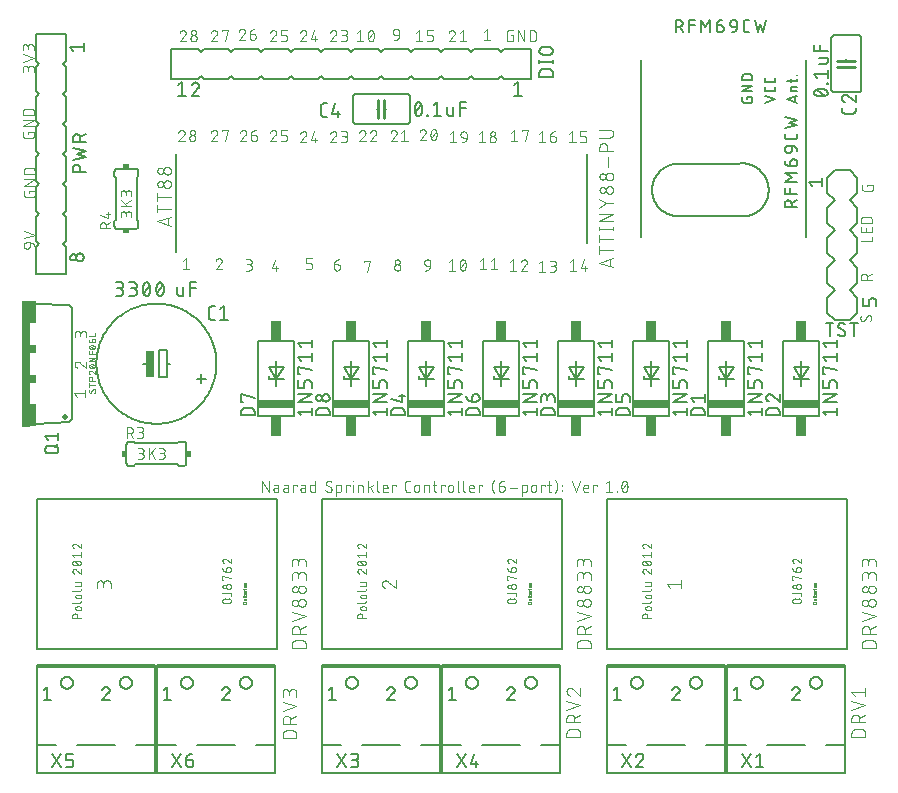
<source format=gbr>
G04 EAGLE Gerber RS-274X export*
G75*
%MOMM*%
%FSLAX34Y34*%
%LPD*%
%INSilkscreen Top*%
%IPPOS*%
%AMOC8*
5,1,8,0,0,1.08239X$1,22.5*%
G01*
%ADD10C,0.076200*%
%ADD11C,0.127000*%
%ADD12C,0.025400*%
%ADD13C,0.101600*%
%ADD14C,0.152400*%
%ADD15R,0.635000X2.286000*%
%ADD16C,0.254000*%
%ADD17R,3.048000X0.762000*%
%ADD18R,0.812800X1.676400*%
%ADD19C,0.200000*%
%ADD20C,0.508000*%
%ADD21R,0.762000X10.668000*%
%ADD22R,0.508000X1.905000*%
%ADD23R,0.508000X0.762000*%
%ADD24C,0.050800*%
%ADD25R,0.381000X0.508000*%
%ADD26R,0.508000X0.381000*%
%ADD27C,0.203200*%


D10*
X204089Y247015D02*
X204089Y256413D01*
X209310Y247015D01*
X209310Y256413D01*
X215232Y250670D02*
X217582Y250670D01*
X215232Y250669D02*
X215148Y250667D01*
X215063Y250661D01*
X214980Y250651D01*
X214896Y250638D01*
X214814Y250620D01*
X214732Y250599D01*
X214651Y250574D01*
X214572Y250546D01*
X214494Y250513D01*
X214418Y250477D01*
X214343Y250438D01*
X214270Y250395D01*
X214199Y250349D01*
X214131Y250300D01*
X214065Y250248D01*
X214001Y250192D01*
X213940Y250134D01*
X213882Y250073D01*
X213826Y250009D01*
X213774Y249943D01*
X213725Y249875D01*
X213679Y249804D01*
X213636Y249731D01*
X213597Y249656D01*
X213561Y249580D01*
X213528Y249502D01*
X213500Y249423D01*
X213475Y249342D01*
X213454Y249260D01*
X213436Y249178D01*
X213423Y249094D01*
X213413Y249011D01*
X213407Y248926D01*
X213405Y248842D01*
X213407Y248758D01*
X213413Y248673D01*
X213423Y248590D01*
X213436Y248506D01*
X213454Y248424D01*
X213475Y248342D01*
X213500Y248261D01*
X213528Y248182D01*
X213561Y248104D01*
X213597Y248028D01*
X213636Y247953D01*
X213679Y247880D01*
X213725Y247809D01*
X213774Y247741D01*
X213826Y247675D01*
X213882Y247611D01*
X213940Y247550D01*
X214001Y247492D01*
X214065Y247436D01*
X214131Y247384D01*
X214199Y247335D01*
X214270Y247289D01*
X214343Y247246D01*
X214418Y247207D01*
X214494Y247171D01*
X214572Y247138D01*
X214651Y247110D01*
X214732Y247085D01*
X214814Y247064D01*
X214896Y247046D01*
X214980Y247033D01*
X215063Y247023D01*
X215148Y247017D01*
X215232Y247015D01*
X217582Y247015D01*
X217582Y251714D01*
X217581Y251714D02*
X217579Y251791D01*
X217573Y251867D01*
X217564Y251944D01*
X217551Y252020D01*
X217534Y252095D01*
X217514Y252169D01*
X217489Y252242D01*
X217462Y252313D01*
X217431Y252384D01*
X217396Y252452D01*
X217358Y252519D01*
X217317Y252584D01*
X217273Y252647D01*
X217226Y252707D01*
X217175Y252766D01*
X217122Y252821D01*
X217067Y252874D01*
X217008Y252925D01*
X216948Y252972D01*
X216885Y253016D01*
X216820Y253057D01*
X216753Y253095D01*
X216685Y253130D01*
X216614Y253161D01*
X216543Y253188D01*
X216470Y253213D01*
X216396Y253233D01*
X216321Y253250D01*
X216245Y253263D01*
X216168Y253272D01*
X216092Y253278D01*
X216015Y253280D01*
X213927Y253280D01*
X223462Y250670D02*
X225811Y250670D01*
X223462Y250669D02*
X223378Y250667D01*
X223293Y250661D01*
X223210Y250651D01*
X223126Y250638D01*
X223044Y250620D01*
X222962Y250599D01*
X222881Y250574D01*
X222802Y250546D01*
X222724Y250513D01*
X222648Y250477D01*
X222573Y250438D01*
X222500Y250395D01*
X222429Y250349D01*
X222361Y250300D01*
X222295Y250248D01*
X222231Y250192D01*
X222170Y250134D01*
X222112Y250073D01*
X222056Y250009D01*
X222004Y249943D01*
X221955Y249875D01*
X221909Y249804D01*
X221866Y249731D01*
X221827Y249656D01*
X221791Y249580D01*
X221758Y249502D01*
X221730Y249423D01*
X221705Y249342D01*
X221684Y249260D01*
X221666Y249178D01*
X221653Y249094D01*
X221643Y249011D01*
X221637Y248926D01*
X221635Y248842D01*
X221637Y248758D01*
X221643Y248673D01*
X221653Y248590D01*
X221666Y248506D01*
X221684Y248424D01*
X221705Y248342D01*
X221730Y248261D01*
X221758Y248182D01*
X221791Y248104D01*
X221827Y248028D01*
X221866Y247953D01*
X221909Y247880D01*
X221955Y247809D01*
X222004Y247741D01*
X222056Y247675D01*
X222112Y247611D01*
X222170Y247550D01*
X222231Y247492D01*
X222295Y247436D01*
X222361Y247384D01*
X222429Y247335D01*
X222500Y247289D01*
X222573Y247246D01*
X222648Y247207D01*
X222724Y247171D01*
X222802Y247138D01*
X222881Y247110D01*
X222962Y247085D01*
X223044Y247064D01*
X223126Y247046D01*
X223210Y247033D01*
X223293Y247023D01*
X223378Y247017D01*
X223462Y247015D01*
X225811Y247015D01*
X225811Y251714D01*
X225809Y251791D01*
X225803Y251867D01*
X225794Y251944D01*
X225781Y252020D01*
X225764Y252095D01*
X225744Y252169D01*
X225719Y252242D01*
X225692Y252313D01*
X225661Y252384D01*
X225626Y252452D01*
X225588Y252519D01*
X225547Y252584D01*
X225503Y252647D01*
X225456Y252707D01*
X225405Y252766D01*
X225352Y252821D01*
X225297Y252874D01*
X225238Y252925D01*
X225178Y252972D01*
X225115Y253016D01*
X225050Y253057D01*
X224983Y253095D01*
X224915Y253130D01*
X224844Y253161D01*
X224773Y253188D01*
X224700Y253213D01*
X224626Y253233D01*
X224551Y253250D01*
X224475Y253263D01*
X224398Y253272D01*
X224322Y253278D01*
X224245Y253280D01*
X222156Y253280D01*
X230266Y253280D02*
X230266Y247015D01*
X230266Y253280D02*
X233398Y253280D01*
X233398Y252236D01*
X238092Y250670D02*
X240441Y250670D01*
X238092Y250669D02*
X238008Y250667D01*
X237923Y250661D01*
X237840Y250651D01*
X237756Y250638D01*
X237674Y250620D01*
X237592Y250599D01*
X237511Y250574D01*
X237432Y250546D01*
X237354Y250513D01*
X237278Y250477D01*
X237203Y250438D01*
X237130Y250395D01*
X237059Y250349D01*
X236991Y250300D01*
X236925Y250248D01*
X236861Y250192D01*
X236800Y250134D01*
X236742Y250073D01*
X236686Y250009D01*
X236634Y249943D01*
X236585Y249875D01*
X236539Y249804D01*
X236496Y249731D01*
X236457Y249656D01*
X236421Y249580D01*
X236388Y249502D01*
X236360Y249423D01*
X236335Y249342D01*
X236314Y249260D01*
X236296Y249178D01*
X236283Y249094D01*
X236273Y249011D01*
X236267Y248926D01*
X236265Y248842D01*
X236267Y248758D01*
X236273Y248673D01*
X236283Y248590D01*
X236296Y248506D01*
X236314Y248424D01*
X236335Y248342D01*
X236360Y248261D01*
X236388Y248182D01*
X236421Y248104D01*
X236457Y248028D01*
X236496Y247953D01*
X236539Y247880D01*
X236585Y247809D01*
X236634Y247741D01*
X236686Y247675D01*
X236742Y247611D01*
X236800Y247550D01*
X236861Y247492D01*
X236925Y247436D01*
X236991Y247384D01*
X237059Y247335D01*
X237130Y247289D01*
X237203Y247246D01*
X237278Y247207D01*
X237354Y247171D01*
X237432Y247138D01*
X237511Y247110D01*
X237592Y247085D01*
X237674Y247064D01*
X237756Y247046D01*
X237840Y247033D01*
X237923Y247023D01*
X238008Y247017D01*
X238092Y247015D01*
X240441Y247015D01*
X240441Y251714D01*
X240439Y251791D01*
X240433Y251867D01*
X240424Y251944D01*
X240411Y252020D01*
X240394Y252095D01*
X240374Y252169D01*
X240349Y252242D01*
X240322Y252313D01*
X240291Y252384D01*
X240256Y252452D01*
X240218Y252519D01*
X240177Y252584D01*
X240133Y252647D01*
X240086Y252707D01*
X240035Y252766D01*
X239982Y252821D01*
X239927Y252874D01*
X239868Y252925D01*
X239808Y252972D01*
X239745Y253016D01*
X239680Y253057D01*
X239613Y253095D01*
X239545Y253130D01*
X239474Y253161D01*
X239403Y253188D01*
X239330Y253213D01*
X239256Y253233D01*
X239181Y253250D01*
X239105Y253263D01*
X239028Y253272D01*
X238952Y253278D01*
X238875Y253280D01*
X236787Y253280D01*
X248671Y256413D02*
X248671Y247015D01*
X246060Y247015D01*
X245983Y247017D01*
X245907Y247023D01*
X245830Y247032D01*
X245754Y247045D01*
X245679Y247062D01*
X245605Y247082D01*
X245532Y247107D01*
X245461Y247134D01*
X245390Y247165D01*
X245322Y247200D01*
X245255Y247238D01*
X245190Y247279D01*
X245127Y247323D01*
X245067Y247370D01*
X245008Y247421D01*
X244953Y247474D01*
X244900Y247529D01*
X244849Y247588D01*
X244802Y247648D01*
X244758Y247711D01*
X244717Y247776D01*
X244679Y247843D01*
X244644Y247911D01*
X244613Y247982D01*
X244586Y248053D01*
X244561Y248126D01*
X244541Y248200D01*
X244524Y248275D01*
X244511Y248351D01*
X244502Y248428D01*
X244496Y248504D01*
X244494Y248581D01*
X244494Y251714D01*
X244496Y251791D01*
X244502Y251867D01*
X244511Y251944D01*
X244524Y252020D01*
X244541Y252095D01*
X244561Y252169D01*
X244586Y252242D01*
X244613Y252313D01*
X244644Y252384D01*
X244679Y252452D01*
X244717Y252519D01*
X244758Y252584D01*
X244802Y252647D01*
X244849Y252707D01*
X244900Y252766D01*
X244953Y252821D01*
X245008Y252874D01*
X245067Y252925D01*
X245127Y252972D01*
X245190Y253016D01*
X245255Y253057D01*
X245322Y253095D01*
X245390Y253130D01*
X245461Y253161D01*
X245532Y253188D01*
X245605Y253213D01*
X245679Y253233D01*
X245754Y253250D01*
X245830Y253263D01*
X245907Y253272D01*
X245983Y253278D01*
X246060Y253280D01*
X248671Y253280D01*
X260561Y247015D02*
X260650Y247017D01*
X260738Y247023D01*
X260826Y247032D01*
X260914Y247045D01*
X261001Y247062D01*
X261087Y247082D01*
X261172Y247107D01*
X261257Y247134D01*
X261340Y247166D01*
X261421Y247200D01*
X261501Y247239D01*
X261579Y247280D01*
X261656Y247325D01*
X261730Y247373D01*
X261803Y247424D01*
X261873Y247478D01*
X261940Y247536D01*
X262006Y247596D01*
X262068Y247658D01*
X262128Y247724D01*
X262186Y247791D01*
X262240Y247861D01*
X262291Y247934D01*
X262339Y248008D01*
X262384Y248085D01*
X262425Y248163D01*
X262464Y248243D01*
X262498Y248324D01*
X262530Y248407D01*
X262557Y248492D01*
X262582Y248577D01*
X262602Y248663D01*
X262619Y248750D01*
X262632Y248838D01*
X262641Y248926D01*
X262647Y249014D01*
X262649Y249103D01*
X260561Y247015D02*
X260432Y247017D01*
X260303Y247023D01*
X260174Y247032D01*
X260046Y247045D01*
X259918Y247062D01*
X259791Y247083D01*
X259664Y247107D01*
X259538Y247135D01*
X259413Y247167D01*
X259289Y247202D01*
X259166Y247241D01*
X259044Y247284D01*
X258924Y247330D01*
X258805Y247380D01*
X258687Y247433D01*
X258571Y247489D01*
X258457Y247549D01*
X258344Y247612D01*
X258234Y247679D01*
X258125Y247748D01*
X258019Y247821D01*
X257914Y247897D01*
X257812Y247976D01*
X257713Y248058D01*
X257615Y248142D01*
X257520Y248230D01*
X257428Y248320D01*
X257690Y254325D02*
X257692Y254414D01*
X257698Y254502D01*
X257707Y254590D01*
X257720Y254678D01*
X257737Y254765D01*
X257757Y254851D01*
X257782Y254936D01*
X257809Y255021D01*
X257841Y255104D01*
X257875Y255185D01*
X257914Y255265D01*
X257955Y255343D01*
X258000Y255420D01*
X258048Y255494D01*
X258099Y255567D01*
X258153Y255637D01*
X258211Y255704D01*
X258271Y255770D01*
X258333Y255832D01*
X258399Y255892D01*
X258466Y255950D01*
X258536Y256004D01*
X258609Y256055D01*
X258683Y256103D01*
X258760Y256148D01*
X258838Y256189D01*
X258918Y256228D01*
X258999Y256262D01*
X259082Y256294D01*
X259167Y256321D01*
X259252Y256346D01*
X259338Y256366D01*
X259425Y256383D01*
X259513Y256396D01*
X259601Y256405D01*
X259689Y256411D01*
X259778Y256413D01*
X259898Y256411D01*
X260018Y256406D01*
X260138Y256396D01*
X260257Y256384D01*
X260376Y256367D01*
X260494Y256347D01*
X260612Y256323D01*
X260728Y256296D01*
X260844Y256265D01*
X260959Y256231D01*
X261073Y256193D01*
X261186Y256151D01*
X261297Y256106D01*
X261407Y256058D01*
X261515Y256007D01*
X261622Y255952D01*
X261727Y255894D01*
X261830Y255832D01*
X261931Y255768D01*
X262031Y255700D01*
X262128Y255630D01*
X258734Y252498D02*
X258656Y252546D01*
X258580Y252598D01*
X258507Y252652D01*
X258436Y252710D01*
X258367Y252771D01*
X258301Y252835D01*
X258238Y252902D01*
X258178Y252971D01*
X258121Y253043D01*
X258067Y253117D01*
X258017Y253194D01*
X257969Y253273D01*
X257926Y253353D01*
X257885Y253436D01*
X257849Y253520D01*
X257816Y253605D01*
X257787Y253692D01*
X257761Y253781D01*
X257739Y253870D01*
X257722Y253960D01*
X257708Y254050D01*
X257698Y254142D01*
X257692Y254233D01*
X257690Y254325D01*
X261606Y250930D02*
X261684Y250882D01*
X261760Y250830D01*
X261833Y250776D01*
X261904Y250718D01*
X261973Y250657D01*
X262039Y250593D01*
X262102Y250526D01*
X262162Y250457D01*
X262219Y250385D01*
X262273Y250311D01*
X262323Y250234D01*
X262371Y250155D01*
X262414Y250075D01*
X262455Y249992D01*
X262491Y249908D01*
X262524Y249823D01*
X262553Y249736D01*
X262579Y249647D01*
X262601Y249558D01*
X262618Y249468D01*
X262632Y249378D01*
X262642Y249286D01*
X262648Y249195D01*
X262650Y249103D01*
X261606Y250931D02*
X258734Y252497D01*
X266531Y253280D02*
X266531Y243882D01*
X266531Y253280D02*
X269141Y253280D01*
X269218Y253278D01*
X269294Y253272D01*
X269371Y253263D01*
X269447Y253250D01*
X269522Y253233D01*
X269596Y253213D01*
X269669Y253188D01*
X269740Y253161D01*
X269811Y253130D01*
X269879Y253095D01*
X269946Y253057D01*
X270011Y253016D01*
X270074Y252972D01*
X270134Y252925D01*
X270193Y252874D01*
X270248Y252821D01*
X270301Y252766D01*
X270352Y252707D01*
X270399Y252647D01*
X270443Y252584D01*
X270484Y252519D01*
X270522Y252452D01*
X270557Y252384D01*
X270588Y252313D01*
X270615Y252242D01*
X270640Y252169D01*
X270660Y252095D01*
X270677Y252020D01*
X270690Y251944D01*
X270699Y251868D01*
X270705Y251791D01*
X270707Y251714D01*
X270708Y251714D02*
X270708Y248581D01*
X270707Y248581D02*
X270705Y248504D01*
X270699Y248428D01*
X270690Y248351D01*
X270677Y248275D01*
X270660Y248200D01*
X270640Y248126D01*
X270615Y248053D01*
X270588Y247982D01*
X270557Y247911D01*
X270522Y247843D01*
X270484Y247776D01*
X270443Y247711D01*
X270399Y247648D01*
X270352Y247588D01*
X270301Y247529D01*
X270248Y247474D01*
X270193Y247421D01*
X270134Y247370D01*
X270074Y247323D01*
X270011Y247279D01*
X269946Y247238D01*
X269879Y247200D01*
X269811Y247165D01*
X269740Y247134D01*
X269669Y247107D01*
X269596Y247082D01*
X269522Y247062D01*
X269447Y247045D01*
X269371Y247032D01*
X269294Y247023D01*
X269218Y247017D01*
X269141Y247015D01*
X266531Y247015D01*
X274766Y247015D02*
X274766Y253280D01*
X277899Y253280D01*
X277899Y252236D01*
X280765Y253280D02*
X280765Y247015D01*
X280504Y255891D02*
X280504Y256413D01*
X281027Y256413D01*
X281027Y255891D01*
X280504Y255891D01*
X284773Y253280D02*
X284773Y247015D01*
X284773Y253280D02*
X287384Y253280D01*
X287461Y253278D01*
X287537Y253272D01*
X287614Y253263D01*
X287690Y253250D01*
X287765Y253233D01*
X287839Y253213D01*
X287912Y253188D01*
X287983Y253161D01*
X288054Y253130D01*
X288122Y253095D01*
X288189Y253057D01*
X288254Y253016D01*
X288317Y252972D01*
X288377Y252925D01*
X288436Y252874D01*
X288491Y252821D01*
X288544Y252766D01*
X288595Y252707D01*
X288642Y252647D01*
X288686Y252584D01*
X288727Y252519D01*
X288765Y252452D01*
X288800Y252384D01*
X288831Y252313D01*
X288858Y252242D01*
X288883Y252169D01*
X288903Y252095D01*
X288920Y252020D01*
X288933Y251944D01*
X288942Y251868D01*
X288948Y251791D01*
X288950Y251714D01*
X288950Y247015D01*
X293412Y247015D02*
X293412Y256413D01*
X297589Y253280D02*
X293412Y250148D01*
X295240Y251453D02*
X297589Y247015D01*
X301053Y248581D02*
X301053Y256413D01*
X301053Y248581D02*
X301055Y248504D01*
X301061Y248428D01*
X301070Y248351D01*
X301083Y248275D01*
X301100Y248200D01*
X301120Y248126D01*
X301145Y248053D01*
X301172Y247982D01*
X301203Y247911D01*
X301238Y247843D01*
X301276Y247776D01*
X301317Y247711D01*
X301361Y247648D01*
X301408Y247588D01*
X301459Y247529D01*
X301512Y247474D01*
X301567Y247421D01*
X301626Y247370D01*
X301686Y247323D01*
X301749Y247279D01*
X301814Y247238D01*
X301881Y247200D01*
X301949Y247165D01*
X302020Y247134D01*
X302091Y247107D01*
X302164Y247082D01*
X302238Y247062D01*
X302313Y247045D01*
X302389Y247032D01*
X302466Y247023D01*
X302542Y247017D01*
X302619Y247015D01*
X307370Y247015D02*
X309981Y247015D01*
X307370Y247015D02*
X307293Y247017D01*
X307217Y247023D01*
X307140Y247032D01*
X307064Y247045D01*
X306989Y247062D01*
X306915Y247082D01*
X306842Y247107D01*
X306771Y247134D01*
X306700Y247165D01*
X306632Y247200D01*
X306565Y247238D01*
X306500Y247279D01*
X306437Y247323D01*
X306377Y247370D01*
X306318Y247421D01*
X306263Y247474D01*
X306210Y247529D01*
X306159Y247588D01*
X306112Y247648D01*
X306068Y247711D01*
X306027Y247776D01*
X305989Y247843D01*
X305954Y247911D01*
X305923Y247982D01*
X305896Y248053D01*
X305871Y248126D01*
X305851Y248200D01*
X305834Y248275D01*
X305821Y248351D01*
X305812Y248428D01*
X305806Y248504D01*
X305804Y248581D01*
X305804Y251192D01*
X305805Y251192D02*
X305807Y251282D01*
X305813Y251371D01*
X305822Y251461D01*
X305836Y251550D01*
X305853Y251638D01*
X305874Y251725D01*
X305899Y251812D01*
X305928Y251897D01*
X305960Y251981D01*
X305995Y252063D01*
X306035Y252144D01*
X306077Y252223D01*
X306123Y252300D01*
X306173Y252375D01*
X306225Y252448D01*
X306281Y252519D01*
X306339Y252587D01*
X306401Y252652D01*
X306465Y252715D01*
X306532Y252775D01*
X306601Y252832D01*
X306673Y252886D01*
X306747Y252937D01*
X306823Y252985D01*
X306901Y253029D01*
X306981Y253070D01*
X307063Y253108D01*
X307146Y253142D01*
X307231Y253172D01*
X307317Y253199D01*
X307403Y253222D01*
X307491Y253241D01*
X307580Y253256D01*
X307669Y253268D01*
X307758Y253276D01*
X307848Y253280D01*
X307938Y253280D01*
X308028Y253276D01*
X308117Y253268D01*
X308206Y253256D01*
X308295Y253241D01*
X308383Y253222D01*
X308469Y253199D01*
X308555Y253172D01*
X308640Y253142D01*
X308723Y253108D01*
X308805Y253070D01*
X308885Y253029D01*
X308963Y252985D01*
X309039Y252937D01*
X309113Y252886D01*
X309185Y252832D01*
X309254Y252775D01*
X309321Y252715D01*
X309385Y252652D01*
X309447Y252587D01*
X309505Y252519D01*
X309561Y252448D01*
X309613Y252375D01*
X309663Y252300D01*
X309709Y252223D01*
X309751Y252144D01*
X309791Y252063D01*
X309826Y251981D01*
X309858Y251897D01*
X309887Y251812D01*
X309912Y251725D01*
X309933Y251638D01*
X309950Y251550D01*
X309964Y251461D01*
X309973Y251371D01*
X309979Y251282D01*
X309981Y251192D01*
X309981Y250148D01*
X305804Y250148D01*
X314085Y247015D02*
X314085Y253280D01*
X317218Y253280D01*
X317218Y252236D01*
X327157Y247015D02*
X329245Y247015D01*
X327157Y247015D02*
X327068Y247017D01*
X326980Y247023D01*
X326892Y247032D01*
X326804Y247045D01*
X326717Y247062D01*
X326631Y247082D01*
X326546Y247107D01*
X326461Y247134D01*
X326378Y247166D01*
X326297Y247200D01*
X326217Y247239D01*
X326139Y247280D01*
X326062Y247325D01*
X325988Y247373D01*
X325915Y247424D01*
X325845Y247478D01*
X325778Y247536D01*
X325712Y247596D01*
X325650Y247658D01*
X325590Y247724D01*
X325532Y247791D01*
X325478Y247861D01*
X325427Y247934D01*
X325379Y248008D01*
X325334Y248085D01*
X325293Y248163D01*
X325254Y248243D01*
X325220Y248324D01*
X325188Y248407D01*
X325161Y248492D01*
X325136Y248577D01*
X325116Y248663D01*
X325099Y248750D01*
X325086Y248838D01*
X325077Y248926D01*
X325071Y249014D01*
X325069Y249103D01*
X325068Y249103D02*
X325068Y254325D01*
X325069Y254325D02*
X325071Y254416D01*
X325077Y254507D01*
X325087Y254598D01*
X325101Y254688D01*
X325118Y254777D01*
X325140Y254865D01*
X325166Y254953D01*
X325195Y255039D01*
X325228Y255124D01*
X325265Y255207D01*
X325305Y255289D01*
X325349Y255369D01*
X325396Y255447D01*
X325447Y255523D01*
X325500Y255596D01*
X325557Y255667D01*
X325618Y255736D01*
X325681Y255801D01*
X325746Y255864D01*
X325815Y255924D01*
X325886Y255982D01*
X325959Y256035D01*
X326035Y256086D01*
X326113Y256133D01*
X326193Y256177D01*
X326275Y256217D01*
X326358Y256254D01*
X326443Y256287D01*
X326529Y256316D01*
X326617Y256342D01*
X326705Y256364D01*
X326794Y256381D01*
X326884Y256395D01*
X326975Y256405D01*
X327066Y256411D01*
X327157Y256413D01*
X329245Y256413D01*
X332626Y251192D02*
X332626Y249103D01*
X332627Y251192D02*
X332629Y251282D01*
X332635Y251371D01*
X332644Y251461D01*
X332658Y251550D01*
X332675Y251638D01*
X332696Y251725D01*
X332721Y251812D01*
X332750Y251897D01*
X332782Y251981D01*
X332817Y252063D01*
X332857Y252144D01*
X332899Y252223D01*
X332945Y252300D01*
X332995Y252375D01*
X333047Y252448D01*
X333103Y252519D01*
X333161Y252587D01*
X333223Y252652D01*
X333287Y252715D01*
X333354Y252775D01*
X333423Y252832D01*
X333495Y252886D01*
X333569Y252937D01*
X333645Y252985D01*
X333723Y253029D01*
X333803Y253070D01*
X333885Y253108D01*
X333968Y253142D01*
X334053Y253172D01*
X334139Y253199D01*
X334225Y253222D01*
X334313Y253241D01*
X334402Y253256D01*
X334491Y253268D01*
X334580Y253276D01*
X334670Y253280D01*
X334760Y253280D01*
X334850Y253276D01*
X334939Y253268D01*
X335028Y253256D01*
X335117Y253241D01*
X335205Y253222D01*
X335291Y253199D01*
X335377Y253172D01*
X335462Y253142D01*
X335545Y253108D01*
X335627Y253070D01*
X335707Y253029D01*
X335785Y252985D01*
X335861Y252937D01*
X335935Y252886D01*
X336007Y252832D01*
X336076Y252775D01*
X336143Y252715D01*
X336207Y252652D01*
X336269Y252587D01*
X336327Y252519D01*
X336383Y252448D01*
X336435Y252375D01*
X336485Y252300D01*
X336531Y252223D01*
X336573Y252144D01*
X336613Y252063D01*
X336648Y251981D01*
X336680Y251897D01*
X336709Y251812D01*
X336734Y251725D01*
X336755Y251638D01*
X336772Y251550D01*
X336786Y251461D01*
X336795Y251371D01*
X336801Y251282D01*
X336803Y251192D01*
X336803Y249103D01*
X336801Y249013D01*
X336795Y248924D01*
X336786Y248834D01*
X336772Y248745D01*
X336755Y248657D01*
X336734Y248570D01*
X336709Y248483D01*
X336680Y248398D01*
X336648Y248314D01*
X336613Y248232D01*
X336573Y248151D01*
X336531Y248072D01*
X336485Y247995D01*
X336435Y247920D01*
X336383Y247847D01*
X336327Y247776D01*
X336269Y247708D01*
X336207Y247643D01*
X336143Y247580D01*
X336076Y247520D01*
X336007Y247463D01*
X335935Y247409D01*
X335861Y247358D01*
X335785Y247310D01*
X335707Y247266D01*
X335627Y247225D01*
X335545Y247187D01*
X335462Y247153D01*
X335377Y247123D01*
X335291Y247096D01*
X335205Y247073D01*
X335117Y247054D01*
X335028Y247039D01*
X334939Y247027D01*
X334850Y247019D01*
X334760Y247015D01*
X334670Y247015D01*
X334580Y247019D01*
X334491Y247027D01*
X334402Y247039D01*
X334313Y247054D01*
X334225Y247073D01*
X334139Y247096D01*
X334053Y247123D01*
X333968Y247153D01*
X333885Y247187D01*
X333803Y247225D01*
X333723Y247266D01*
X333645Y247310D01*
X333569Y247358D01*
X333495Y247409D01*
X333423Y247463D01*
X333354Y247520D01*
X333287Y247580D01*
X333223Y247643D01*
X333161Y247708D01*
X333103Y247776D01*
X333047Y247847D01*
X332995Y247920D01*
X332945Y247995D01*
X332899Y248072D01*
X332857Y248151D01*
X332817Y248232D01*
X332782Y248314D01*
X332750Y248398D01*
X332721Y248483D01*
X332696Y248570D01*
X332675Y248657D01*
X332658Y248745D01*
X332644Y248834D01*
X332635Y248924D01*
X332629Y249013D01*
X332627Y249103D01*
X340856Y247015D02*
X340856Y253280D01*
X343466Y253280D01*
X343543Y253278D01*
X343619Y253272D01*
X343696Y253263D01*
X343772Y253250D01*
X343847Y253233D01*
X343921Y253213D01*
X343994Y253188D01*
X344065Y253161D01*
X344136Y253130D01*
X344204Y253095D01*
X344271Y253057D01*
X344336Y253016D01*
X344399Y252972D01*
X344459Y252925D01*
X344518Y252874D01*
X344573Y252821D01*
X344626Y252766D01*
X344677Y252707D01*
X344724Y252647D01*
X344768Y252584D01*
X344809Y252519D01*
X344847Y252452D01*
X344882Y252384D01*
X344913Y252313D01*
X344940Y252242D01*
X344965Y252169D01*
X344985Y252095D01*
X345002Y252020D01*
X345015Y251944D01*
X345024Y251868D01*
X345030Y251791D01*
X345032Y251714D01*
X345033Y251714D02*
X345033Y247015D01*
X348317Y253280D02*
X351449Y253280D01*
X349361Y256413D02*
X349361Y248581D01*
X349363Y248504D01*
X349369Y248428D01*
X349378Y248351D01*
X349391Y248275D01*
X349408Y248200D01*
X349428Y248126D01*
X349453Y248053D01*
X349480Y247982D01*
X349511Y247911D01*
X349546Y247843D01*
X349584Y247776D01*
X349625Y247711D01*
X349669Y247648D01*
X349716Y247588D01*
X349767Y247529D01*
X349820Y247474D01*
X349875Y247421D01*
X349934Y247370D01*
X349994Y247323D01*
X350057Y247279D01*
X350122Y247238D01*
X350189Y247200D01*
X350257Y247165D01*
X350328Y247134D01*
X350399Y247107D01*
X350472Y247082D01*
X350546Y247062D01*
X350621Y247045D01*
X350697Y247032D01*
X350774Y247023D01*
X350850Y247017D01*
X350927Y247015D01*
X351449Y247015D01*
X355233Y247015D02*
X355233Y253280D01*
X358366Y253280D01*
X358366Y252236D01*
X361277Y251192D02*
X361277Y249103D01*
X361278Y251192D02*
X361280Y251282D01*
X361286Y251371D01*
X361295Y251461D01*
X361309Y251550D01*
X361326Y251638D01*
X361347Y251725D01*
X361372Y251812D01*
X361401Y251897D01*
X361433Y251981D01*
X361468Y252063D01*
X361508Y252144D01*
X361550Y252223D01*
X361596Y252300D01*
X361646Y252375D01*
X361698Y252448D01*
X361754Y252519D01*
X361812Y252587D01*
X361874Y252652D01*
X361938Y252715D01*
X362005Y252775D01*
X362074Y252832D01*
X362146Y252886D01*
X362220Y252937D01*
X362296Y252985D01*
X362374Y253029D01*
X362454Y253070D01*
X362536Y253108D01*
X362619Y253142D01*
X362704Y253172D01*
X362790Y253199D01*
X362876Y253222D01*
X362964Y253241D01*
X363053Y253256D01*
X363142Y253268D01*
X363231Y253276D01*
X363321Y253280D01*
X363411Y253280D01*
X363501Y253276D01*
X363590Y253268D01*
X363679Y253256D01*
X363768Y253241D01*
X363856Y253222D01*
X363942Y253199D01*
X364028Y253172D01*
X364113Y253142D01*
X364196Y253108D01*
X364278Y253070D01*
X364358Y253029D01*
X364436Y252985D01*
X364512Y252937D01*
X364586Y252886D01*
X364658Y252832D01*
X364727Y252775D01*
X364794Y252715D01*
X364858Y252652D01*
X364920Y252587D01*
X364978Y252519D01*
X365034Y252448D01*
X365086Y252375D01*
X365136Y252300D01*
X365182Y252223D01*
X365224Y252144D01*
X365264Y252063D01*
X365299Y251981D01*
X365331Y251897D01*
X365360Y251812D01*
X365385Y251725D01*
X365406Y251638D01*
X365423Y251550D01*
X365437Y251461D01*
X365446Y251371D01*
X365452Y251282D01*
X365454Y251192D01*
X365454Y249103D01*
X365452Y249013D01*
X365446Y248924D01*
X365437Y248834D01*
X365423Y248745D01*
X365406Y248657D01*
X365385Y248570D01*
X365360Y248483D01*
X365331Y248398D01*
X365299Y248314D01*
X365264Y248232D01*
X365224Y248151D01*
X365182Y248072D01*
X365136Y247995D01*
X365086Y247920D01*
X365034Y247847D01*
X364978Y247776D01*
X364920Y247708D01*
X364858Y247643D01*
X364794Y247580D01*
X364727Y247520D01*
X364658Y247463D01*
X364586Y247409D01*
X364512Y247358D01*
X364436Y247310D01*
X364358Y247266D01*
X364278Y247225D01*
X364196Y247187D01*
X364113Y247153D01*
X364028Y247123D01*
X363942Y247096D01*
X363856Y247073D01*
X363768Y247054D01*
X363679Y247039D01*
X363590Y247027D01*
X363501Y247019D01*
X363411Y247015D01*
X363321Y247015D01*
X363231Y247019D01*
X363142Y247027D01*
X363053Y247039D01*
X362964Y247054D01*
X362876Y247073D01*
X362790Y247096D01*
X362704Y247123D01*
X362619Y247153D01*
X362536Y247187D01*
X362454Y247225D01*
X362374Y247266D01*
X362296Y247310D01*
X362220Y247358D01*
X362146Y247409D01*
X362074Y247463D01*
X362005Y247520D01*
X361938Y247580D01*
X361874Y247643D01*
X361812Y247708D01*
X361754Y247776D01*
X361698Y247847D01*
X361646Y247920D01*
X361596Y247995D01*
X361550Y248072D01*
X361508Y248151D01*
X361468Y248232D01*
X361433Y248314D01*
X361401Y248398D01*
X361372Y248483D01*
X361347Y248570D01*
X361326Y248657D01*
X361309Y248745D01*
X361295Y248834D01*
X361286Y248924D01*
X361280Y249013D01*
X361278Y249103D01*
X369328Y248581D02*
X369328Y256413D01*
X369328Y248581D02*
X369330Y248504D01*
X369336Y248428D01*
X369345Y248351D01*
X369358Y248275D01*
X369375Y248200D01*
X369395Y248126D01*
X369420Y248053D01*
X369447Y247982D01*
X369478Y247911D01*
X369513Y247843D01*
X369551Y247776D01*
X369592Y247711D01*
X369636Y247648D01*
X369683Y247588D01*
X369734Y247529D01*
X369787Y247474D01*
X369842Y247421D01*
X369901Y247370D01*
X369961Y247323D01*
X370024Y247279D01*
X370089Y247238D01*
X370156Y247200D01*
X370224Y247165D01*
X370295Y247134D01*
X370366Y247107D01*
X370439Y247082D01*
X370513Y247062D01*
X370588Y247045D01*
X370664Y247032D01*
X370741Y247023D01*
X370817Y247017D01*
X370894Y247015D01*
X374204Y248581D02*
X374204Y256413D01*
X374205Y248581D02*
X374207Y248504D01*
X374213Y248428D01*
X374222Y248351D01*
X374235Y248275D01*
X374252Y248200D01*
X374272Y248126D01*
X374297Y248053D01*
X374324Y247982D01*
X374355Y247911D01*
X374390Y247843D01*
X374428Y247776D01*
X374469Y247711D01*
X374513Y247648D01*
X374560Y247588D01*
X374611Y247529D01*
X374664Y247474D01*
X374719Y247421D01*
X374778Y247370D01*
X374838Y247323D01*
X374901Y247279D01*
X374966Y247238D01*
X375033Y247200D01*
X375101Y247165D01*
X375172Y247134D01*
X375243Y247107D01*
X375316Y247082D01*
X375390Y247062D01*
X375465Y247045D01*
X375541Y247032D01*
X375618Y247023D01*
X375694Y247017D01*
X375771Y247015D01*
X380522Y247015D02*
X383132Y247015D01*
X380522Y247015D02*
X380445Y247017D01*
X380369Y247023D01*
X380292Y247032D01*
X380216Y247045D01*
X380141Y247062D01*
X380067Y247082D01*
X379994Y247107D01*
X379923Y247134D01*
X379852Y247165D01*
X379784Y247200D01*
X379717Y247238D01*
X379652Y247279D01*
X379589Y247323D01*
X379529Y247370D01*
X379470Y247421D01*
X379415Y247474D01*
X379362Y247529D01*
X379311Y247588D01*
X379264Y247648D01*
X379220Y247711D01*
X379179Y247776D01*
X379141Y247843D01*
X379106Y247911D01*
X379075Y247982D01*
X379048Y248053D01*
X379023Y248126D01*
X379003Y248200D01*
X378986Y248275D01*
X378973Y248351D01*
X378964Y248428D01*
X378958Y248504D01*
X378956Y248581D01*
X378956Y251192D01*
X378958Y251282D01*
X378964Y251371D01*
X378973Y251461D01*
X378987Y251550D01*
X379004Y251638D01*
X379025Y251725D01*
X379050Y251812D01*
X379079Y251897D01*
X379111Y251981D01*
X379146Y252063D01*
X379186Y252144D01*
X379228Y252223D01*
X379274Y252300D01*
X379324Y252375D01*
X379376Y252448D01*
X379432Y252519D01*
X379490Y252587D01*
X379552Y252652D01*
X379616Y252715D01*
X379683Y252775D01*
X379752Y252832D01*
X379824Y252886D01*
X379898Y252937D01*
X379974Y252985D01*
X380052Y253029D01*
X380132Y253070D01*
X380214Y253108D01*
X380297Y253142D01*
X380382Y253172D01*
X380468Y253199D01*
X380554Y253222D01*
X380642Y253241D01*
X380731Y253256D01*
X380820Y253268D01*
X380909Y253276D01*
X380999Y253280D01*
X381089Y253280D01*
X381179Y253276D01*
X381268Y253268D01*
X381357Y253256D01*
X381446Y253241D01*
X381534Y253222D01*
X381620Y253199D01*
X381706Y253172D01*
X381791Y253142D01*
X381874Y253108D01*
X381956Y253070D01*
X382036Y253029D01*
X382114Y252985D01*
X382190Y252937D01*
X382264Y252886D01*
X382336Y252832D01*
X382405Y252775D01*
X382472Y252715D01*
X382536Y252652D01*
X382598Y252587D01*
X382656Y252519D01*
X382712Y252448D01*
X382764Y252375D01*
X382814Y252300D01*
X382860Y252223D01*
X382902Y252144D01*
X382942Y252063D01*
X382977Y251981D01*
X383009Y251897D01*
X383038Y251812D01*
X383063Y251725D01*
X383084Y251638D01*
X383101Y251550D01*
X383115Y251461D01*
X383124Y251371D01*
X383130Y251282D01*
X383132Y251192D01*
X383132Y250148D01*
X378956Y250148D01*
X387237Y247015D02*
X387237Y253280D01*
X390369Y253280D01*
X390369Y252236D01*
X398311Y251714D02*
X398314Y251929D01*
X398321Y252144D01*
X398334Y252359D01*
X398352Y252573D01*
X398376Y252787D01*
X398404Y253000D01*
X398437Y253212D01*
X398476Y253424D01*
X398520Y253634D01*
X398568Y253844D01*
X398622Y254052D01*
X398681Y254259D01*
X398745Y254464D01*
X398813Y254668D01*
X398887Y254870D01*
X398965Y255071D01*
X399048Y255269D01*
X399136Y255465D01*
X399229Y255659D01*
X399326Y255851D01*
X399428Y256041D01*
X399534Y256228D01*
X399645Y256412D01*
X399760Y256594D01*
X399879Y256772D01*
X400003Y256948D01*
X400131Y257121D01*
X400263Y257291D01*
X400399Y257457D01*
X398311Y251714D02*
X398314Y251499D01*
X398321Y251284D01*
X398334Y251069D01*
X398352Y250855D01*
X398376Y250641D01*
X398404Y250428D01*
X398437Y250216D01*
X398476Y250004D01*
X398520Y249794D01*
X398568Y249584D01*
X398622Y249376D01*
X398681Y249169D01*
X398745Y248964D01*
X398813Y248760D01*
X398887Y248558D01*
X398965Y248357D01*
X399048Y248159D01*
X399136Y247963D01*
X399229Y247769D01*
X399326Y247577D01*
X399428Y247387D01*
X399534Y247200D01*
X399645Y247016D01*
X399760Y246835D01*
X399879Y246656D01*
X400003Y246480D01*
X400131Y246307D01*
X400263Y246137D01*
X400399Y245971D01*
X404037Y252236D02*
X407169Y252236D01*
X407258Y252234D01*
X407346Y252228D01*
X407434Y252219D01*
X407522Y252206D01*
X407609Y252189D01*
X407695Y252169D01*
X407780Y252144D01*
X407865Y252117D01*
X407948Y252085D01*
X408029Y252051D01*
X408109Y252012D01*
X408187Y251971D01*
X408264Y251926D01*
X408338Y251878D01*
X408411Y251827D01*
X408481Y251773D01*
X408548Y251715D01*
X408614Y251655D01*
X408676Y251593D01*
X408736Y251527D01*
X408794Y251460D01*
X408848Y251390D01*
X408899Y251317D01*
X408947Y251243D01*
X408992Y251166D01*
X409033Y251088D01*
X409072Y251008D01*
X409106Y250927D01*
X409138Y250844D01*
X409165Y250759D01*
X409190Y250674D01*
X409210Y250588D01*
X409227Y250501D01*
X409240Y250413D01*
X409249Y250325D01*
X409255Y250237D01*
X409257Y250148D01*
X409258Y250148D02*
X409258Y249626D01*
X409256Y249525D01*
X409250Y249424D01*
X409240Y249323D01*
X409227Y249223D01*
X409209Y249123D01*
X409188Y249024D01*
X409162Y248926D01*
X409133Y248829D01*
X409101Y248733D01*
X409064Y248639D01*
X409024Y248546D01*
X408980Y248454D01*
X408933Y248365D01*
X408882Y248277D01*
X408828Y248191D01*
X408771Y248108D01*
X408711Y248026D01*
X408647Y247948D01*
X408581Y247871D01*
X408511Y247798D01*
X408439Y247727D01*
X408364Y247659D01*
X408286Y247594D01*
X408206Y247532D01*
X408124Y247473D01*
X408039Y247417D01*
X407952Y247365D01*
X407864Y247316D01*
X407773Y247270D01*
X407681Y247229D01*
X407587Y247190D01*
X407492Y247156D01*
X407396Y247125D01*
X407298Y247098D01*
X407200Y247074D01*
X407100Y247055D01*
X407000Y247039D01*
X406900Y247027D01*
X406799Y247019D01*
X406698Y247015D01*
X406596Y247015D01*
X406495Y247019D01*
X406394Y247027D01*
X406294Y247039D01*
X406194Y247055D01*
X406094Y247074D01*
X405996Y247098D01*
X405898Y247125D01*
X405802Y247156D01*
X405707Y247190D01*
X405613Y247229D01*
X405521Y247270D01*
X405430Y247316D01*
X405342Y247365D01*
X405255Y247417D01*
X405170Y247473D01*
X405088Y247532D01*
X405008Y247594D01*
X404930Y247659D01*
X404855Y247727D01*
X404783Y247798D01*
X404713Y247871D01*
X404647Y247948D01*
X404583Y248026D01*
X404523Y248108D01*
X404466Y248191D01*
X404412Y248277D01*
X404361Y248365D01*
X404314Y248454D01*
X404270Y248546D01*
X404230Y248639D01*
X404193Y248733D01*
X404161Y248829D01*
X404132Y248926D01*
X404106Y249024D01*
X404085Y249123D01*
X404067Y249223D01*
X404054Y249323D01*
X404044Y249424D01*
X404038Y249525D01*
X404036Y249626D01*
X404037Y249626D02*
X404037Y252236D01*
X404036Y252236D02*
X404038Y252365D01*
X404044Y252493D01*
X404054Y252621D01*
X404068Y252749D01*
X404085Y252877D01*
X404107Y253004D01*
X404133Y253130D01*
X404162Y253255D01*
X404195Y253379D01*
X404233Y253502D01*
X404273Y253624D01*
X404318Y253745D01*
X404366Y253864D01*
X404418Y253982D01*
X404474Y254098D01*
X404533Y254212D01*
X404596Y254324D01*
X404662Y254435D01*
X404731Y254543D01*
X404804Y254649D01*
X404880Y254753D01*
X404959Y254855D01*
X405041Y254954D01*
X405126Y255050D01*
X405214Y255144D01*
X405305Y255235D01*
X405399Y255323D01*
X405495Y255408D01*
X405594Y255490D01*
X405696Y255569D01*
X405800Y255645D01*
X405906Y255718D01*
X406014Y255787D01*
X406124Y255853D01*
X406237Y255916D01*
X406351Y255975D01*
X406467Y256031D01*
X406585Y256083D01*
X406704Y256131D01*
X406825Y256176D01*
X406947Y256216D01*
X407070Y256254D01*
X407194Y256287D01*
X407319Y256316D01*
X407445Y256342D01*
X407572Y256364D01*
X407700Y256381D01*
X407828Y256395D01*
X407956Y256405D01*
X408084Y256411D01*
X408213Y256413D01*
X413268Y250670D02*
X419533Y250670D01*
X423807Y253280D02*
X423807Y243882D01*
X423807Y253280D02*
X426417Y253280D01*
X426494Y253278D01*
X426570Y253272D01*
X426647Y253263D01*
X426723Y253250D01*
X426798Y253233D01*
X426872Y253213D01*
X426945Y253188D01*
X427016Y253161D01*
X427087Y253130D01*
X427155Y253095D01*
X427222Y253057D01*
X427287Y253016D01*
X427350Y252972D01*
X427410Y252925D01*
X427469Y252874D01*
X427524Y252821D01*
X427577Y252766D01*
X427628Y252707D01*
X427675Y252647D01*
X427719Y252584D01*
X427760Y252519D01*
X427798Y252452D01*
X427833Y252384D01*
X427864Y252313D01*
X427891Y252242D01*
X427916Y252169D01*
X427936Y252095D01*
X427953Y252020D01*
X427966Y251944D01*
X427975Y251868D01*
X427981Y251791D01*
X427983Y251714D01*
X427983Y248581D01*
X427981Y248504D01*
X427975Y248428D01*
X427966Y248351D01*
X427953Y248275D01*
X427936Y248200D01*
X427916Y248126D01*
X427891Y248053D01*
X427864Y247982D01*
X427833Y247911D01*
X427798Y247843D01*
X427760Y247776D01*
X427719Y247711D01*
X427675Y247648D01*
X427628Y247588D01*
X427577Y247529D01*
X427524Y247474D01*
X427469Y247421D01*
X427410Y247370D01*
X427350Y247323D01*
X427287Y247279D01*
X427222Y247238D01*
X427155Y247200D01*
X427087Y247165D01*
X427016Y247134D01*
X426945Y247107D01*
X426872Y247082D01*
X426798Y247062D01*
X426723Y247045D01*
X426647Y247032D01*
X426570Y247023D01*
X426494Y247017D01*
X426417Y247015D01*
X423807Y247015D01*
X431686Y249103D02*
X431686Y251192D01*
X431688Y251282D01*
X431694Y251371D01*
X431703Y251461D01*
X431717Y251550D01*
X431734Y251638D01*
X431755Y251725D01*
X431780Y251812D01*
X431809Y251897D01*
X431841Y251981D01*
X431876Y252063D01*
X431916Y252144D01*
X431958Y252223D01*
X432004Y252300D01*
X432054Y252375D01*
X432106Y252448D01*
X432162Y252519D01*
X432220Y252587D01*
X432282Y252652D01*
X432346Y252715D01*
X432413Y252775D01*
X432482Y252832D01*
X432554Y252886D01*
X432628Y252937D01*
X432704Y252985D01*
X432782Y253029D01*
X432862Y253070D01*
X432944Y253108D01*
X433027Y253142D01*
X433112Y253172D01*
X433198Y253199D01*
X433284Y253222D01*
X433372Y253241D01*
X433461Y253256D01*
X433550Y253268D01*
X433639Y253276D01*
X433729Y253280D01*
X433819Y253280D01*
X433909Y253276D01*
X433998Y253268D01*
X434087Y253256D01*
X434176Y253241D01*
X434264Y253222D01*
X434350Y253199D01*
X434436Y253172D01*
X434521Y253142D01*
X434604Y253108D01*
X434686Y253070D01*
X434766Y253029D01*
X434844Y252985D01*
X434920Y252937D01*
X434994Y252886D01*
X435066Y252832D01*
X435135Y252775D01*
X435202Y252715D01*
X435266Y252652D01*
X435328Y252587D01*
X435386Y252519D01*
X435442Y252448D01*
X435494Y252375D01*
X435544Y252300D01*
X435590Y252223D01*
X435632Y252144D01*
X435672Y252063D01*
X435707Y251981D01*
X435739Y251897D01*
X435768Y251812D01*
X435793Y251725D01*
X435814Y251638D01*
X435831Y251550D01*
X435845Y251461D01*
X435854Y251371D01*
X435860Y251282D01*
X435862Y251192D01*
X435863Y251192D02*
X435863Y249103D01*
X435862Y249103D02*
X435860Y249013D01*
X435854Y248924D01*
X435845Y248834D01*
X435831Y248745D01*
X435814Y248657D01*
X435793Y248570D01*
X435768Y248483D01*
X435739Y248398D01*
X435707Y248314D01*
X435672Y248232D01*
X435632Y248151D01*
X435590Y248072D01*
X435544Y247995D01*
X435494Y247920D01*
X435442Y247847D01*
X435386Y247776D01*
X435328Y247708D01*
X435266Y247643D01*
X435202Y247580D01*
X435135Y247520D01*
X435066Y247463D01*
X434994Y247409D01*
X434920Y247358D01*
X434844Y247310D01*
X434766Y247266D01*
X434686Y247225D01*
X434604Y247187D01*
X434521Y247153D01*
X434436Y247123D01*
X434350Y247096D01*
X434264Y247073D01*
X434176Y247054D01*
X434087Y247039D01*
X433998Y247027D01*
X433909Y247019D01*
X433819Y247015D01*
X433729Y247015D01*
X433639Y247019D01*
X433550Y247027D01*
X433461Y247039D01*
X433372Y247054D01*
X433284Y247073D01*
X433198Y247096D01*
X433112Y247123D01*
X433027Y247153D01*
X432944Y247187D01*
X432862Y247225D01*
X432782Y247266D01*
X432704Y247310D01*
X432628Y247358D01*
X432554Y247409D01*
X432482Y247463D01*
X432413Y247520D01*
X432346Y247580D01*
X432282Y247643D01*
X432220Y247708D01*
X432162Y247776D01*
X432106Y247847D01*
X432054Y247920D01*
X432004Y247995D01*
X431958Y248072D01*
X431916Y248151D01*
X431876Y248232D01*
X431841Y248314D01*
X431809Y248398D01*
X431780Y248483D01*
X431755Y248570D01*
X431734Y248657D01*
X431717Y248745D01*
X431703Y248834D01*
X431694Y248924D01*
X431688Y249013D01*
X431686Y249103D01*
X439967Y247015D02*
X439967Y253280D01*
X443099Y253280D01*
X443099Y252236D01*
X445243Y253280D02*
X448375Y253280D01*
X446287Y256413D02*
X446287Y248581D01*
X446289Y248504D01*
X446295Y248428D01*
X446304Y248351D01*
X446317Y248275D01*
X446334Y248200D01*
X446354Y248126D01*
X446379Y248053D01*
X446406Y247982D01*
X446437Y247911D01*
X446472Y247843D01*
X446510Y247776D01*
X446551Y247711D01*
X446595Y247648D01*
X446642Y247588D01*
X446693Y247529D01*
X446746Y247474D01*
X446801Y247421D01*
X446860Y247370D01*
X446920Y247323D01*
X446983Y247279D01*
X447048Y247238D01*
X447115Y247200D01*
X447183Y247165D01*
X447254Y247134D01*
X447325Y247107D01*
X447398Y247082D01*
X447472Y247062D01*
X447547Y247045D01*
X447623Y247032D01*
X447700Y247023D01*
X447776Y247017D01*
X447853Y247015D01*
X448375Y247015D01*
X451605Y245971D02*
X451741Y246137D01*
X451873Y246307D01*
X452001Y246480D01*
X452125Y246656D01*
X452244Y246835D01*
X452359Y247016D01*
X452470Y247200D01*
X452576Y247387D01*
X452678Y247577D01*
X452775Y247769D01*
X452868Y247963D01*
X452956Y248159D01*
X453039Y248357D01*
X453117Y248558D01*
X453191Y248760D01*
X453259Y248964D01*
X453323Y249169D01*
X453382Y249376D01*
X453436Y249584D01*
X453484Y249794D01*
X453528Y250004D01*
X453567Y250216D01*
X453600Y250428D01*
X453628Y250641D01*
X453652Y250855D01*
X453670Y251069D01*
X453683Y251284D01*
X453690Y251499D01*
X453693Y251714D01*
X453690Y251929D01*
X453683Y252144D01*
X453670Y252359D01*
X453652Y252573D01*
X453628Y252787D01*
X453600Y253000D01*
X453567Y253212D01*
X453528Y253424D01*
X453484Y253634D01*
X453436Y253844D01*
X453382Y254052D01*
X453323Y254259D01*
X453259Y254464D01*
X453191Y254668D01*
X453117Y254870D01*
X453039Y255071D01*
X452956Y255269D01*
X452868Y255465D01*
X452775Y255659D01*
X452678Y255851D01*
X452576Y256041D01*
X452470Y256228D01*
X452359Y256412D01*
X452244Y256594D01*
X452125Y256772D01*
X452001Y256948D01*
X451873Y257121D01*
X451741Y257291D01*
X451605Y257457D01*
X457592Y248320D02*
X457592Y247798D01*
X457592Y248320D02*
X458114Y248320D01*
X458114Y247798D01*
X457592Y247798D01*
X457592Y251975D02*
X457592Y252497D01*
X458114Y252497D01*
X458114Y251975D01*
X457592Y251975D01*
X466303Y256413D02*
X469435Y247015D01*
X472568Y256413D01*
X477448Y247015D02*
X480058Y247015D01*
X477448Y247015D02*
X477371Y247017D01*
X477295Y247023D01*
X477218Y247032D01*
X477142Y247045D01*
X477067Y247062D01*
X476993Y247082D01*
X476920Y247107D01*
X476849Y247134D01*
X476778Y247165D01*
X476710Y247200D01*
X476643Y247238D01*
X476578Y247279D01*
X476515Y247323D01*
X476455Y247370D01*
X476396Y247421D01*
X476341Y247474D01*
X476288Y247529D01*
X476237Y247588D01*
X476190Y247648D01*
X476146Y247711D01*
X476105Y247776D01*
X476067Y247843D01*
X476032Y247911D01*
X476001Y247982D01*
X475974Y248053D01*
X475949Y248126D01*
X475929Y248200D01*
X475912Y248275D01*
X475899Y248351D01*
X475890Y248428D01*
X475884Y248504D01*
X475882Y248581D01*
X475881Y248581D02*
X475881Y251192D01*
X475882Y251192D02*
X475884Y251282D01*
X475890Y251371D01*
X475899Y251461D01*
X475913Y251550D01*
X475930Y251638D01*
X475951Y251725D01*
X475976Y251812D01*
X476005Y251897D01*
X476037Y251981D01*
X476072Y252063D01*
X476112Y252144D01*
X476154Y252223D01*
X476200Y252300D01*
X476250Y252375D01*
X476302Y252448D01*
X476358Y252519D01*
X476416Y252587D01*
X476478Y252652D01*
X476542Y252715D01*
X476609Y252775D01*
X476678Y252832D01*
X476750Y252886D01*
X476824Y252937D01*
X476900Y252985D01*
X476978Y253029D01*
X477058Y253070D01*
X477140Y253108D01*
X477223Y253142D01*
X477308Y253172D01*
X477394Y253199D01*
X477480Y253222D01*
X477568Y253241D01*
X477657Y253256D01*
X477746Y253268D01*
X477835Y253276D01*
X477925Y253280D01*
X478015Y253280D01*
X478105Y253276D01*
X478194Y253268D01*
X478283Y253256D01*
X478372Y253241D01*
X478460Y253222D01*
X478546Y253199D01*
X478632Y253172D01*
X478717Y253142D01*
X478800Y253108D01*
X478882Y253070D01*
X478962Y253029D01*
X479040Y252985D01*
X479116Y252937D01*
X479190Y252886D01*
X479262Y252832D01*
X479331Y252775D01*
X479398Y252715D01*
X479462Y252652D01*
X479524Y252587D01*
X479582Y252519D01*
X479638Y252448D01*
X479690Y252375D01*
X479740Y252300D01*
X479786Y252223D01*
X479828Y252144D01*
X479868Y252063D01*
X479903Y251981D01*
X479935Y251897D01*
X479964Y251812D01*
X479989Y251725D01*
X480010Y251638D01*
X480027Y251550D01*
X480041Y251461D01*
X480050Y251371D01*
X480056Y251282D01*
X480058Y251192D01*
X480058Y250148D01*
X475881Y250148D01*
X484162Y247015D02*
X484162Y253280D01*
X487295Y253280D01*
X487295Y252236D01*
X495171Y254325D02*
X497782Y256413D01*
X497782Y247015D01*
X500392Y247015D02*
X495171Y247015D01*
X503921Y247015D02*
X503921Y247537D01*
X504444Y247537D01*
X504444Y247015D01*
X503921Y247015D01*
X507972Y251714D02*
X507974Y251899D01*
X507981Y252084D01*
X507992Y252268D01*
X508007Y252452D01*
X508027Y252636D01*
X508051Y252820D01*
X508080Y253002D01*
X508113Y253184D01*
X508150Y253365D01*
X508192Y253545D01*
X508238Y253725D01*
X508288Y253903D01*
X508342Y254079D01*
X508401Y254255D01*
X508463Y254429D01*
X508530Y254601D01*
X508601Y254772D01*
X508676Y254941D01*
X508755Y255108D01*
X508785Y255188D01*
X508818Y255267D01*
X508855Y255344D01*
X508895Y255420D01*
X508938Y255494D01*
X508984Y255566D01*
X509034Y255635D01*
X509086Y255703D01*
X509142Y255768D01*
X509200Y255831D01*
X509262Y255890D01*
X509325Y255948D01*
X509392Y256002D01*
X509460Y256053D01*
X509531Y256101D01*
X509604Y256146D01*
X509678Y256188D01*
X509755Y256226D01*
X509833Y256261D01*
X509912Y256293D01*
X509993Y256321D01*
X510075Y256345D01*
X510159Y256366D01*
X510242Y256383D01*
X510327Y256396D01*
X510412Y256405D01*
X510497Y256411D01*
X510583Y256413D01*
X510669Y256411D01*
X510754Y256405D01*
X510839Y256396D01*
X510924Y256383D01*
X511007Y256366D01*
X511091Y256345D01*
X511173Y256321D01*
X511254Y256293D01*
X511333Y256261D01*
X511411Y256226D01*
X511488Y256188D01*
X511562Y256146D01*
X511635Y256101D01*
X511706Y256053D01*
X511774Y256002D01*
X511841Y255948D01*
X511904Y255890D01*
X511966Y255831D01*
X512024Y255768D01*
X512080Y255703D01*
X512132Y255635D01*
X512182Y255566D01*
X512228Y255494D01*
X512271Y255420D01*
X512311Y255344D01*
X512348Y255267D01*
X512381Y255188D01*
X512411Y255108D01*
X512490Y254941D01*
X512565Y254772D01*
X512636Y254601D01*
X512703Y254429D01*
X512765Y254255D01*
X512824Y254079D01*
X512878Y253903D01*
X512928Y253725D01*
X512974Y253545D01*
X513016Y253365D01*
X513053Y253184D01*
X513086Y253002D01*
X513115Y252820D01*
X513139Y252636D01*
X513159Y252452D01*
X513174Y252268D01*
X513185Y252084D01*
X513192Y251899D01*
X513194Y251714D01*
X507973Y251714D02*
X507975Y251529D01*
X507982Y251344D01*
X507993Y251160D01*
X508008Y250976D01*
X508028Y250792D01*
X508052Y250608D01*
X508081Y250426D01*
X508114Y250244D01*
X508151Y250063D01*
X508193Y249883D01*
X508239Y249703D01*
X508289Y249525D01*
X508343Y249349D01*
X508402Y249173D01*
X508464Y248999D01*
X508531Y248827D01*
X508602Y248656D01*
X508677Y248487D01*
X508756Y248320D01*
X508755Y248320D02*
X508785Y248240D01*
X508818Y248161D01*
X508855Y248084D01*
X508895Y248008D01*
X508938Y247934D01*
X508984Y247862D01*
X509034Y247793D01*
X509087Y247725D01*
X509142Y247660D01*
X509201Y247597D01*
X509262Y247538D01*
X509325Y247480D01*
X509392Y247426D01*
X509460Y247375D01*
X509531Y247327D01*
X509604Y247282D01*
X509678Y247240D01*
X509755Y247202D01*
X509833Y247167D01*
X509912Y247135D01*
X509993Y247107D01*
X510075Y247083D01*
X510159Y247062D01*
X510242Y247045D01*
X510327Y247032D01*
X510412Y247023D01*
X510497Y247017D01*
X510583Y247015D01*
X512411Y248320D02*
X512490Y248487D01*
X512565Y248656D01*
X512636Y248827D01*
X512703Y248999D01*
X512765Y249173D01*
X512824Y249349D01*
X512878Y249525D01*
X512928Y249703D01*
X512974Y249883D01*
X513016Y250063D01*
X513053Y250244D01*
X513086Y250426D01*
X513115Y250608D01*
X513139Y250792D01*
X513159Y250976D01*
X513174Y251160D01*
X513185Y251344D01*
X513192Y251529D01*
X513194Y251714D01*
X512411Y248320D02*
X512381Y248240D01*
X512348Y248161D01*
X512311Y248084D01*
X512271Y248008D01*
X512228Y247934D01*
X512182Y247862D01*
X512132Y247793D01*
X512080Y247725D01*
X512024Y247660D01*
X511966Y247597D01*
X511904Y247538D01*
X511841Y247480D01*
X511774Y247426D01*
X511706Y247375D01*
X511635Y247327D01*
X511562Y247282D01*
X511488Y247240D01*
X511411Y247202D01*
X511333Y247167D01*
X511254Y247135D01*
X511173Y247107D01*
X511091Y247083D01*
X511007Y247062D01*
X510924Y247045D01*
X510839Y247032D01*
X510754Y247023D01*
X510669Y247017D01*
X510583Y247015D01*
X508495Y249103D02*
X512672Y254325D01*
X10541Y602615D02*
X10541Y605226D01*
X10539Y605327D01*
X10533Y605428D01*
X10523Y605529D01*
X10510Y605629D01*
X10492Y605729D01*
X10471Y605828D01*
X10445Y605926D01*
X10416Y606023D01*
X10384Y606119D01*
X10347Y606213D01*
X10307Y606306D01*
X10263Y606398D01*
X10216Y606487D01*
X10165Y606575D01*
X10111Y606661D01*
X10054Y606744D01*
X9994Y606826D01*
X9930Y606904D01*
X9864Y606981D01*
X9794Y607054D01*
X9722Y607125D01*
X9647Y607193D01*
X9569Y607258D01*
X9489Y607320D01*
X9407Y607379D01*
X9322Y607435D01*
X9236Y607487D01*
X9147Y607536D01*
X9056Y607582D01*
X8964Y607623D01*
X8870Y607662D01*
X8775Y607696D01*
X8679Y607727D01*
X8581Y607754D01*
X8483Y607778D01*
X8383Y607797D01*
X8283Y607813D01*
X8183Y607825D01*
X8082Y607833D01*
X7981Y607837D01*
X7879Y607837D01*
X7778Y607833D01*
X7677Y607825D01*
X7577Y607813D01*
X7477Y607797D01*
X7377Y607778D01*
X7279Y607754D01*
X7181Y607727D01*
X7085Y607696D01*
X6990Y607662D01*
X6896Y607623D01*
X6804Y607582D01*
X6713Y607536D01*
X6625Y607487D01*
X6538Y607435D01*
X6453Y607379D01*
X6371Y607320D01*
X6291Y607258D01*
X6213Y607193D01*
X6138Y607125D01*
X6066Y607054D01*
X5996Y606981D01*
X5930Y606904D01*
X5866Y606826D01*
X5806Y606744D01*
X5749Y606661D01*
X5695Y606575D01*
X5644Y606487D01*
X5597Y606398D01*
X5553Y606306D01*
X5513Y606213D01*
X5476Y606119D01*
X5444Y606023D01*
X5415Y605926D01*
X5389Y605828D01*
X5368Y605729D01*
X5350Y605629D01*
X5337Y605529D01*
X5327Y605428D01*
X5321Y605327D01*
X5319Y605226D01*
X1143Y605748D02*
X1143Y602615D01*
X1143Y605748D02*
X1145Y605838D01*
X1151Y605927D01*
X1160Y606017D01*
X1174Y606106D01*
X1191Y606194D01*
X1212Y606281D01*
X1237Y606368D01*
X1266Y606453D01*
X1298Y606537D01*
X1333Y606619D01*
X1373Y606700D01*
X1415Y606779D01*
X1461Y606856D01*
X1511Y606931D01*
X1563Y607004D01*
X1619Y607075D01*
X1677Y607143D01*
X1739Y607208D01*
X1803Y607271D01*
X1870Y607331D01*
X1939Y607388D01*
X2011Y607442D01*
X2085Y607493D01*
X2161Y607541D01*
X2239Y607585D01*
X2319Y607626D01*
X2401Y607664D01*
X2484Y607698D01*
X2569Y607728D01*
X2655Y607755D01*
X2741Y607778D01*
X2829Y607797D01*
X2918Y607812D01*
X3007Y607824D01*
X3096Y607832D01*
X3186Y607836D01*
X3276Y607836D01*
X3366Y607832D01*
X3455Y607824D01*
X3544Y607812D01*
X3633Y607797D01*
X3721Y607778D01*
X3807Y607755D01*
X3893Y607728D01*
X3978Y607698D01*
X4061Y607664D01*
X4143Y607626D01*
X4223Y607585D01*
X4301Y607541D01*
X4377Y607493D01*
X4451Y607442D01*
X4523Y607388D01*
X4592Y607331D01*
X4659Y607271D01*
X4723Y607208D01*
X4785Y607143D01*
X4843Y607075D01*
X4899Y607004D01*
X4951Y606931D01*
X5001Y606856D01*
X5047Y606779D01*
X5089Y606700D01*
X5129Y606619D01*
X5164Y606537D01*
X5196Y606453D01*
X5225Y606368D01*
X5250Y606281D01*
X5271Y606194D01*
X5288Y606106D01*
X5302Y606017D01*
X5311Y605927D01*
X5317Y605838D01*
X5319Y605748D01*
X5320Y605748D02*
X5320Y603659D01*
X1143Y611237D02*
X10541Y614370D01*
X1143Y617502D01*
X10541Y620903D02*
X10541Y623513D01*
X10539Y623614D01*
X10533Y623715D01*
X10523Y623816D01*
X10510Y623916D01*
X10492Y624016D01*
X10471Y624115D01*
X10445Y624213D01*
X10416Y624310D01*
X10384Y624406D01*
X10347Y624500D01*
X10307Y624593D01*
X10263Y624685D01*
X10216Y624774D01*
X10165Y624862D01*
X10111Y624948D01*
X10054Y625031D01*
X9994Y625113D01*
X9930Y625191D01*
X9864Y625268D01*
X9794Y625341D01*
X9722Y625412D01*
X9647Y625480D01*
X9569Y625545D01*
X9489Y625607D01*
X9407Y625666D01*
X9322Y625722D01*
X9236Y625774D01*
X9147Y625823D01*
X9056Y625869D01*
X8964Y625910D01*
X8870Y625949D01*
X8775Y625983D01*
X8679Y626014D01*
X8581Y626041D01*
X8483Y626065D01*
X8383Y626084D01*
X8283Y626100D01*
X8183Y626112D01*
X8082Y626120D01*
X7981Y626124D01*
X7879Y626124D01*
X7778Y626120D01*
X7677Y626112D01*
X7577Y626100D01*
X7477Y626084D01*
X7377Y626065D01*
X7279Y626041D01*
X7181Y626014D01*
X7085Y625983D01*
X6990Y625949D01*
X6896Y625910D01*
X6804Y625869D01*
X6713Y625823D01*
X6625Y625774D01*
X6538Y625722D01*
X6453Y625666D01*
X6371Y625607D01*
X6291Y625545D01*
X6213Y625480D01*
X6138Y625412D01*
X6066Y625341D01*
X5996Y625268D01*
X5930Y625191D01*
X5866Y625113D01*
X5806Y625031D01*
X5749Y624948D01*
X5695Y624862D01*
X5644Y624774D01*
X5597Y624685D01*
X5553Y624593D01*
X5513Y624500D01*
X5476Y624406D01*
X5444Y624310D01*
X5415Y624213D01*
X5389Y624115D01*
X5368Y624016D01*
X5350Y623916D01*
X5337Y623816D01*
X5327Y623715D01*
X5321Y623614D01*
X5319Y623513D01*
X1143Y624036D02*
X1143Y620903D01*
X1143Y624036D02*
X1145Y624126D01*
X1151Y624215D01*
X1160Y624305D01*
X1174Y624394D01*
X1191Y624482D01*
X1212Y624569D01*
X1237Y624656D01*
X1266Y624741D01*
X1298Y624825D01*
X1333Y624907D01*
X1373Y624988D01*
X1415Y625067D01*
X1461Y625144D01*
X1511Y625219D01*
X1563Y625292D01*
X1619Y625363D01*
X1677Y625431D01*
X1739Y625496D01*
X1803Y625559D01*
X1870Y625619D01*
X1939Y625676D01*
X2011Y625730D01*
X2085Y625781D01*
X2161Y625829D01*
X2239Y625873D01*
X2319Y625914D01*
X2401Y625952D01*
X2484Y625986D01*
X2569Y626016D01*
X2655Y626043D01*
X2741Y626066D01*
X2829Y626085D01*
X2918Y626100D01*
X3007Y626112D01*
X3096Y626120D01*
X3186Y626124D01*
X3276Y626124D01*
X3366Y626120D01*
X3455Y626112D01*
X3544Y626100D01*
X3633Y626085D01*
X3721Y626066D01*
X3807Y626043D01*
X3893Y626016D01*
X3978Y625986D01*
X4061Y625952D01*
X4143Y625914D01*
X4223Y625873D01*
X4301Y625829D01*
X4377Y625781D01*
X4451Y625730D01*
X4523Y625676D01*
X4592Y625619D01*
X4659Y625559D01*
X4723Y625496D01*
X4785Y625431D01*
X4843Y625363D01*
X4899Y625292D01*
X4951Y625219D01*
X5001Y625144D01*
X5047Y625067D01*
X5089Y624988D01*
X5129Y624907D01*
X5164Y624825D01*
X5196Y624741D01*
X5225Y624656D01*
X5250Y624569D01*
X5271Y624482D01*
X5288Y624394D01*
X5302Y624305D01*
X5311Y624215D01*
X5317Y624126D01*
X5319Y624036D01*
X5320Y624036D02*
X5320Y621947D01*
X5320Y551956D02*
X5320Y550390D01*
X5320Y551956D02*
X10541Y551956D01*
X10541Y548823D01*
X10539Y548734D01*
X10533Y548646D01*
X10524Y548558D01*
X10511Y548470D01*
X10494Y548383D01*
X10474Y548297D01*
X10449Y548212D01*
X10422Y548127D01*
X10390Y548044D01*
X10356Y547963D01*
X10317Y547883D01*
X10276Y547805D01*
X10231Y547728D01*
X10183Y547654D01*
X10132Y547581D01*
X10078Y547511D01*
X10020Y547444D01*
X9960Y547378D01*
X9898Y547316D01*
X9832Y547256D01*
X9765Y547198D01*
X9695Y547144D01*
X9622Y547093D01*
X9548Y547045D01*
X9471Y547000D01*
X9393Y546959D01*
X9313Y546920D01*
X9232Y546886D01*
X9149Y546854D01*
X9064Y546827D01*
X8979Y546802D01*
X8893Y546782D01*
X8806Y546765D01*
X8718Y546752D01*
X8630Y546743D01*
X8542Y546737D01*
X8453Y546735D01*
X3231Y546735D01*
X3140Y546737D01*
X3049Y546743D01*
X2958Y546753D01*
X2868Y546767D01*
X2779Y546785D01*
X2690Y546806D01*
X2603Y546832D01*
X2517Y546861D01*
X2432Y546894D01*
X2348Y546931D01*
X2266Y546971D01*
X2187Y547015D01*
X2109Y547062D01*
X2033Y547113D01*
X1959Y547167D01*
X1888Y547224D01*
X1820Y547284D01*
X1754Y547347D01*
X1691Y547413D01*
X1631Y547481D01*
X1574Y547552D01*
X1520Y547626D01*
X1469Y547702D01*
X1422Y547779D01*
X1378Y547859D01*
X1338Y547941D01*
X1301Y548025D01*
X1268Y548109D01*
X1239Y548196D01*
X1213Y548283D01*
X1192Y548372D01*
X1174Y548461D01*
X1160Y548551D01*
X1150Y548642D01*
X1144Y548733D01*
X1142Y548824D01*
X1143Y548823D02*
X1143Y551956D01*
X1143Y556489D02*
X10541Y556489D01*
X10541Y561710D02*
X1143Y556489D01*
X1143Y561710D02*
X10541Y561710D01*
X10541Y566242D02*
X1143Y566242D01*
X1143Y568853D01*
X1145Y568953D01*
X1151Y569053D01*
X1160Y569152D01*
X1174Y569252D01*
X1191Y569350D01*
X1212Y569448D01*
X1236Y569545D01*
X1265Y569641D01*
X1297Y569736D01*
X1332Y569829D01*
X1371Y569921D01*
X1414Y570012D01*
X1460Y570100D01*
X1510Y570187D01*
X1562Y570272D01*
X1618Y570355D01*
X1677Y570436D01*
X1740Y570514D01*
X1805Y570590D01*
X1873Y570664D01*
X1943Y570734D01*
X2017Y570802D01*
X2093Y570867D01*
X2171Y570930D01*
X2252Y570989D01*
X2335Y571045D01*
X2420Y571097D01*
X2507Y571147D01*
X2595Y571193D01*
X2686Y571236D01*
X2778Y571275D01*
X2871Y571310D01*
X2966Y571342D01*
X3062Y571371D01*
X3159Y571395D01*
X3257Y571416D01*
X3355Y571433D01*
X3455Y571447D01*
X3554Y571456D01*
X3654Y571462D01*
X3754Y571464D01*
X3754Y571463D02*
X7930Y571463D01*
X7930Y571464D02*
X8030Y571462D01*
X8130Y571456D01*
X8229Y571447D01*
X8329Y571433D01*
X8427Y571416D01*
X8525Y571395D01*
X8622Y571371D01*
X8718Y571342D01*
X8813Y571310D01*
X8906Y571275D01*
X8998Y571236D01*
X9089Y571193D01*
X9177Y571147D01*
X9264Y571097D01*
X9349Y571045D01*
X9432Y570989D01*
X9513Y570930D01*
X9591Y570867D01*
X9667Y570802D01*
X9741Y570734D01*
X9811Y570664D01*
X9879Y570590D01*
X9944Y570514D01*
X10007Y570436D01*
X10066Y570355D01*
X10122Y570272D01*
X10174Y570187D01*
X10224Y570100D01*
X10270Y570012D01*
X10313Y569921D01*
X10352Y569829D01*
X10387Y569736D01*
X10419Y569641D01*
X10448Y569545D01*
X10472Y569448D01*
X10493Y569350D01*
X10510Y569252D01*
X10524Y569152D01*
X10533Y569053D01*
X10539Y568953D01*
X10541Y568853D01*
X10541Y566242D01*
X6082Y501918D02*
X6082Y500352D01*
X6082Y501918D02*
X11303Y501918D01*
X11303Y498785D01*
X11301Y498696D01*
X11295Y498608D01*
X11286Y498520D01*
X11273Y498432D01*
X11256Y498345D01*
X11236Y498259D01*
X11211Y498174D01*
X11184Y498089D01*
X11152Y498006D01*
X11118Y497925D01*
X11079Y497845D01*
X11038Y497767D01*
X10993Y497690D01*
X10945Y497616D01*
X10894Y497543D01*
X10840Y497473D01*
X10782Y497406D01*
X10722Y497340D01*
X10660Y497278D01*
X10594Y497218D01*
X10527Y497160D01*
X10457Y497106D01*
X10384Y497055D01*
X10310Y497007D01*
X10233Y496962D01*
X10155Y496921D01*
X10075Y496882D01*
X9994Y496848D01*
X9911Y496816D01*
X9826Y496789D01*
X9741Y496764D01*
X9655Y496744D01*
X9568Y496727D01*
X9480Y496714D01*
X9392Y496705D01*
X9304Y496699D01*
X9215Y496697D01*
X3993Y496697D01*
X3902Y496699D01*
X3811Y496705D01*
X3720Y496715D01*
X3630Y496729D01*
X3541Y496747D01*
X3452Y496768D01*
X3365Y496794D01*
X3279Y496823D01*
X3194Y496856D01*
X3110Y496893D01*
X3028Y496933D01*
X2949Y496977D01*
X2871Y497024D01*
X2795Y497075D01*
X2721Y497129D01*
X2650Y497186D01*
X2582Y497246D01*
X2516Y497309D01*
X2453Y497375D01*
X2393Y497443D01*
X2336Y497514D01*
X2282Y497588D01*
X2231Y497664D01*
X2184Y497741D01*
X2140Y497821D01*
X2100Y497903D01*
X2063Y497987D01*
X2030Y498071D01*
X2001Y498158D01*
X1975Y498245D01*
X1954Y498334D01*
X1936Y498423D01*
X1922Y498513D01*
X1912Y498604D01*
X1906Y498695D01*
X1904Y498786D01*
X1905Y498785D02*
X1905Y501918D01*
X1905Y506451D02*
X11303Y506451D01*
X11303Y511672D02*
X1905Y506451D01*
X1905Y511672D02*
X11303Y511672D01*
X11303Y516204D02*
X1905Y516204D01*
X1905Y518815D01*
X1907Y518915D01*
X1913Y519015D01*
X1922Y519114D01*
X1936Y519214D01*
X1953Y519312D01*
X1974Y519410D01*
X1998Y519507D01*
X2027Y519603D01*
X2059Y519698D01*
X2094Y519791D01*
X2133Y519883D01*
X2176Y519974D01*
X2222Y520062D01*
X2272Y520149D01*
X2324Y520234D01*
X2380Y520317D01*
X2439Y520398D01*
X2502Y520476D01*
X2567Y520552D01*
X2635Y520626D01*
X2705Y520696D01*
X2779Y520764D01*
X2855Y520829D01*
X2933Y520892D01*
X3014Y520951D01*
X3097Y521007D01*
X3182Y521059D01*
X3269Y521109D01*
X3357Y521155D01*
X3448Y521198D01*
X3540Y521237D01*
X3633Y521272D01*
X3728Y521304D01*
X3824Y521333D01*
X3921Y521357D01*
X4019Y521378D01*
X4117Y521395D01*
X4217Y521409D01*
X4316Y521418D01*
X4416Y521424D01*
X4516Y521426D01*
X4516Y521425D02*
X8692Y521425D01*
X8692Y521426D02*
X8792Y521424D01*
X8892Y521418D01*
X8991Y521409D01*
X9091Y521395D01*
X9189Y521378D01*
X9287Y521357D01*
X9384Y521333D01*
X9480Y521304D01*
X9575Y521272D01*
X9668Y521237D01*
X9760Y521198D01*
X9851Y521155D01*
X9939Y521109D01*
X10026Y521059D01*
X10111Y521007D01*
X10194Y520951D01*
X10275Y520892D01*
X10353Y520829D01*
X10429Y520764D01*
X10503Y520696D01*
X10573Y520626D01*
X10641Y520552D01*
X10706Y520476D01*
X10769Y520398D01*
X10828Y520317D01*
X10884Y520234D01*
X10936Y520149D01*
X10986Y520062D01*
X11032Y519974D01*
X11075Y519883D01*
X11114Y519791D01*
X11149Y519698D01*
X11181Y519603D01*
X11210Y519507D01*
X11234Y519410D01*
X11255Y519312D01*
X11272Y519214D01*
X11286Y519114D01*
X11295Y519015D01*
X11301Y518915D01*
X11303Y518815D01*
X11303Y516204D01*
X7126Y458230D02*
X7126Y455097D01*
X7124Y455008D01*
X7118Y454920D01*
X7109Y454832D01*
X7096Y454744D01*
X7079Y454657D01*
X7059Y454571D01*
X7034Y454486D01*
X7007Y454401D01*
X6975Y454318D01*
X6941Y454237D01*
X6902Y454157D01*
X6861Y454079D01*
X6816Y454002D01*
X6768Y453928D01*
X6717Y453855D01*
X6663Y453785D01*
X6605Y453718D01*
X6545Y453652D01*
X6483Y453590D01*
X6417Y453530D01*
X6350Y453472D01*
X6280Y453418D01*
X6207Y453367D01*
X6133Y453319D01*
X6056Y453274D01*
X5978Y453233D01*
X5898Y453194D01*
X5817Y453160D01*
X5734Y453128D01*
X5649Y453101D01*
X5564Y453076D01*
X5478Y453056D01*
X5391Y453039D01*
X5303Y453026D01*
X5215Y453017D01*
X5127Y453011D01*
X5038Y453009D01*
X4516Y453009D01*
X4415Y453011D01*
X4314Y453017D01*
X4213Y453027D01*
X4113Y453040D01*
X4013Y453058D01*
X3914Y453079D01*
X3816Y453105D01*
X3719Y453134D01*
X3623Y453166D01*
X3529Y453203D01*
X3436Y453243D01*
X3344Y453287D01*
X3255Y453334D01*
X3167Y453385D01*
X3081Y453439D01*
X2998Y453496D01*
X2916Y453556D01*
X2838Y453620D01*
X2761Y453686D01*
X2688Y453756D01*
X2617Y453828D01*
X2549Y453903D01*
X2484Y453981D01*
X2422Y454061D01*
X2363Y454143D01*
X2307Y454228D01*
X2255Y454315D01*
X2206Y454403D01*
X2160Y454494D01*
X2119Y454586D01*
X2080Y454680D01*
X2046Y454775D01*
X2015Y454871D01*
X1988Y454969D01*
X1964Y455067D01*
X1945Y455167D01*
X1929Y455267D01*
X1917Y455367D01*
X1909Y455468D01*
X1905Y455569D01*
X1905Y455671D01*
X1909Y455772D01*
X1917Y455873D01*
X1929Y455973D01*
X1945Y456073D01*
X1964Y456173D01*
X1988Y456271D01*
X2015Y456369D01*
X2046Y456465D01*
X2080Y456560D01*
X2119Y456654D01*
X2160Y456746D01*
X2206Y456837D01*
X2255Y456926D01*
X2307Y457012D01*
X2363Y457097D01*
X2422Y457179D01*
X2484Y457259D01*
X2549Y457337D01*
X2617Y457412D01*
X2688Y457484D01*
X2761Y457554D01*
X2838Y457620D01*
X2916Y457684D01*
X2998Y457744D01*
X3081Y457801D01*
X3167Y457855D01*
X3255Y457906D01*
X3344Y457953D01*
X3436Y457997D01*
X3529Y458037D01*
X3623Y458074D01*
X3719Y458106D01*
X3816Y458135D01*
X3914Y458161D01*
X4013Y458182D01*
X4113Y458200D01*
X4213Y458213D01*
X4314Y458223D01*
X4415Y458229D01*
X4516Y458231D01*
X4516Y458230D02*
X7126Y458230D01*
X7252Y458228D01*
X7378Y458222D01*
X7504Y458213D01*
X7629Y458200D01*
X7754Y458182D01*
X7879Y458162D01*
X8003Y458137D01*
X8126Y458109D01*
X8248Y458077D01*
X8369Y458041D01*
X8489Y458002D01*
X8607Y457959D01*
X8724Y457912D01*
X8840Y457862D01*
X8955Y457808D01*
X9067Y457752D01*
X9178Y457691D01*
X9287Y457628D01*
X9394Y457561D01*
X9499Y457491D01*
X9602Y457417D01*
X9702Y457341D01*
X9800Y457262D01*
X9896Y457180D01*
X9989Y457094D01*
X10080Y457007D01*
X10167Y456916D01*
X10253Y456823D01*
X10335Y456727D01*
X10414Y456629D01*
X10490Y456529D01*
X10564Y456426D01*
X10634Y456321D01*
X10701Y456214D01*
X10764Y456105D01*
X10825Y455994D01*
X10881Y455882D01*
X10935Y455767D01*
X10985Y455651D01*
X11032Y455534D01*
X11075Y455416D01*
X11114Y455296D01*
X11150Y455175D01*
X11182Y455053D01*
X11210Y454930D01*
X11235Y454806D01*
X11255Y454681D01*
X11273Y454556D01*
X11286Y454431D01*
X11295Y454305D01*
X11301Y454179D01*
X11303Y454053D01*
X11303Y464764D02*
X1905Y461631D01*
X1905Y467896D02*
X11303Y464764D01*
X136779Y442793D02*
X139390Y444881D01*
X139390Y435483D01*
X142000Y435483D02*
X136779Y435483D01*
X167337Y444882D02*
X167432Y444880D01*
X167526Y444874D01*
X167620Y444865D01*
X167714Y444852D01*
X167807Y444835D01*
X167899Y444814D01*
X167991Y444789D01*
X168081Y444761D01*
X168170Y444729D01*
X168258Y444694D01*
X168344Y444655D01*
X168429Y444613D01*
X168512Y444567D01*
X168593Y444518D01*
X168672Y444466D01*
X168749Y444411D01*
X168823Y444352D01*
X168895Y444291D01*
X168965Y444227D01*
X169032Y444160D01*
X169096Y444090D01*
X169157Y444018D01*
X169216Y443944D01*
X169271Y443867D01*
X169323Y443788D01*
X169372Y443707D01*
X169418Y443624D01*
X169460Y443539D01*
X169499Y443453D01*
X169534Y443365D01*
X169566Y443276D01*
X169594Y443186D01*
X169619Y443094D01*
X169640Y443002D01*
X169657Y442909D01*
X169670Y442815D01*
X169679Y442721D01*
X169685Y442627D01*
X169687Y442532D01*
X167337Y444881D02*
X167229Y444879D01*
X167120Y444873D01*
X167012Y444863D01*
X166905Y444850D01*
X166798Y444832D01*
X166691Y444811D01*
X166586Y444786D01*
X166481Y444757D01*
X166378Y444725D01*
X166276Y444688D01*
X166175Y444648D01*
X166076Y444605D01*
X165978Y444558D01*
X165882Y444507D01*
X165788Y444453D01*
X165696Y444396D01*
X165606Y444335D01*
X165518Y444271D01*
X165433Y444205D01*
X165350Y444135D01*
X165270Y444062D01*
X165192Y443986D01*
X165117Y443908D01*
X165045Y443827D01*
X164976Y443743D01*
X164910Y443657D01*
X164847Y443569D01*
X164788Y443478D01*
X164731Y443386D01*
X164678Y443291D01*
X164629Y443195D01*
X164583Y443096D01*
X164540Y442997D01*
X164501Y442895D01*
X164466Y442793D01*
X168903Y440704D02*
X168972Y440773D01*
X169038Y440844D01*
X169102Y440917D01*
X169163Y440993D01*
X169221Y441072D01*
X169275Y441152D01*
X169327Y441235D01*
X169375Y441319D01*
X169421Y441405D01*
X169462Y441493D01*
X169501Y441583D01*
X169536Y441674D01*
X169567Y441766D01*
X169595Y441859D01*
X169619Y441953D01*
X169639Y442048D01*
X169656Y442144D01*
X169669Y442241D01*
X169678Y442338D01*
X169684Y442435D01*
X169686Y442532D01*
X168903Y440704D02*
X164465Y435483D01*
X169686Y435483D01*
X212217Y436301D02*
X214305Y443611D01*
X212217Y436301D02*
X217438Y436301D01*
X215872Y438390D02*
X215872Y434213D01*
X192476Y434467D02*
X189865Y434467D01*
X192476Y434467D02*
X192577Y434469D01*
X192678Y434475D01*
X192779Y434485D01*
X192879Y434498D01*
X192979Y434516D01*
X193078Y434537D01*
X193176Y434563D01*
X193273Y434592D01*
X193369Y434624D01*
X193463Y434661D01*
X193556Y434701D01*
X193648Y434745D01*
X193737Y434792D01*
X193825Y434843D01*
X193911Y434897D01*
X193994Y434954D01*
X194076Y435014D01*
X194154Y435078D01*
X194231Y435144D01*
X194304Y435214D01*
X194375Y435286D01*
X194443Y435361D01*
X194508Y435439D01*
X194570Y435519D01*
X194629Y435601D01*
X194685Y435686D01*
X194737Y435773D01*
X194786Y435861D01*
X194832Y435952D01*
X194873Y436044D01*
X194912Y436138D01*
X194946Y436233D01*
X194977Y436329D01*
X195004Y436427D01*
X195028Y436525D01*
X195047Y436625D01*
X195063Y436725D01*
X195075Y436825D01*
X195083Y436926D01*
X195087Y437027D01*
X195087Y437129D01*
X195083Y437230D01*
X195075Y437331D01*
X195063Y437431D01*
X195047Y437531D01*
X195028Y437631D01*
X195004Y437729D01*
X194977Y437827D01*
X194946Y437923D01*
X194912Y438018D01*
X194873Y438112D01*
X194832Y438204D01*
X194786Y438295D01*
X194737Y438383D01*
X194685Y438470D01*
X194629Y438555D01*
X194570Y438637D01*
X194508Y438717D01*
X194443Y438795D01*
X194375Y438870D01*
X194304Y438942D01*
X194231Y439012D01*
X194154Y439078D01*
X194076Y439142D01*
X193994Y439202D01*
X193911Y439259D01*
X193825Y439313D01*
X193737Y439364D01*
X193648Y439411D01*
X193556Y439455D01*
X193463Y439495D01*
X193369Y439532D01*
X193273Y439564D01*
X193176Y439593D01*
X193078Y439619D01*
X192979Y439640D01*
X192879Y439658D01*
X192779Y439671D01*
X192678Y439681D01*
X192577Y439687D01*
X192476Y439689D01*
X192998Y443865D02*
X189865Y443865D01*
X192998Y443865D02*
X193088Y443863D01*
X193177Y443857D01*
X193267Y443848D01*
X193356Y443834D01*
X193444Y443817D01*
X193531Y443796D01*
X193618Y443771D01*
X193703Y443742D01*
X193787Y443710D01*
X193869Y443675D01*
X193950Y443635D01*
X194029Y443593D01*
X194106Y443547D01*
X194181Y443497D01*
X194254Y443445D01*
X194325Y443389D01*
X194393Y443331D01*
X194458Y443269D01*
X194521Y443205D01*
X194581Y443138D01*
X194638Y443069D01*
X194692Y442997D01*
X194743Y442923D01*
X194791Y442847D01*
X194835Y442769D01*
X194876Y442689D01*
X194914Y442607D01*
X194948Y442524D01*
X194978Y442439D01*
X195005Y442353D01*
X195028Y442267D01*
X195047Y442179D01*
X195062Y442090D01*
X195074Y442001D01*
X195082Y441912D01*
X195086Y441822D01*
X195086Y441732D01*
X195082Y441642D01*
X195074Y441553D01*
X195062Y441464D01*
X195047Y441375D01*
X195028Y441287D01*
X195005Y441201D01*
X194978Y441115D01*
X194948Y441030D01*
X194914Y440947D01*
X194876Y440865D01*
X194835Y440785D01*
X194791Y440707D01*
X194743Y440631D01*
X194692Y440557D01*
X194638Y440485D01*
X194581Y440416D01*
X194521Y440349D01*
X194458Y440285D01*
X194393Y440223D01*
X194325Y440165D01*
X194254Y440109D01*
X194181Y440057D01*
X194106Y440007D01*
X194029Y439961D01*
X193950Y439919D01*
X193869Y439879D01*
X193787Y439844D01*
X193703Y439812D01*
X193618Y439783D01*
X193531Y439758D01*
X193444Y439737D01*
X193356Y439720D01*
X193267Y439706D01*
X193177Y439697D01*
X193088Y439691D01*
X192998Y439689D01*
X192998Y439688D02*
X190909Y439688D01*
X240919Y435483D02*
X244052Y435483D01*
X244141Y435485D01*
X244229Y435491D01*
X244317Y435500D01*
X244405Y435513D01*
X244492Y435530D01*
X244578Y435550D01*
X244663Y435575D01*
X244748Y435602D01*
X244831Y435634D01*
X244912Y435668D01*
X244992Y435707D01*
X245070Y435748D01*
X245147Y435793D01*
X245221Y435841D01*
X245294Y435892D01*
X245364Y435946D01*
X245431Y436004D01*
X245497Y436064D01*
X245559Y436126D01*
X245619Y436192D01*
X245677Y436259D01*
X245731Y436329D01*
X245782Y436402D01*
X245830Y436476D01*
X245875Y436553D01*
X245916Y436631D01*
X245955Y436711D01*
X245989Y436792D01*
X246021Y436875D01*
X246048Y436960D01*
X246073Y437045D01*
X246093Y437131D01*
X246110Y437218D01*
X246123Y437306D01*
X246132Y437394D01*
X246138Y437482D01*
X246140Y437571D01*
X246140Y438616D01*
X246138Y438705D01*
X246132Y438793D01*
X246123Y438881D01*
X246110Y438969D01*
X246093Y439056D01*
X246073Y439142D01*
X246048Y439227D01*
X246021Y439312D01*
X245989Y439395D01*
X245955Y439476D01*
X245916Y439556D01*
X245875Y439634D01*
X245830Y439711D01*
X245782Y439785D01*
X245731Y439858D01*
X245677Y439928D01*
X245619Y439995D01*
X245559Y440061D01*
X245497Y440123D01*
X245431Y440183D01*
X245364Y440241D01*
X245294Y440295D01*
X245221Y440346D01*
X245147Y440394D01*
X245070Y440439D01*
X244992Y440480D01*
X244912Y440519D01*
X244831Y440553D01*
X244748Y440585D01*
X244663Y440612D01*
X244578Y440637D01*
X244492Y440657D01*
X244405Y440674D01*
X244317Y440687D01*
X244229Y440696D01*
X244141Y440702D01*
X244052Y440704D01*
X240919Y440704D01*
X240919Y444881D01*
X246140Y444881D01*
X264541Y439688D02*
X267674Y439688D01*
X267763Y439686D01*
X267851Y439680D01*
X267939Y439671D01*
X268027Y439658D01*
X268114Y439641D01*
X268200Y439621D01*
X268285Y439596D01*
X268370Y439569D01*
X268453Y439537D01*
X268534Y439503D01*
X268614Y439464D01*
X268692Y439423D01*
X268769Y439378D01*
X268843Y439330D01*
X268916Y439279D01*
X268986Y439225D01*
X269053Y439167D01*
X269119Y439107D01*
X269181Y439045D01*
X269241Y438979D01*
X269299Y438912D01*
X269353Y438842D01*
X269404Y438769D01*
X269452Y438695D01*
X269497Y438618D01*
X269538Y438540D01*
X269577Y438460D01*
X269611Y438379D01*
X269643Y438296D01*
X269670Y438211D01*
X269695Y438126D01*
X269715Y438040D01*
X269732Y437953D01*
X269745Y437865D01*
X269754Y437777D01*
X269760Y437689D01*
X269762Y437600D01*
X269762Y437078D01*
X269763Y437078D02*
X269761Y436977D01*
X269755Y436876D01*
X269745Y436775D01*
X269732Y436675D01*
X269714Y436575D01*
X269693Y436476D01*
X269667Y436378D01*
X269638Y436281D01*
X269606Y436185D01*
X269569Y436091D01*
X269529Y435998D01*
X269485Y435906D01*
X269438Y435817D01*
X269387Y435729D01*
X269333Y435643D01*
X269276Y435560D01*
X269216Y435478D01*
X269152Y435400D01*
X269086Y435323D01*
X269016Y435250D01*
X268944Y435179D01*
X268869Y435111D01*
X268791Y435046D01*
X268711Y434984D01*
X268629Y434925D01*
X268544Y434869D01*
X268457Y434817D01*
X268369Y434768D01*
X268278Y434722D01*
X268186Y434681D01*
X268092Y434642D01*
X267997Y434608D01*
X267901Y434577D01*
X267803Y434550D01*
X267705Y434526D01*
X267605Y434507D01*
X267505Y434491D01*
X267405Y434479D01*
X267304Y434471D01*
X267203Y434467D01*
X267101Y434467D01*
X267000Y434471D01*
X266899Y434479D01*
X266799Y434491D01*
X266699Y434507D01*
X266599Y434526D01*
X266501Y434550D01*
X266403Y434577D01*
X266307Y434608D01*
X266212Y434642D01*
X266118Y434681D01*
X266026Y434722D01*
X265935Y434768D01*
X265847Y434817D01*
X265760Y434869D01*
X265675Y434925D01*
X265593Y434984D01*
X265513Y435046D01*
X265435Y435111D01*
X265360Y435179D01*
X265288Y435250D01*
X265218Y435323D01*
X265152Y435400D01*
X265088Y435478D01*
X265028Y435560D01*
X264971Y435643D01*
X264917Y435729D01*
X264866Y435817D01*
X264819Y435906D01*
X264775Y435998D01*
X264735Y436091D01*
X264698Y436185D01*
X264666Y436281D01*
X264637Y436378D01*
X264611Y436476D01*
X264590Y436575D01*
X264572Y436675D01*
X264559Y436775D01*
X264549Y436876D01*
X264543Y436977D01*
X264541Y437078D01*
X264541Y439688D01*
X264543Y439817D01*
X264549Y439945D01*
X264559Y440073D01*
X264573Y440201D01*
X264590Y440329D01*
X264612Y440456D01*
X264638Y440582D01*
X264667Y440707D01*
X264700Y440831D01*
X264738Y440954D01*
X264778Y441076D01*
X264823Y441197D01*
X264871Y441316D01*
X264923Y441434D01*
X264979Y441550D01*
X265038Y441664D01*
X265101Y441776D01*
X265167Y441887D01*
X265236Y441995D01*
X265309Y442101D01*
X265385Y442205D01*
X265464Y442307D01*
X265546Y442406D01*
X265631Y442502D01*
X265719Y442596D01*
X265810Y442687D01*
X265904Y442775D01*
X266000Y442860D01*
X266099Y442942D01*
X266201Y443021D01*
X266305Y443097D01*
X266411Y443170D01*
X266519Y443239D01*
X266629Y443305D01*
X266742Y443368D01*
X266856Y443427D01*
X266972Y443483D01*
X267090Y443535D01*
X267209Y443583D01*
X267330Y443628D01*
X267452Y443668D01*
X267575Y443706D01*
X267699Y443739D01*
X267824Y443768D01*
X267950Y443794D01*
X268077Y443816D01*
X268205Y443833D01*
X268333Y443847D01*
X268461Y443857D01*
X268589Y443863D01*
X268718Y443865D01*
X289941Y442849D02*
X289941Y441805D01*
X289941Y442849D02*
X295162Y442849D01*
X292552Y433451D01*
X315595Y437078D02*
X315597Y437179D01*
X315603Y437280D01*
X315613Y437381D01*
X315626Y437481D01*
X315644Y437581D01*
X315665Y437680D01*
X315691Y437778D01*
X315720Y437875D01*
X315752Y437971D01*
X315789Y438065D01*
X315829Y438158D01*
X315873Y438250D01*
X315920Y438339D01*
X315971Y438427D01*
X316025Y438513D01*
X316082Y438596D01*
X316142Y438678D01*
X316206Y438756D01*
X316272Y438833D01*
X316342Y438906D01*
X316414Y438977D01*
X316489Y439045D01*
X316567Y439110D01*
X316647Y439172D01*
X316729Y439231D01*
X316814Y439287D01*
X316901Y439339D01*
X316989Y439388D01*
X317080Y439434D01*
X317172Y439475D01*
X317266Y439514D01*
X317361Y439548D01*
X317457Y439579D01*
X317555Y439606D01*
X317653Y439630D01*
X317753Y439649D01*
X317853Y439665D01*
X317953Y439677D01*
X318054Y439685D01*
X318155Y439689D01*
X318257Y439689D01*
X318358Y439685D01*
X318459Y439677D01*
X318559Y439665D01*
X318659Y439649D01*
X318759Y439630D01*
X318857Y439606D01*
X318955Y439579D01*
X319051Y439548D01*
X319146Y439514D01*
X319240Y439475D01*
X319332Y439434D01*
X319423Y439388D01*
X319512Y439339D01*
X319598Y439287D01*
X319683Y439231D01*
X319765Y439172D01*
X319845Y439110D01*
X319923Y439045D01*
X319998Y438977D01*
X320070Y438906D01*
X320140Y438833D01*
X320206Y438756D01*
X320270Y438678D01*
X320330Y438596D01*
X320387Y438513D01*
X320441Y438427D01*
X320492Y438339D01*
X320539Y438250D01*
X320583Y438158D01*
X320623Y438065D01*
X320660Y437971D01*
X320692Y437875D01*
X320721Y437778D01*
X320747Y437680D01*
X320768Y437581D01*
X320786Y437481D01*
X320799Y437381D01*
X320809Y437280D01*
X320815Y437179D01*
X320817Y437078D01*
X320815Y436977D01*
X320809Y436876D01*
X320799Y436775D01*
X320786Y436675D01*
X320768Y436575D01*
X320747Y436476D01*
X320721Y436378D01*
X320692Y436281D01*
X320660Y436185D01*
X320623Y436091D01*
X320583Y435998D01*
X320539Y435906D01*
X320492Y435817D01*
X320441Y435729D01*
X320387Y435643D01*
X320330Y435560D01*
X320270Y435478D01*
X320206Y435400D01*
X320140Y435323D01*
X320070Y435250D01*
X319998Y435179D01*
X319923Y435111D01*
X319845Y435046D01*
X319765Y434984D01*
X319683Y434925D01*
X319598Y434869D01*
X319511Y434817D01*
X319423Y434768D01*
X319332Y434722D01*
X319240Y434681D01*
X319146Y434642D01*
X319051Y434608D01*
X318955Y434577D01*
X318857Y434550D01*
X318759Y434526D01*
X318659Y434507D01*
X318559Y434491D01*
X318459Y434479D01*
X318358Y434471D01*
X318257Y434467D01*
X318155Y434467D01*
X318054Y434471D01*
X317953Y434479D01*
X317853Y434491D01*
X317753Y434507D01*
X317653Y434526D01*
X317555Y434550D01*
X317457Y434577D01*
X317361Y434608D01*
X317266Y434642D01*
X317172Y434681D01*
X317080Y434722D01*
X316989Y434768D01*
X316901Y434817D01*
X316814Y434869D01*
X316729Y434925D01*
X316647Y434984D01*
X316567Y435046D01*
X316489Y435111D01*
X316414Y435179D01*
X316342Y435250D01*
X316272Y435323D01*
X316206Y435400D01*
X316142Y435478D01*
X316082Y435560D01*
X316025Y435643D01*
X315971Y435729D01*
X315920Y435817D01*
X315873Y435906D01*
X315829Y435998D01*
X315789Y436091D01*
X315752Y436185D01*
X315720Y436281D01*
X315691Y436378D01*
X315665Y436476D01*
X315644Y436575D01*
X315626Y436675D01*
X315613Y436775D01*
X315603Y436876D01*
X315597Y436977D01*
X315595Y437078D01*
X316118Y441777D02*
X316120Y441867D01*
X316126Y441956D01*
X316135Y442046D01*
X316149Y442135D01*
X316166Y442223D01*
X316187Y442310D01*
X316212Y442397D01*
X316241Y442482D01*
X316273Y442566D01*
X316308Y442648D01*
X316348Y442729D01*
X316390Y442808D01*
X316436Y442885D01*
X316486Y442960D01*
X316538Y443033D01*
X316594Y443104D01*
X316652Y443172D01*
X316714Y443237D01*
X316778Y443300D01*
X316845Y443360D01*
X316914Y443417D01*
X316986Y443471D01*
X317060Y443522D01*
X317136Y443570D01*
X317214Y443614D01*
X317294Y443655D01*
X317376Y443693D01*
X317459Y443727D01*
X317544Y443757D01*
X317630Y443784D01*
X317716Y443807D01*
X317804Y443826D01*
X317893Y443841D01*
X317982Y443853D01*
X318071Y443861D01*
X318161Y443865D01*
X318251Y443865D01*
X318341Y443861D01*
X318430Y443853D01*
X318519Y443841D01*
X318608Y443826D01*
X318696Y443807D01*
X318782Y443784D01*
X318868Y443757D01*
X318953Y443727D01*
X319036Y443693D01*
X319118Y443655D01*
X319198Y443614D01*
X319276Y443570D01*
X319352Y443522D01*
X319426Y443471D01*
X319498Y443417D01*
X319567Y443360D01*
X319634Y443300D01*
X319698Y443237D01*
X319760Y443172D01*
X319818Y443104D01*
X319874Y443033D01*
X319926Y442960D01*
X319976Y442885D01*
X320022Y442808D01*
X320064Y442729D01*
X320104Y442648D01*
X320139Y442566D01*
X320171Y442482D01*
X320200Y442397D01*
X320225Y442310D01*
X320246Y442223D01*
X320263Y442135D01*
X320277Y442046D01*
X320286Y441956D01*
X320292Y441867D01*
X320294Y441777D01*
X320292Y441687D01*
X320286Y441598D01*
X320277Y441508D01*
X320263Y441419D01*
X320246Y441331D01*
X320225Y441244D01*
X320200Y441157D01*
X320171Y441072D01*
X320139Y440988D01*
X320104Y440906D01*
X320064Y440825D01*
X320022Y440746D01*
X319976Y440669D01*
X319926Y440594D01*
X319874Y440521D01*
X319818Y440450D01*
X319760Y440382D01*
X319698Y440317D01*
X319634Y440254D01*
X319567Y440194D01*
X319498Y440137D01*
X319426Y440083D01*
X319352Y440032D01*
X319276Y439984D01*
X319198Y439940D01*
X319118Y439899D01*
X319036Y439861D01*
X318953Y439827D01*
X318868Y439797D01*
X318782Y439770D01*
X318696Y439747D01*
X318608Y439728D01*
X318519Y439713D01*
X318430Y439701D01*
X318341Y439693D01*
X318251Y439689D01*
X318161Y439689D01*
X318071Y439693D01*
X317982Y439701D01*
X317893Y439713D01*
X317804Y439728D01*
X317716Y439747D01*
X317630Y439770D01*
X317544Y439797D01*
X317459Y439827D01*
X317376Y439861D01*
X317294Y439899D01*
X317214Y439940D01*
X317136Y439984D01*
X317060Y440032D01*
X316986Y440083D01*
X316914Y440137D01*
X316845Y440194D01*
X316778Y440254D01*
X316714Y440317D01*
X316652Y440382D01*
X316594Y440450D01*
X316538Y440521D01*
X316486Y440594D01*
X316436Y440669D01*
X316390Y440746D01*
X316348Y440825D01*
X316308Y440906D01*
X316273Y440988D01*
X316241Y441072D01*
X316212Y441157D01*
X316187Y441244D01*
X316166Y441331D01*
X316149Y441419D01*
X316135Y441508D01*
X316126Y441598D01*
X316120Y441687D01*
X316118Y441777D01*
X343083Y438644D02*
X346216Y438644D01*
X343083Y438644D02*
X342994Y438646D01*
X342906Y438652D01*
X342818Y438661D01*
X342730Y438674D01*
X342643Y438691D01*
X342557Y438711D01*
X342472Y438736D01*
X342387Y438763D01*
X342304Y438795D01*
X342223Y438829D01*
X342143Y438868D01*
X342065Y438909D01*
X341988Y438954D01*
X341914Y439002D01*
X341841Y439053D01*
X341771Y439107D01*
X341704Y439165D01*
X341638Y439225D01*
X341576Y439287D01*
X341516Y439353D01*
X341458Y439420D01*
X341404Y439490D01*
X341353Y439563D01*
X341305Y439637D01*
X341260Y439714D01*
X341219Y439792D01*
X341180Y439872D01*
X341146Y439953D01*
X341114Y440036D01*
X341087Y440121D01*
X341062Y440206D01*
X341042Y440292D01*
X341025Y440379D01*
X341012Y440467D01*
X341003Y440555D01*
X340997Y440643D01*
X340995Y440732D01*
X340995Y441254D01*
X340997Y441355D01*
X341003Y441456D01*
X341013Y441557D01*
X341026Y441657D01*
X341044Y441757D01*
X341065Y441856D01*
X341091Y441954D01*
X341120Y442051D01*
X341152Y442147D01*
X341189Y442241D01*
X341229Y442334D01*
X341273Y442426D01*
X341320Y442515D01*
X341371Y442603D01*
X341425Y442689D01*
X341482Y442772D01*
X341542Y442854D01*
X341606Y442932D01*
X341672Y443009D01*
X341742Y443082D01*
X341814Y443153D01*
X341889Y443221D01*
X341967Y443286D01*
X342047Y443348D01*
X342129Y443407D01*
X342214Y443463D01*
X342301Y443515D01*
X342389Y443564D01*
X342480Y443610D01*
X342572Y443651D01*
X342666Y443690D01*
X342761Y443724D01*
X342857Y443755D01*
X342955Y443782D01*
X343053Y443806D01*
X343153Y443825D01*
X343253Y443841D01*
X343353Y443853D01*
X343454Y443861D01*
X343555Y443865D01*
X343657Y443865D01*
X343758Y443861D01*
X343859Y443853D01*
X343959Y443841D01*
X344059Y443825D01*
X344159Y443806D01*
X344257Y443782D01*
X344355Y443755D01*
X344451Y443724D01*
X344546Y443690D01*
X344640Y443651D01*
X344732Y443610D01*
X344823Y443564D01*
X344912Y443515D01*
X344998Y443463D01*
X345083Y443407D01*
X345165Y443348D01*
X345245Y443286D01*
X345323Y443221D01*
X345398Y443153D01*
X345470Y443082D01*
X345540Y443009D01*
X345606Y442932D01*
X345670Y442854D01*
X345730Y442772D01*
X345787Y442689D01*
X345841Y442603D01*
X345892Y442515D01*
X345939Y442426D01*
X345983Y442334D01*
X346023Y442241D01*
X346060Y442147D01*
X346092Y442051D01*
X346121Y441954D01*
X346147Y441856D01*
X346168Y441757D01*
X346186Y441657D01*
X346199Y441557D01*
X346209Y441456D01*
X346215Y441355D01*
X346217Y441254D01*
X346216Y441254D02*
X346216Y438644D01*
X346214Y438518D01*
X346208Y438392D01*
X346199Y438266D01*
X346186Y438141D01*
X346168Y438016D01*
X346148Y437891D01*
X346123Y437767D01*
X346095Y437644D01*
X346063Y437522D01*
X346027Y437401D01*
X345988Y437281D01*
X345945Y437163D01*
X345898Y437046D01*
X345848Y436930D01*
X345794Y436815D01*
X345738Y436703D01*
X345677Y436592D01*
X345614Y436483D01*
X345547Y436376D01*
X345477Y436271D01*
X345403Y436168D01*
X345327Y436068D01*
X345248Y435970D01*
X345166Y435874D01*
X345080Y435781D01*
X344993Y435690D01*
X344902Y435603D01*
X344809Y435517D01*
X344713Y435435D01*
X344615Y435356D01*
X344515Y435280D01*
X344412Y435206D01*
X344307Y435136D01*
X344200Y435069D01*
X344091Y435006D01*
X343980Y434945D01*
X343868Y434889D01*
X343753Y434835D01*
X343637Y434785D01*
X343520Y434738D01*
X343402Y434695D01*
X343282Y434656D01*
X343161Y434620D01*
X343039Y434588D01*
X342916Y434560D01*
X342792Y434535D01*
X342667Y434515D01*
X342542Y434497D01*
X342417Y434484D01*
X342291Y434475D01*
X342165Y434469D01*
X342039Y434467D01*
X361823Y441777D02*
X364434Y443865D01*
X364434Y434467D01*
X367044Y434467D02*
X361823Y434467D01*
X370967Y439166D02*
X370969Y439351D01*
X370976Y439536D01*
X370987Y439720D01*
X371002Y439904D01*
X371022Y440088D01*
X371046Y440272D01*
X371075Y440454D01*
X371108Y440636D01*
X371145Y440817D01*
X371187Y440997D01*
X371233Y441177D01*
X371283Y441355D01*
X371337Y441531D01*
X371396Y441707D01*
X371458Y441881D01*
X371525Y442053D01*
X371596Y442224D01*
X371671Y442393D01*
X371750Y442560D01*
X371780Y442640D01*
X371813Y442719D01*
X371850Y442796D01*
X371890Y442872D01*
X371933Y442946D01*
X371979Y443018D01*
X372029Y443087D01*
X372081Y443155D01*
X372137Y443220D01*
X372195Y443283D01*
X372257Y443342D01*
X372320Y443400D01*
X372387Y443454D01*
X372455Y443505D01*
X372526Y443553D01*
X372599Y443598D01*
X372673Y443640D01*
X372750Y443678D01*
X372828Y443713D01*
X372907Y443745D01*
X372988Y443773D01*
X373070Y443797D01*
X373154Y443818D01*
X373237Y443835D01*
X373322Y443848D01*
X373407Y443857D01*
X373492Y443863D01*
X373578Y443865D01*
X373664Y443863D01*
X373749Y443857D01*
X373834Y443848D01*
X373919Y443835D01*
X374002Y443818D01*
X374086Y443797D01*
X374168Y443773D01*
X374249Y443745D01*
X374328Y443713D01*
X374406Y443678D01*
X374483Y443640D01*
X374557Y443598D01*
X374630Y443553D01*
X374701Y443505D01*
X374769Y443454D01*
X374836Y443400D01*
X374899Y443342D01*
X374961Y443283D01*
X375019Y443220D01*
X375075Y443155D01*
X375127Y443087D01*
X375177Y443018D01*
X375223Y442946D01*
X375266Y442872D01*
X375306Y442796D01*
X375343Y442719D01*
X375376Y442640D01*
X375406Y442560D01*
X375405Y442560D02*
X375484Y442393D01*
X375559Y442224D01*
X375630Y442053D01*
X375697Y441881D01*
X375759Y441707D01*
X375818Y441531D01*
X375872Y441355D01*
X375922Y441177D01*
X375968Y440997D01*
X376010Y440817D01*
X376047Y440636D01*
X376080Y440454D01*
X376109Y440272D01*
X376133Y440088D01*
X376153Y439904D01*
X376168Y439720D01*
X376179Y439536D01*
X376186Y439351D01*
X376188Y439166D01*
X370967Y439166D02*
X370969Y438981D01*
X370976Y438796D01*
X370987Y438612D01*
X371002Y438428D01*
X371022Y438244D01*
X371046Y438060D01*
X371075Y437878D01*
X371108Y437696D01*
X371145Y437515D01*
X371187Y437335D01*
X371233Y437155D01*
X371283Y436977D01*
X371337Y436801D01*
X371396Y436625D01*
X371458Y436451D01*
X371525Y436279D01*
X371596Y436108D01*
X371671Y435939D01*
X371750Y435772D01*
X371780Y435692D01*
X371813Y435613D01*
X371850Y435536D01*
X371890Y435460D01*
X371933Y435386D01*
X371979Y435314D01*
X372029Y435245D01*
X372082Y435177D01*
X372137Y435112D01*
X372196Y435049D01*
X372257Y434990D01*
X372320Y434932D01*
X372387Y434878D01*
X372455Y434827D01*
X372526Y434779D01*
X372599Y434734D01*
X372673Y434692D01*
X372750Y434654D01*
X372828Y434619D01*
X372907Y434587D01*
X372988Y434559D01*
X373070Y434535D01*
X373154Y434514D01*
X373237Y434497D01*
X373322Y434484D01*
X373407Y434475D01*
X373492Y434469D01*
X373578Y434467D01*
X375405Y435772D02*
X375484Y435939D01*
X375559Y436108D01*
X375630Y436279D01*
X375697Y436451D01*
X375759Y436625D01*
X375818Y436801D01*
X375872Y436977D01*
X375922Y437155D01*
X375968Y437335D01*
X376010Y437515D01*
X376047Y437696D01*
X376080Y437878D01*
X376109Y438060D01*
X376133Y438244D01*
X376153Y438428D01*
X376168Y438612D01*
X376179Y438796D01*
X376186Y438981D01*
X376188Y439166D01*
X375406Y435772D02*
X375376Y435692D01*
X375343Y435613D01*
X375306Y435536D01*
X375266Y435460D01*
X375223Y435386D01*
X375177Y435314D01*
X375127Y435245D01*
X375075Y435177D01*
X375019Y435112D01*
X374961Y435049D01*
X374899Y434990D01*
X374836Y434932D01*
X374769Y434878D01*
X374701Y434827D01*
X374630Y434779D01*
X374557Y434734D01*
X374483Y434692D01*
X374406Y434654D01*
X374328Y434619D01*
X374249Y434587D01*
X374168Y434559D01*
X374086Y434535D01*
X374002Y434514D01*
X373919Y434497D01*
X373834Y434484D01*
X373749Y434475D01*
X373664Y434469D01*
X373578Y434467D01*
X371489Y436555D02*
X375666Y441777D01*
X388239Y442793D02*
X390850Y444881D01*
X390850Y435483D01*
X393460Y435483D02*
X388239Y435483D01*
X397383Y442793D02*
X399994Y444881D01*
X399994Y435483D01*
X402604Y435483D02*
X397383Y435483D01*
X413639Y441777D02*
X416250Y443865D01*
X416250Y434467D01*
X418860Y434467D02*
X413639Y434467D01*
X425655Y443866D02*
X425750Y443864D01*
X425844Y443858D01*
X425938Y443849D01*
X426032Y443836D01*
X426125Y443819D01*
X426217Y443798D01*
X426309Y443773D01*
X426399Y443745D01*
X426488Y443713D01*
X426576Y443678D01*
X426662Y443639D01*
X426747Y443597D01*
X426830Y443551D01*
X426911Y443502D01*
X426990Y443450D01*
X427067Y443395D01*
X427141Y443336D01*
X427213Y443275D01*
X427283Y443211D01*
X427350Y443144D01*
X427414Y443074D01*
X427475Y443002D01*
X427534Y442928D01*
X427589Y442851D01*
X427641Y442772D01*
X427690Y442691D01*
X427736Y442608D01*
X427778Y442523D01*
X427817Y442437D01*
X427852Y442349D01*
X427884Y442260D01*
X427912Y442170D01*
X427937Y442078D01*
X427958Y441986D01*
X427975Y441893D01*
X427988Y441799D01*
X427997Y441705D01*
X428003Y441611D01*
X428005Y441516D01*
X425655Y443865D02*
X425547Y443863D01*
X425438Y443857D01*
X425330Y443847D01*
X425223Y443834D01*
X425116Y443816D01*
X425009Y443795D01*
X424904Y443770D01*
X424799Y443741D01*
X424696Y443709D01*
X424594Y443672D01*
X424493Y443632D01*
X424394Y443589D01*
X424296Y443542D01*
X424200Y443491D01*
X424106Y443437D01*
X424014Y443380D01*
X423924Y443319D01*
X423836Y443255D01*
X423751Y443189D01*
X423668Y443119D01*
X423588Y443046D01*
X423510Y442970D01*
X423435Y442892D01*
X423363Y442811D01*
X423294Y442727D01*
X423228Y442641D01*
X423165Y442553D01*
X423106Y442462D01*
X423049Y442370D01*
X422996Y442275D01*
X422947Y442179D01*
X422901Y442080D01*
X422858Y441981D01*
X422819Y441879D01*
X422784Y441777D01*
X427221Y439688D02*
X427290Y439757D01*
X427356Y439828D01*
X427420Y439901D01*
X427481Y439977D01*
X427539Y440056D01*
X427593Y440136D01*
X427645Y440219D01*
X427693Y440303D01*
X427739Y440389D01*
X427780Y440477D01*
X427819Y440567D01*
X427854Y440658D01*
X427885Y440750D01*
X427913Y440843D01*
X427937Y440937D01*
X427957Y441032D01*
X427974Y441128D01*
X427987Y441225D01*
X427996Y441322D01*
X428002Y441419D01*
X428004Y441516D01*
X427221Y439688D02*
X422783Y434467D01*
X428004Y434467D01*
X438277Y440761D02*
X440888Y442849D01*
X440888Y433451D01*
X443498Y433451D02*
X438277Y433451D01*
X447421Y433451D02*
X450032Y433451D01*
X450133Y433453D01*
X450234Y433459D01*
X450335Y433469D01*
X450435Y433482D01*
X450535Y433500D01*
X450634Y433521D01*
X450732Y433547D01*
X450829Y433576D01*
X450925Y433608D01*
X451019Y433645D01*
X451112Y433685D01*
X451204Y433729D01*
X451293Y433776D01*
X451381Y433827D01*
X451467Y433881D01*
X451550Y433938D01*
X451632Y433998D01*
X451710Y434062D01*
X451787Y434128D01*
X451860Y434198D01*
X451931Y434270D01*
X451999Y434345D01*
X452064Y434423D01*
X452126Y434503D01*
X452185Y434585D01*
X452241Y434670D01*
X452293Y434757D01*
X452342Y434845D01*
X452388Y434936D01*
X452429Y435028D01*
X452468Y435122D01*
X452502Y435217D01*
X452533Y435313D01*
X452560Y435411D01*
X452584Y435509D01*
X452603Y435609D01*
X452619Y435709D01*
X452631Y435809D01*
X452639Y435910D01*
X452643Y436011D01*
X452643Y436113D01*
X452639Y436214D01*
X452631Y436315D01*
X452619Y436415D01*
X452603Y436515D01*
X452584Y436615D01*
X452560Y436713D01*
X452533Y436811D01*
X452502Y436907D01*
X452468Y437002D01*
X452429Y437096D01*
X452388Y437188D01*
X452342Y437279D01*
X452293Y437367D01*
X452241Y437454D01*
X452185Y437539D01*
X452126Y437621D01*
X452064Y437701D01*
X451999Y437779D01*
X451931Y437854D01*
X451860Y437926D01*
X451787Y437996D01*
X451710Y438062D01*
X451632Y438126D01*
X451550Y438186D01*
X451467Y438243D01*
X451381Y438297D01*
X451293Y438348D01*
X451204Y438395D01*
X451112Y438439D01*
X451019Y438479D01*
X450925Y438516D01*
X450829Y438548D01*
X450732Y438577D01*
X450634Y438603D01*
X450535Y438624D01*
X450435Y438642D01*
X450335Y438655D01*
X450234Y438665D01*
X450133Y438671D01*
X450032Y438673D01*
X450554Y442849D02*
X447421Y442849D01*
X450554Y442849D02*
X450644Y442847D01*
X450733Y442841D01*
X450823Y442832D01*
X450912Y442818D01*
X451000Y442801D01*
X451087Y442780D01*
X451174Y442755D01*
X451259Y442726D01*
X451343Y442694D01*
X451425Y442659D01*
X451506Y442619D01*
X451585Y442577D01*
X451662Y442531D01*
X451737Y442481D01*
X451810Y442429D01*
X451881Y442373D01*
X451949Y442315D01*
X452014Y442253D01*
X452077Y442189D01*
X452137Y442122D01*
X452194Y442053D01*
X452248Y441981D01*
X452299Y441907D01*
X452347Y441831D01*
X452391Y441753D01*
X452432Y441673D01*
X452470Y441591D01*
X452504Y441508D01*
X452534Y441423D01*
X452561Y441337D01*
X452584Y441251D01*
X452603Y441163D01*
X452618Y441074D01*
X452630Y440985D01*
X452638Y440896D01*
X452642Y440806D01*
X452642Y440716D01*
X452638Y440626D01*
X452630Y440537D01*
X452618Y440448D01*
X452603Y440359D01*
X452584Y440271D01*
X452561Y440185D01*
X452534Y440099D01*
X452504Y440014D01*
X452470Y439931D01*
X452432Y439849D01*
X452391Y439769D01*
X452347Y439691D01*
X452299Y439615D01*
X452248Y439541D01*
X452194Y439469D01*
X452137Y439400D01*
X452077Y439333D01*
X452014Y439269D01*
X451949Y439207D01*
X451881Y439149D01*
X451810Y439093D01*
X451737Y439041D01*
X451662Y438991D01*
X451585Y438945D01*
X451506Y438903D01*
X451425Y438863D01*
X451343Y438828D01*
X451259Y438796D01*
X451174Y438767D01*
X451087Y438742D01*
X451000Y438721D01*
X450912Y438704D01*
X450823Y438690D01*
X450733Y438681D01*
X450644Y438675D01*
X450554Y438673D01*
X450554Y438672D02*
X448465Y438672D01*
X464693Y441777D02*
X467304Y443865D01*
X467304Y434467D01*
X469914Y434467D02*
X464693Y434467D01*
X473837Y436555D02*
X475925Y443865D01*
X473837Y436555D02*
X479058Y436555D01*
X477492Y438644D02*
X477492Y434467D01*
X463931Y550235D02*
X466542Y552323D01*
X466542Y542925D01*
X469152Y542925D02*
X463931Y542925D01*
X473075Y542925D02*
X476208Y542925D01*
X476297Y542927D01*
X476385Y542933D01*
X476473Y542942D01*
X476561Y542955D01*
X476648Y542972D01*
X476734Y542992D01*
X476819Y543017D01*
X476904Y543044D01*
X476987Y543076D01*
X477068Y543110D01*
X477148Y543149D01*
X477226Y543190D01*
X477303Y543235D01*
X477377Y543283D01*
X477450Y543334D01*
X477520Y543388D01*
X477587Y543446D01*
X477653Y543506D01*
X477715Y543568D01*
X477775Y543634D01*
X477833Y543701D01*
X477887Y543771D01*
X477938Y543844D01*
X477986Y543918D01*
X478031Y543995D01*
X478072Y544073D01*
X478111Y544153D01*
X478145Y544234D01*
X478177Y544317D01*
X478204Y544402D01*
X478229Y544487D01*
X478249Y544573D01*
X478266Y544660D01*
X478279Y544748D01*
X478288Y544836D01*
X478294Y544924D01*
X478296Y545013D01*
X478296Y546058D01*
X478294Y546147D01*
X478288Y546235D01*
X478279Y546323D01*
X478266Y546411D01*
X478249Y546498D01*
X478229Y546584D01*
X478204Y546669D01*
X478177Y546754D01*
X478145Y546837D01*
X478111Y546918D01*
X478072Y546998D01*
X478031Y547076D01*
X477986Y547153D01*
X477938Y547227D01*
X477887Y547300D01*
X477833Y547370D01*
X477775Y547437D01*
X477715Y547503D01*
X477653Y547565D01*
X477587Y547625D01*
X477520Y547683D01*
X477450Y547737D01*
X477377Y547788D01*
X477303Y547836D01*
X477226Y547881D01*
X477148Y547922D01*
X477068Y547961D01*
X476987Y547995D01*
X476904Y548027D01*
X476819Y548054D01*
X476734Y548079D01*
X476648Y548099D01*
X476561Y548116D01*
X476473Y548129D01*
X476385Y548138D01*
X476297Y548144D01*
X476208Y548146D01*
X473075Y548146D01*
X473075Y552323D01*
X478296Y552323D01*
X440888Y552323D02*
X438277Y550235D01*
X440888Y552323D02*
X440888Y542925D01*
X443498Y542925D02*
X438277Y542925D01*
X447421Y548146D02*
X450554Y548146D01*
X450643Y548144D01*
X450731Y548138D01*
X450819Y548129D01*
X450907Y548116D01*
X450994Y548099D01*
X451080Y548079D01*
X451165Y548054D01*
X451250Y548027D01*
X451333Y547995D01*
X451414Y547961D01*
X451494Y547922D01*
X451572Y547881D01*
X451649Y547836D01*
X451723Y547788D01*
X451796Y547737D01*
X451866Y547683D01*
X451933Y547625D01*
X451999Y547565D01*
X452061Y547503D01*
X452121Y547437D01*
X452179Y547370D01*
X452233Y547300D01*
X452284Y547227D01*
X452332Y547153D01*
X452377Y547076D01*
X452418Y546998D01*
X452457Y546918D01*
X452491Y546837D01*
X452523Y546754D01*
X452550Y546669D01*
X452575Y546584D01*
X452595Y546498D01*
X452612Y546411D01*
X452625Y546323D01*
X452634Y546235D01*
X452640Y546147D01*
X452642Y546058D01*
X452642Y545536D01*
X452643Y545536D02*
X452641Y545435D01*
X452635Y545334D01*
X452625Y545233D01*
X452612Y545133D01*
X452594Y545033D01*
X452573Y544934D01*
X452547Y544836D01*
X452518Y544739D01*
X452486Y544643D01*
X452449Y544549D01*
X452409Y544456D01*
X452365Y544364D01*
X452318Y544275D01*
X452267Y544187D01*
X452213Y544101D01*
X452156Y544018D01*
X452096Y543936D01*
X452032Y543858D01*
X451966Y543781D01*
X451896Y543708D01*
X451824Y543637D01*
X451749Y543569D01*
X451671Y543504D01*
X451591Y543442D01*
X451509Y543383D01*
X451424Y543327D01*
X451337Y543275D01*
X451249Y543226D01*
X451158Y543180D01*
X451066Y543139D01*
X450972Y543100D01*
X450877Y543066D01*
X450781Y543035D01*
X450683Y543008D01*
X450585Y542984D01*
X450485Y542965D01*
X450385Y542949D01*
X450285Y542937D01*
X450184Y542929D01*
X450083Y542925D01*
X449981Y542925D01*
X449880Y542929D01*
X449779Y542937D01*
X449679Y542949D01*
X449579Y542965D01*
X449479Y542984D01*
X449381Y543008D01*
X449283Y543035D01*
X449187Y543066D01*
X449092Y543100D01*
X448998Y543139D01*
X448906Y543180D01*
X448815Y543226D01*
X448727Y543275D01*
X448640Y543327D01*
X448555Y543383D01*
X448473Y543442D01*
X448393Y543504D01*
X448315Y543569D01*
X448240Y543637D01*
X448168Y543708D01*
X448098Y543781D01*
X448032Y543858D01*
X447968Y543936D01*
X447908Y544018D01*
X447851Y544101D01*
X447797Y544187D01*
X447746Y544275D01*
X447699Y544364D01*
X447655Y544456D01*
X447615Y544549D01*
X447578Y544643D01*
X447546Y544739D01*
X447517Y544836D01*
X447491Y544934D01*
X447470Y545033D01*
X447452Y545133D01*
X447439Y545233D01*
X447429Y545334D01*
X447423Y545435D01*
X447421Y545536D01*
X447421Y548146D01*
X447423Y548275D01*
X447429Y548403D01*
X447439Y548531D01*
X447453Y548659D01*
X447470Y548787D01*
X447492Y548914D01*
X447518Y549040D01*
X447547Y549165D01*
X447580Y549289D01*
X447618Y549412D01*
X447658Y549534D01*
X447703Y549655D01*
X447751Y549774D01*
X447803Y549892D01*
X447859Y550008D01*
X447918Y550122D01*
X447981Y550234D01*
X448047Y550345D01*
X448116Y550453D01*
X448189Y550559D01*
X448265Y550663D01*
X448344Y550765D01*
X448426Y550864D01*
X448511Y550960D01*
X448599Y551054D01*
X448690Y551145D01*
X448784Y551233D01*
X448880Y551318D01*
X448979Y551400D01*
X449081Y551479D01*
X449185Y551555D01*
X449291Y551628D01*
X449399Y551697D01*
X449509Y551763D01*
X449622Y551826D01*
X449736Y551885D01*
X449852Y551941D01*
X449970Y551993D01*
X450089Y552041D01*
X450210Y552086D01*
X450332Y552126D01*
X450455Y552164D01*
X450579Y552197D01*
X450704Y552226D01*
X450830Y552252D01*
X450957Y552274D01*
X451085Y552291D01*
X451213Y552305D01*
X451341Y552315D01*
X451469Y552321D01*
X451598Y552323D01*
X417266Y553339D02*
X414655Y551251D01*
X417266Y553339D02*
X417266Y543941D01*
X419876Y543941D02*
X414655Y543941D01*
X423799Y552295D02*
X423799Y553339D01*
X429020Y553339D01*
X426410Y543941D01*
X389834Y552323D02*
X387223Y550235D01*
X389834Y552323D02*
X389834Y542925D01*
X392444Y542925D02*
X387223Y542925D01*
X396367Y545536D02*
X396369Y545637D01*
X396375Y545738D01*
X396385Y545839D01*
X396398Y545939D01*
X396416Y546039D01*
X396437Y546138D01*
X396463Y546236D01*
X396492Y546333D01*
X396524Y546429D01*
X396561Y546523D01*
X396601Y546616D01*
X396645Y546708D01*
X396692Y546797D01*
X396743Y546885D01*
X396797Y546971D01*
X396854Y547054D01*
X396914Y547136D01*
X396978Y547214D01*
X397044Y547291D01*
X397114Y547364D01*
X397186Y547435D01*
X397261Y547503D01*
X397339Y547568D01*
X397419Y547630D01*
X397501Y547689D01*
X397586Y547745D01*
X397673Y547797D01*
X397761Y547846D01*
X397852Y547892D01*
X397944Y547933D01*
X398038Y547972D01*
X398133Y548006D01*
X398229Y548037D01*
X398327Y548064D01*
X398425Y548088D01*
X398525Y548107D01*
X398625Y548123D01*
X398725Y548135D01*
X398826Y548143D01*
X398927Y548147D01*
X399029Y548147D01*
X399130Y548143D01*
X399231Y548135D01*
X399331Y548123D01*
X399431Y548107D01*
X399531Y548088D01*
X399629Y548064D01*
X399727Y548037D01*
X399823Y548006D01*
X399918Y547972D01*
X400012Y547933D01*
X400104Y547892D01*
X400195Y547846D01*
X400284Y547797D01*
X400370Y547745D01*
X400455Y547689D01*
X400537Y547630D01*
X400617Y547568D01*
X400695Y547503D01*
X400770Y547435D01*
X400842Y547364D01*
X400912Y547291D01*
X400978Y547214D01*
X401042Y547136D01*
X401102Y547054D01*
X401159Y546971D01*
X401213Y546885D01*
X401264Y546797D01*
X401311Y546708D01*
X401355Y546616D01*
X401395Y546523D01*
X401432Y546429D01*
X401464Y546333D01*
X401493Y546236D01*
X401519Y546138D01*
X401540Y546039D01*
X401558Y545939D01*
X401571Y545839D01*
X401581Y545738D01*
X401587Y545637D01*
X401589Y545536D01*
X401587Y545435D01*
X401581Y545334D01*
X401571Y545233D01*
X401558Y545133D01*
X401540Y545033D01*
X401519Y544934D01*
X401493Y544836D01*
X401464Y544739D01*
X401432Y544643D01*
X401395Y544549D01*
X401355Y544456D01*
X401311Y544364D01*
X401264Y544275D01*
X401213Y544187D01*
X401159Y544101D01*
X401102Y544018D01*
X401042Y543936D01*
X400978Y543858D01*
X400912Y543781D01*
X400842Y543708D01*
X400770Y543637D01*
X400695Y543569D01*
X400617Y543504D01*
X400537Y543442D01*
X400455Y543383D01*
X400370Y543327D01*
X400283Y543275D01*
X400195Y543226D01*
X400104Y543180D01*
X400012Y543139D01*
X399918Y543100D01*
X399823Y543066D01*
X399727Y543035D01*
X399629Y543008D01*
X399531Y542984D01*
X399431Y542965D01*
X399331Y542949D01*
X399231Y542937D01*
X399130Y542929D01*
X399029Y542925D01*
X398927Y542925D01*
X398826Y542929D01*
X398725Y542937D01*
X398625Y542949D01*
X398525Y542965D01*
X398425Y542984D01*
X398327Y543008D01*
X398229Y543035D01*
X398133Y543066D01*
X398038Y543100D01*
X397944Y543139D01*
X397852Y543180D01*
X397761Y543226D01*
X397673Y543275D01*
X397586Y543327D01*
X397501Y543383D01*
X397419Y543442D01*
X397339Y543504D01*
X397261Y543569D01*
X397186Y543637D01*
X397114Y543708D01*
X397044Y543781D01*
X396978Y543858D01*
X396914Y543936D01*
X396854Y544018D01*
X396797Y544101D01*
X396743Y544187D01*
X396692Y544275D01*
X396645Y544364D01*
X396601Y544456D01*
X396561Y544549D01*
X396524Y544643D01*
X396492Y544739D01*
X396463Y544836D01*
X396437Y544934D01*
X396416Y545033D01*
X396398Y545133D01*
X396385Y545233D01*
X396375Y545334D01*
X396369Y545435D01*
X396367Y545536D01*
X396890Y550235D02*
X396892Y550325D01*
X396898Y550414D01*
X396907Y550504D01*
X396921Y550593D01*
X396938Y550681D01*
X396959Y550768D01*
X396984Y550855D01*
X397013Y550940D01*
X397045Y551024D01*
X397080Y551106D01*
X397120Y551187D01*
X397162Y551266D01*
X397208Y551343D01*
X397258Y551418D01*
X397310Y551491D01*
X397366Y551562D01*
X397424Y551630D01*
X397486Y551695D01*
X397550Y551758D01*
X397617Y551818D01*
X397686Y551875D01*
X397758Y551929D01*
X397832Y551980D01*
X397908Y552028D01*
X397986Y552072D01*
X398066Y552113D01*
X398148Y552151D01*
X398231Y552185D01*
X398316Y552215D01*
X398402Y552242D01*
X398488Y552265D01*
X398576Y552284D01*
X398665Y552299D01*
X398754Y552311D01*
X398843Y552319D01*
X398933Y552323D01*
X399023Y552323D01*
X399113Y552319D01*
X399202Y552311D01*
X399291Y552299D01*
X399380Y552284D01*
X399468Y552265D01*
X399554Y552242D01*
X399640Y552215D01*
X399725Y552185D01*
X399808Y552151D01*
X399890Y552113D01*
X399970Y552072D01*
X400048Y552028D01*
X400124Y551980D01*
X400198Y551929D01*
X400270Y551875D01*
X400339Y551818D01*
X400406Y551758D01*
X400470Y551695D01*
X400532Y551630D01*
X400590Y551562D01*
X400646Y551491D01*
X400698Y551418D01*
X400748Y551343D01*
X400794Y551266D01*
X400836Y551187D01*
X400876Y551106D01*
X400911Y551024D01*
X400943Y550940D01*
X400972Y550855D01*
X400997Y550768D01*
X401018Y550681D01*
X401035Y550593D01*
X401049Y550504D01*
X401058Y550414D01*
X401064Y550325D01*
X401066Y550235D01*
X401064Y550145D01*
X401058Y550056D01*
X401049Y549966D01*
X401035Y549877D01*
X401018Y549789D01*
X400997Y549702D01*
X400972Y549615D01*
X400943Y549530D01*
X400911Y549446D01*
X400876Y549364D01*
X400836Y549283D01*
X400794Y549204D01*
X400748Y549127D01*
X400698Y549052D01*
X400646Y548979D01*
X400590Y548908D01*
X400532Y548840D01*
X400470Y548775D01*
X400406Y548712D01*
X400339Y548652D01*
X400270Y548595D01*
X400198Y548541D01*
X400124Y548490D01*
X400048Y548442D01*
X399970Y548398D01*
X399890Y548357D01*
X399808Y548319D01*
X399725Y548285D01*
X399640Y548255D01*
X399554Y548228D01*
X399468Y548205D01*
X399380Y548186D01*
X399291Y548171D01*
X399202Y548159D01*
X399113Y548151D01*
X399023Y548147D01*
X398933Y548147D01*
X398843Y548151D01*
X398754Y548159D01*
X398665Y548171D01*
X398576Y548186D01*
X398488Y548205D01*
X398402Y548228D01*
X398316Y548255D01*
X398231Y548285D01*
X398148Y548319D01*
X398066Y548357D01*
X397986Y548398D01*
X397908Y548442D01*
X397832Y548490D01*
X397758Y548541D01*
X397686Y548595D01*
X397617Y548652D01*
X397550Y548712D01*
X397486Y548775D01*
X397424Y548840D01*
X397366Y548908D01*
X397310Y548979D01*
X397258Y549052D01*
X397208Y549127D01*
X397162Y549204D01*
X397120Y549283D01*
X397080Y549364D01*
X397045Y549446D01*
X397013Y549530D01*
X396984Y549615D01*
X396959Y549702D01*
X396938Y549789D01*
X396921Y549877D01*
X396907Y549966D01*
X396898Y550056D01*
X396892Y550145D01*
X396890Y550235D01*
X365196Y552323D02*
X362585Y550235D01*
X365196Y552323D02*
X365196Y542925D01*
X367806Y542925D02*
X362585Y542925D01*
X373817Y547102D02*
X376950Y547102D01*
X373817Y547102D02*
X373728Y547104D01*
X373640Y547110D01*
X373552Y547119D01*
X373464Y547132D01*
X373377Y547149D01*
X373291Y547169D01*
X373206Y547194D01*
X373121Y547221D01*
X373038Y547253D01*
X372957Y547287D01*
X372877Y547326D01*
X372799Y547367D01*
X372722Y547412D01*
X372648Y547460D01*
X372575Y547511D01*
X372505Y547565D01*
X372438Y547623D01*
X372372Y547683D01*
X372310Y547745D01*
X372250Y547811D01*
X372192Y547878D01*
X372138Y547948D01*
X372087Y548021D01*
X372039Y548095D01*
X371994Y548172D01*
X371953Y548250D01*
X371914Y548330D01*
X371880Y548411D01*
X371848Y548494D01*
X371821Y548579D01*
X371796Y548664D01*
X371776Y548750D01*
X371759Y548837D01*
X371746Y548925D01*
X371737Y549013D01*
X371731Y549101D01*
X371729Y549190D01*
X371729Y549712D01*
X371731Y549813D01*
X371737Y549914D01*
X371747Y550015D01*
X371760Y550115D01*
X371778Y550215D01*
X371799Y550314D01*
X371825Y550412D01*
X371854Y550509D01*
X371886Y550605D01*
X371923Y550699D01*
X371963Y550792D01*
X372007Y550884D01*
X372054Y550973D01*
X372105Y551061D01*
X372159Y551147D01*
X372216Y551230D01*
X372276Y551312D01*
X372340Y551390D01*
X372406Y551467D01*
X372476Y551540D01*
X372548Y551611D01*
X372623Y551679D01*
X372701Y551744D01*
X372781Y551806D01*
X372863Y551865D01*
X372948Y551921D01*
X373035Y551973D01*
X373123Y552022D01*
X373214Y552068D01*
X373306Y552109D01*
X373400Y552148D01*
X373495Y552182D01*
X373591Y552213D01*
X373689Y552240D01*
X373787Y552264D01*
X373887Y552283D01*
X373987Y552299D01*
X374087Y552311D01*
X374188Y552319D01*
X374289Y552323D01*
X374391Y552323D01*
X374492Y552319D01*
X374593Y552311D01*
X374693Y552299D01*
X374793Y552283D01*
X374893Y552264D01*
X374991Y552240D01*
X375089Y552213D01*
X375185Y552182D01*
X375280Y552148D01*
X375374Y552109D01*
X375466Y552068D01*
X375557Y552022D01*
X375646Y551973D01*
X375732Y551921D01*
X375817Y551865D01*
X375899Y551806D01*
X375979Y551744D01*
X376057Y551679D01*
X376132Y551611D01*
X376204Y551540D01*
X376274Y551467D01*
X376340Y551390D01*
X376404Y551312D01*
X376464Y551230D01*
X376521Y551147D01*
X376575Y551061D01*
X376626Y550973D01*
X376673Y550884D01*
X376717Y550792D01*
X376757Y550699D01*
X376794Y550605D01*
X376826Y550509D01*
X376855Y550412D01*
X376881Y550314D01*
X376902Y550215D01*
X376920Y550115D01*
X376933Y550015D01*
X376943Y549914D01*
X376949Y549813D01*
X376951Y549712D01*
X376950Y549712D02*
X376950Y547102D01*
X376948Y546976D01*
X376942Y546850D01*
X376933Y546724D01*
X376920Y546599D01*
X376902Y546474D01*
X376882Y546349D01*
X376857Y546225D01*
X376829Y546102D01*
X376797Y545980D01*
X376761Y545859D01*
X376722Y545739D01*
X376679Y545621D01*
X376632Y545504D01*
X376582Y545388D01*
X376528Y545273D01*
X376472Y545161D01*
X376411Y545050D01*
X376348Y544941D01*
X376281Y544834D01*
X376211Y544729D01*
X376137Y544626D01*
X376061Y544526D01*
X375982Y544428D01*
X375900Y544332D01*
X375814Y544239D01*
X375727Y544148D01*
X375636Y544061D01*
X375543Y543975D01*
X375447Y543893D01*
X375349Y543814D01*
X375249Y543738D01*
X375146Y543664D01*
X375041Y543594D01*
X374934Y543527D01*
X374825Y543464D01*
X374714Y543403D01*
X374602Y543347D01*
X374487Y543293D01*
X374371Y543243D01*
X374254Y543196D01*
X374136Y543153D01*
X374016Y543114D01*
X373895Y543078D01*
X373773Y543046D01*
X373650Y543018D01*
X373526Y542993D01*
X373401Y542973D01*
X373276Y542955D01*
X373151Y542942D01*
X373025Y542933D01*
X372899Y542927D01*
X372773Y542925D01*
X342407Y551752D02*
X342405Y551847D01*
X342399Y551941D01*
X342390Y552035D01*
X342377Y552129D01*
X342360Y552222D01*
X342339Y552314D01*
X342314Y552406D01*
X342286Y552496D01*
X342254Y552585D01*
X342219Y552673D01*
X342180Y552759D01*
X342138Y552844D01*
X342092Y552927D01*
X342043Y553008D01*
X341991Y553087D01*
X341936Y553164D01*
X341877Y553238D01*
X341816Y553310D01*
X341752Y553380D01*
X341685Y553447D01*
X341615Y553511D01*
X341543Y553572D01*
X341469Y553631D01*
X341392Y553686D01*
X341313Y553738D01*
X341232Y553787D01*
X341149Y553833D01*
X341064Y553875D01*
X340978Y553914D01*
X340890Y553949D01*
X340801Y553981D01*
X340711Y554009D01*
X340619Y554034D01*
X340527Y554055D01*
X340434Y554072D01*
X340340Y554085D01*
X340246Y554094D01*
X340152Y554100D01*
X340057Y554102D01*
X340057Y554101D02*
X339949Y554099D01*
X339840Y554093D01*
X339732Y554083D01*
X339625Y554070D01*
X339518Y554052D01*
X339411Y554031D01*
X339306Y554006D01*
X339201Y553977D01*
X339098Y553945D01*
X338996Y553908D01*
X338895Y553868D01*
X338796Y553825D01*
X338698Y553778D01*
X338602Y553727D01*
X338508Y553673D01*
X338416Y553616D01*
X338326Y553555D01*
X338238Y553491D01*
X338153Y553425D01*
X338070Y553355D01*
X337990Y553282D01*
X337912Y553206D01*
X337837Y553128D01*
X337765Y553047D01*
X337696Y552963D01*
X337630Y552877D01*
X337567Y552789D01*
X337508Y552698D01*
X337451Y552606D01*
X337398Y552511D01*
X337349Y552415D01*
X337303Y552316D01*
X337260Y552217D01*
X337221Y552115D01*
X337186Y552013D01*
X341623Y549924D02*
X341692Y549993D01*
X341758Y550064D01*
X341822Y550137D01*
X341883Y550213D01*
X341941Y550292D01*
X341995Y550372D01*
X342047Y550455D01*
X342095Y550539D01*
X342141Y550625D01*
X342182Y550713D01*
X342221Y550803D01*
X342256Y550894D01*
X342287Y550986D01*
X342315Y551079D01*
X342339Y551173D01*
X342359Y551268D01*
X342376Y551364D01*
X342389Y551461D01*
X342398Y551558D01*
X342404Y551655D01*
X342406Y551752D01*
X341623Y549924D02*
X337185Y544703D01*
X342406Y544703D01*
X346329Y549402D02*
X346331Y549587D01*
X346338Y549772D01*
X346349Y549956D01*
X346364Y550140D01*
X346384Y550324D01*
X346408Y550508D01*
X346437Y550690D01*
X346470Y550872D01*
X346507Y551053D01*
X346549Y551233D01*
X346595Y551413D01*
X346645Y551591D01*
X346699Y551767D01*
X346758Y551943D01*
X346820Y552117D01*
X346887Y552289D01*
X346958Y552460D01*
X347033Y552629D01*
X347112Y552796D01*
X347142Y552876D01*
X347175Y552955D01*
X347212Y553032D01*
X347252Y553108D01*
X347295Y553182D01*
X347341Y553254D01*
X347391Y553323D01*
X347443Y553391D01*
X347499Y553456D01*
X347557Y553519D01*
X347619Y553578D01*
X347682Y553636D01*
X347749Y553690D01*
X347817Y553741D01*
X347888Y553789D01*
X347961Y553834D01*
X348035Y553876D01*
X348112Y553914D01*
X348190Y553949D01*
X348269Y553981D01*
X348350Y554009D01*
X348432Y554033D01*
X348516Y554054D01*
X348599Y554071D01*
X348684Y554084D01*
X348769Y554093D01*
X348854Y554099D01*
X348940Y554101D01*
X349026Y554099D01*
X349111Y554093D01*
X349196Y554084D01*
X349281Y554071D01*
X349364Y554054D01*
X349448Y554033D01*
X349530Y554009D01*
X349611Y553981D01*
X349690Y553949D01*
X349768Y553914D01*
X349845Y553876D01*
X349919Y553834D01*
X349992Y553789D01*
X350063Y553741D01*
X350131Y553690D01*
X350198Y553636D01*
X350261Y553578D01*
X350323Y553519D01*
X350381Y553456D01*
X350437Y553391D01*
X350489Y553323D01*
X350539Y553254D01*
X350585Y553182D01*
X350628Y553108D01*
X350668Y553032D01*
X350705Y552955D01*
X350738Y552876D01*
X350768Y552796D01*
X350767Y552796D02*
X350846Y552629D01*
X350921Y552460D01*
X350992Y552289D01*
X351059Y552117D01*
X351121Y551943D01*
X351180Y551767D01*
X351234Y551591D01*
X351284Y551413D01*
X351330Y551233D01*
X351372Y551053D01*
X351409Y550872D01*
X351442Y550690D01*
X351471Y550508D01*
X351495Y550324D01*
X351515Y550140D01*
X351530Y549956D01*
X351541Y549772D01*
X351548Y549587D01*
X351550Y549402D01*
X346329Y549402D02*
X346331Y549217D01*
X346338Y549032D01*
X346349Y548848D01*
X346364Y548664D01*
X346384Y548480D01*
X346408Y548296D01*
X346437Y548114D01*
X346470Y547932D01*
X346507Y547751D01*
X346549Y547571D01*
X346595Y547391D01*
X346645Y547213D01*
X346699Y547037D01*
X346758Y546861D01*
X346820Y546687D01*
X346887Y546515D01*
X346958Y546344D01*
X347033Y546175D01*
X347112Y546008D01*
X347142Y545928D01*
X347175Y545849D01*
X347212Y545772D01*
X347252Y545696D01*
X347295Y545622D01*
X347341Y545550D01*
X347391Y545481D01*
X347444Y545413D01*
X347499Y545348D01*
X347558Y545285D01*
X347619Y545226D01*
X347682Y545168D01*
X347749Y545114D01*
X347817Y545063D01*
X347888Y545015D01*
X347961Y544970D01*
X348035Y544928D01*
X348112Y544890D01*
X348190Y544855D01*
X348269Y544823D01*
X348350Y544795D01*
X348432Y544771D01*
X348516Y544750D01*
X348599Y544733D01*
X348684Y544720D01*
X348769Y544711D01*
X348854Y544705D01*
X348940Y544703D01*
X350767Y546008D02*
X350846Y546175D01*
X350921Y546344D01*
X350992Y546515D01*
X351059Y546687D01*
X351121Y546861D01*
X351180Y547037D01*
X351234Y547213D01*
X351284Y547391D01*
X351330Y547571D01*
X351372Y547751D01*
X351409Y547932D01*
X351442Y548114D01*
X351471Y548296D01*
X351495Y548480D01*
X351515Y548664D01*
X351530Y548848D01*
X351541Y549032D01*
X351548Y549217D01*
X351550Y549402D01*
X350768Y546008D02*
X350738Y545928D01*
X350705Y545849D01*
X350668Y545772D01*
X350628Y545696D01*
X350585Y545622D01*
X350539Y545550D01*
X350489Y545481D01*
X350437Y545413D01*
X350381Y545348D01*
X350323Y545285D01*
X350261Y545226D01*
X350198Y545168D01*
X350131Y545114D01*
X350063Y545063D01*
X349992Y545015D01*
X349919Y544970D01*
X349845Y544928D01*
X349768Y544890D01*
X349690Y544855D01*
X349611Y544823D01*
X349530Y544795D01*
X349448Y544771D01*
X349364Y544750D01*
X349281Y544733D01*
X349196Y544720D01*
X349111Y544711D01*
X349026Y544705D01*
X348940Y544703D01*
X346851Y546791D02*
X351028Y552013D01*
X317769Y550990D02*
X317767Y551085D01*
X317761Y551179D01*
X317752Y551273D01*
X317739Y551367D01*
X317722Y551460D01*
X317701Y551552D01*
X317676Y551644D01*
X317648Y551734D01*
X317616Y551823D01*
X317581Y551911D01*
X317542Y551997D01*
X317500Y552082D01*
X317454Y552165D01*
X317405Y552246D01*
X317353Y552325D01*
X317298Y552402D01*
X317239Y552476D01*
X317178Y552548D01*
X317114Y552618D01*
X317047Y552685D01*
X316977Y552749D01*
X316905Y552810D01*
X316831Y552869D01*
X316754Y552924D01*
X316675Y552976D01*
X316594Y553025D01*
X316511Y553071D01*
X316426Y553113D01*
X316340Y553152D01*
X316252Y553187D01*
X316163Y553219D01*
X316073Y553247D01*
X315981Y553272D01*
X315889Y553293D01*
X315796Y553310D01*
X315702Y553323D01*
X315608Y553332D01*
X315514Y553338D01*
X315419Y553340D01*
X315419Y553339D02*
X315311Y553337D01*
X315202Y553331D01*
X315094Y553321D01*
X314987Y553308D01*
X314880Y553290D01*
X314773Y553269D01*
X314668Y553244D01*
X314563Y553215D01*
X314460Y553183D01*
X314358Y553146D01*
X314257Y553106D01*
X314158Y553063D01*
X314060Y553016D01*
X313964Y552965D01*
X313870Y552911D01*
X313778Y552854D01*
X313688Y552793D01*
X313600Y552729D01*
X313515Y552663D01*
X313432Y552593D01*
X313352Y552520D01*
X313274Y552444D01*
X313199Y552366D01*
X313127Y552285D01*
X313058Y552201D01*
X312992Y552115D01*
X312929Y552027D01*
X312870Y551936D01*
X312813Y551844D01*
X312760Y551749D01*
X312711Y551653D01*
X312665Y551554D01*
X312622Y551455D01*
X312583Y551353D01*
X312548Y551251D01*
X316985Y549162D02*
X317054Y549231D01*
X317120Y549302D01*
X317184Y549375D01*
X317245Y549451D01*
X317303Y549530D01*
X317357Y549610D01*
X317409Y549693D01*
X317457Y549777D01*
X317503Y549863D01*
X317544Y549951D01*
X317583Y550041D01*
X317618Y550132D01*
X317649Y550224D01*
X317677Y550317D01*
X317701Y550411D01*
X317721Y550506D01*
X317738Y550602D01*
X317751Y550699D01*
X317760Y550796D01*
X317766Y550893D01*
X317768Y550990D01*
X316985Y549162D02*
X312547Y543941D01*
X317768Y543941D01*
X321691Y551251D02*
X324302Y553339D01*
X324302Y543941D01*
X326912Y543941D02*
X321691Y543941D01*
X291353Y550990D02*
X291351Y551085D01*
X291345Y551179D01*
X291336Y551273D01*
X291323Y551367D01*
X291306Y551460D01*
X291285Y551552D01*
X291260Y551644D01*
X291232Y551734D01*
X291200Y551823D01*
X291165Y551911D01*
X291126Y551997D01*
X291084Y552082D01*
X291038Y552165D01*
X290989Y552246D01*
X290937Y552325D01*
X290882Y552402D01*
X290823Y552476D01*
X290762Y552548D01*
X290698Y552618D01*
X290631Y552685D01*
X290561Y552749D01*
X290489Y552810D01*
X290415Y552869D01*
X290338Y552924D01*
X290259Y552976D01*
X290178Y553025D01*
X290095Y553071D01*
X290010Y553113D01*
X289924Y553152D01*
X289836Y553187D01*
X289747Y553219D01*
X289657Y553247D01*
X289565Y553272D01*
X289473Y553293D01*
X289380Y553310D01*
X289286Y553323D01*
X289192Y553332D01*
X289098Y553338D01*
X289003Y553340D01*
X289003Y553339D02*
X288895Y553337D01*
X288786Y553331D01*
X288678Y553321D01*
X288571Y553308D01*
X288464Y553290D01*
X288357Y553269D01*
X288252Y553244D01*
X288147Y553215D01*
X288044Y553183D01*
X287942Y553146D01*
X287841Y553106D01*
X287742Y553063D01*
X287644Y553016D01*
X287548Y552965D01*
X287454Y552911D01*
X287362Y552854D01*
X287272Y552793D01*
X287184Y552729D01*
X287099Y552663D01*
X287016Y552593D01*
X286936Y552520D01*
X286858Y552444D01*
X286783Y552366D01*
X286711Y552285D01*
X286642Y552201D01*
X286576Y552115D01*
X286513Y552027D01*
X286454Y551936D01*
X286397Y551844D01*
X286344Y551749D01*
X286295Y551653D01*
X286249Y551554D01*
X286206Y551455D01*
X286167Y551353D01*
X286132Y551251D01*
X290569Y549162D02*
X290638Y549231D01*
X290704Y549302D01*
X290768Y549375D01*
X290829Y549451D01*
X290887Y549530D01*
X290941Y549610D01*
X290993Y549693D01*
X291041Y549777D01*
X291087Y549863D01*
X291128Y549951D01*
X291167Y550041D01*
X291202Y550132D01*
X291233Y550224D01*
X291261Y550317D01*
X291285Y550411D01*
X291305Y550506D01*
X291322Y550602D01*
X291335Y550699D01*
X291344Y550796D01*
X291350Y550893D01*
X291352Y550990D01*
X290569Y549162D02*
X286131Y543941D01*
X291352Y543941D01*
X300497Y550990D02*
X300495Y551085D01*
X300489Y551179D01*
X300480Y551273D01*
X300467Y551367D01*
X300450Y551460D01*
X300429Y551552D01*
X300404Y551644D01*
X300376Y551734D01*
X300344Y551823D01*
X300309Y551911D01*
X300270Y551997D01*
X300228Y552082D01*
X300182Y552165D01*
X300133Y552246D01*
X300081Y552325D01*
X300026Y552402D01*
X299967Y552476D01*
X299906Y552548D01*
X299842Y552618D01*
X299775Y552685D01*
X299705Y552749D01*
X299633Y552810D01*
X299559Y552869D01*
X299482Y552924D01*
X299403Y552976D01*
X299322Y553025D01*
X299239Y553071D01*
X299154Y553113D01*
X299068Y553152D01*
X298980Y553187D01*
X298891Y553219D01*
X298801Y553247D01*
X298709Y553272D01*
X298617Y553293D01*
X298524Y553310D01*
X298430Y553323D01*
X298336Y553332D01*
X298242Y553338D01*
X298147Y553340D01*
X298147Y553339D02*
X298039Y553337D01*
X297930Y553331D01*
X297822Y553321D01*
X297715Y553308D01*
X297608Y553290D01*
X297501Y553269D01*
X297396Y553244D01*
X297291Y553215D01*
X297188Y553183D01*
X297086Y553146D01*
X296985Y553106D01*
X296886Y553063D01*
X296788Y553016D01*
X296692Y552965D01*
X296598Y552911D01*
X296506Y552854D01*
X296416Y552793D01*
X296328Y552729D01*
X296243Y552663D01*
X296160Y552593D01*
X296080Y552520D01*
X296002Y552444D01*
X295927Y552366D01*
X295855Y552285D01*
X295786Y552201D01*
X295720Y552115D01*
X295657Y552027D01*
X295598Y551936D01*
X295541Y551844D01*
X295488Y551749D01*
X295439Y551653D01*
X295393Y551554D01*
X295350Y551455D01*
X295311Y551353D01*
X295276Y551251D01*
X299713Y549162D02*
X299782Y549231D01*
X299848Y549302D01*
X299912Y549375D01*
X299973Y549451D01*
X300031Y549530D01*
X300085Y549610D01*
X300137Y549693D01*
X300185Y549777D01*
X300231Y549863D01*
X300272Y549951D01*
X300311Y550041D01*
X300346Y550132D01*
X300377Y550224D01*
X300405Y550317D01*
X300429Y550411D01*
X300449Y550506D01*
X300466Y550602D01*
X300479Y550699D01*
X300488Y550796D01*
X300494Y550893D01*
X300496Y550990D01*
X299713Y549162D02*
X295275Y543941D01*
X300496Y543941D01*
X266715Y549974D02*
X266713Y550069D01*
X266707Y550163D01*
X266698Y550257D01*
X266685Y550351D01*
X266668Y550444D01*
X266647Y550536D01*
X266622Y550628D01*
X266594Y550718D01*
X266562Y550807D01*
X266527Y550895D01*
X266488Y550981D01*
X266446Y551066D01*
X266400Y551149D01*
X266351Y551230D01*
X266299Y551309D01*
X266244Y551386D01*
X266185Y551460D01*
X266124Y551532D01*
X266060Y551602D01*
X265993Y551669D01*
X265923Y551733D01*
X265851Y551794D01*
X265777Y551853D01*
X265700Y551908D01*
X265621Y551960D01*
X265540Y552009D01*
X265457Y552055D01*
X265372Y552097D01*
X265286Y552136D01*
X265198Y552171D01*
X265109Y552203D01*
X265019Y552231D01*
X264927Y552256D01*
X264835Y552277D01*
X264742Y552294D01*
X264648Y552307D01*
X264554Y552316D01*
X264460Y552322D01*
X264365Y552324D01*
X264365Y552323D02*
X264257Y552321D01*
X264148Y552315D01*
X264040Y552305D01*
X263933Y552292D01*
X263826Y552274D01*
X263719Y552253D01*
X263614Y552228D01*
X263509Y552199D01*
X263406Y552167D01*
X263304Y552130D01*
X263203Y552090D01*
X263104Y552047D01*
X263006Y552000D01*
X262910Y551949D01*
X262816Y551895D01*
X262724Y551838D01*
X262634Y551777D01*
X262546Y551713D01*
X262461Y551647D01*
X262378Y551577D01*
X262298Y551504D01*
X262220Y551428D01*
X262145Y551350D01*
X262073Y551269D01*
X262004Y551185D01*
X261938Y551099D01*
X261875Y551011D01*
X261816Y550920D01*
X261759Y550828D01*
X261706Y550733D01*
X261657Y550637D01*
X261611Y550538D01*
X261568Y550439D01*
X261529Y550337D01*
X261494Y550235D01*
X265931Y548146D02*
X266000Y548215D01*
X266066Y548286D01*
X266130Y548359D01*
X266191Y548435D01*
X266249Y548514D01*
X266303Y548594D01*
X266355Y548677D01*
X266403Y548761D01*
X266449Y548847D01*
X266490Y548935D01*
X266529Y549025D01*
X266564Y549116D01*
X266595Y549208D01*
X266623Y549301D01*
X266647Y549395D01*
X266667Y549490D01*
X266684Y549586D01*
X266697Y549683D01*
X266706Y549780D01*
X266712Y549877D01*
X266714Y549974D01*
X265931Y548146D02*
X261493Y542925D01*
X266714Y542925D01*
X270637Y542925D02*
X273248Y542925D01*
X273349Y542927D01*
X273450Y542933D01*
X273551Y542943D01*
X273651Y542956D01*
X273751Y542974D01*
X273850Y542995D01*
X273948Y543021D01*
X274045Y543050D01*
X274141Y543082D01*
X274235Y543119D01*
X274328Y543159D01*
X274420Y543203D01*
X274509Y543250D01*
X274597Y543301D01*
X274683Y543355D01*
X274766Y543412D01*
X274848Y543472D01*
X274926Y543536D01*
X275003Y543602D01*
X275076Y543672D01*
X275147Y543744D01*
X275215Y543819D01*
X275280Y543897D01*
X275342Y543977D01*
X275401Y544059D01*
X275457Y544144D01*
X275509Y544231D01*
X275558Y544319D01*
X275604Y544410D01*
X275645Y544502D01*
X275684Y544596D01*
X275718Y544691D01*
X275749Y544787D01*
X275776Y544885D01*
X275800Y544983D01*
X275819Y545083D01*
X275835Y545183D01*
X275847Y545283D01*
X275855Y545384D01*
X275859Y545485D01*
X275859Y545587D01*
X275855Y545688D01*
X275847Y545789D01*
X275835Y545889D01*
X275819Y545989D01*
X275800Y546089D01*
X275776Y546187D01*
X275749Y546285D01*
X275718Y546381D01*
X275684Y546476D01*
X275645Y546570D01*
X275604Y546662D01*
X275558Y546753D01*
X275509Y546842D01*
X275457Y546928D01*
X275401Y547013D01*
X275342Y547095D01*
X275280Y547175D01*
X275215Y547253D01*
X275147Y547328D01*
X275076Y547400D01*
X275003Y547470D01*
X274926Y547536D01*
X274848Y547600D01*
X274766Y547660D01*
X274683Y547717D01*
X274597Y547771D01*
X274509Y547822D01*
X274420Y547869D01*
X274328Y547913D01*
X274235Y547953D01*
X274141Y547990D01*
X274045Y548022D01*
X273948Y548051D01*
X273850Y548077D01*
X273751Y548098D01*
X273651Y548116D01*
X273551Y548129D01*
X273450Y548139D01*
X273349Y548145D01*
X273248Y548147D01*
X273770Y552323D02*
X270637Y552323D01*
X273770Y552323D02*
X273860Y552321D01*
X273949Y552315D01*
X274039Y552306D01*
X274128Y552292D01*
X274216Y552275D01*
X274303Y552254D01*
X274390Y552229D01*
X274475Y552200D01*
X274559Y552168D01*
X274641Y552133D01*
X274722Y552093D01*
X274801Y552051D01*
X274878Y552005D01*
X274953Y551955D01*
X275026Y551903D01*
X275097Y551847D01*
X275165Y551789D01*
X275230Y551727D01*
X275293Y551663D01*
X275353Y551596D01*
X275410Y551527D01*
X275464Y551455D01*
X275515Y551381D01*
X275563Y551305D01*
X275607Y551227D01*
X275648Y551147D01*
X275686Y551065D01*
X275720Y550982D01*
X275750Y550897D01*
X275777Y550811D01*
X275800Y550725D01*
X275819Y550637D01*
X275834Y550548D01*
X275846Y550459D01*
X275854Y550370D01*
X275858Y550280D01*
X275858Y550190D01*
X275854Y550100D01*
X275846Y550011D01*
X275834Y549922D01*
X275819Y549833D01*
X275800Y549745D01*
X275777Y549659D01*
X275750Y549573D01*
X275720Y549488D01*
X275686Y549405D01*
X275648Y549323D01*
X275607Y549243D01*
X275563Y549165D01*
X275515Y549089D01*
X275464Y549015D01*
X275410Y548943D01*
X275353Y548874D01*
X275293Y548807D01*
X275230Y548743D01*
X275165Y548681D01*
X275097Y548623D01*
X275026Y548567D01*
X274953Y548515D01*
X274878Y548465D01*
X274801Y548419D01*
X274722Y548377D01*
X274641Y548337D01*
X274559Y548302D01*
X274475Y548270D01*
X274390Y548241D01*
X274303Y548216D01*
X274216Y548195D01*
X274128Y548178D01*
X274039Y548164D01*
X273949Y548155D01*
X273860Y548149D01*
X273770Y548147D01*
X273770Y548146D02*
X271681Y548146D01*
X241315Y549974D02*
X241313Y550069D01*
X241307Y550163D01*
X241298Y550257D01*
X241285Y550351D01*
X241268Y550444D01*
X241247Y550536D01*
X241222Y550628D01*
X241194Y550718D01*
X241162Y550807D01*
X241127Y550895D01*
X241088Y550981D01*
X241046Y551066D01*
X241000Y551149D01*
X240951Y551230D01*
X240899Y551309D01*
X240844Y551386D01*
X240785Y551460D01*
X240724Y551532D01*
X240660Y551602D01*
X240593Y551669D01*
X240523Y551733D01*
X240451Y551794D01*
X240377Y551853D01*
X240300Y551908D01*
X240221Y551960D01*
X240140Y552009D01*
X240057Y552055D01*
X239972Y552097D01*
X239886Y552136D01*
X239798Y552171D01*
X239709Y552203D01*
X239619Y552231D01*
X239527Y552256D01*
X239435Y552277D01*
X239342Y552294D01*
X239248Y552307D01*
X239154Y552316D01*
X239060Y552322D01*
X238965Y552324D01*
X238965Y552323D02*
X238857Y552321D01*
X238748Y552315D01*
X238640Y552305D01*
X238533Y552292D01*
X238426Y552274D01*
X238319Y552253D01*
X238214Y552228D01*
X238109Y552199D01*
X238006Y552167D01*
X237904Y552130D01*
X237803Y552090D01*
X237704Y552047D01*
X237606Y552000D01*
X237510Y551949D01*
X237416Y551895D01*
X237324Y551838D01*
X237234Y551777D01*
X237146Y551713D01*
X237061Y551647D01*
X236978Y551577D01*
X236898Y551504D01*
X236820Y551428D01*
X236745Y551350D01*
X236673Y551269D01*
X236604Y551185D01*
X236538Y551099D01*
X236475Y551011D01*
X236416Y550920D01*
X236359Y550828D01*
X236306Y550733D01*
X236257Y550637D01*
X236211Y550538D01*
X236168Y550439D01*
X236129Y550337D01*
X236094Y550235D01*
X240531Y548146D02*
X240600Y548215D01*
X240666Y548286D01*
X240730Y548359D01*
X240791Y548435D01*
X240849Y548514D01*
X240903Y548594D01*
X240955Y548677D01*
X241003Y548761D01*
X241049Y548847D01*
X241090Y548935D01*
X241129Y549025D01*
X241164Y549116D01*
X241195Y549208D01*
X241223Y549301D01*
X241247Y549395D01*
X241267Y549490D01*
X241284Y549586D01*
X241297Y549683D01*
X241306Y549780D01*
X241312Y549877D01*
X241314Y549974D01*
X240531Y548146D02*
X236093Y542925D01*
X241314Y542925D01*
X245237Y545013D02*
X247325Y552323D01*
X245237Y545013D02*
X250458Y545013D01*
X248892Y547102D02*
X248892Y542925D01*
X215661Y550990D02*
X215659Y551085D01*
X215653Y551179D01*
X215644Y551273D01*
X215631Y551367D01*
X215614Y551460D01*
X215593Y551552D01*
X215568Y551644D01*
X215540Y551734D01*
X215508Y551823D01*
X215473Y551911D01*
X215434Y551997D01*
X215392Y552082D01*
X215346Y552165D01*
X215297Y552246D01*
X215245Y552325D01*
X215190Y552402D01*
X215131Y552476D01*
X215070Y552548D01*
X215006Y552618D01*
X214939Y552685D01*
X214869Y552749D01*
X214797Y552810D01*
X214723Y552869D01*
X214646Y552924D01*
X214567Y552976D01*
X214486Y553025D01*
X214403Y553071D01*
X214318Y553113D01*
X214232Y553152D01*
X214144Y553187D01*
X214055Y553219D01*
X213965Y553247D01*
X213873Y553272D01*
X213781Y553293D01*
X213688Y553310D01*
X213594Y553323D01*
X213500Y553332D01*
X213406Y553338D01*
X213311Y553340D01*
X213311Y553339D02*
X213203Y553337D01*
X213094Y553331D01*
X212986Y553321D01*
X212879Y553308D01*
X212772Y553290D01*
X212665Y553269D01*
X212560Y553244D01*
X212455Y553215D01*
X212352Y553183D01*
X212250Y553146D01*
X212149Y553106D01*
X212050Y553063D01*
X211952Y553016D01*
X211856Y552965D01*
X211762Y552911D01*
X211670Y552854D01*
X211580Y552793D01*
X211492Y552729D01*
X211407Y552663D01*
X211324Y552593D01*
X211244Y552520D01*
X211166Y552444D01*
X211091Y552366D01*
X211019Y552285D01*
X210950Y552201D01*
X210884Y552115D01*
X210821Y552027D01*
X210762Y551936D01*
X210705Y551844D01*
X210652Y551749D01*
X210603Y551653D01*
X210557Y551554D01*
X210514Y551455D01*
X210475Y551353D01*
X210440Y551251D01*
X214877Y549162D02*
X214946Y549231D01*
X215012Y549302D01*
X215076Y549375D01*
X215137Y549451D01*
X215195Y549530D01*
X215249Y549610D01*
X215301Y549693D01*
X215349Y549777D01*
X215395Y549863D01*
X215436Y549951D01*
X215475Y550041D01*
X215510Y550132D01*
X215541Y550224D01*
X215569Y550317D01*
X215593Y550411D01*
X215613Y550506D01*
X215630Y550602D01*
X215643Y550699D01*
X215652Y550796D01*
X215658Y550893D01*
X215660Y550990D01*
X214877Y549162D02*
X210439Y543941D01*
X215660Y543941D01*
X219583Y543941D02*
X222716Y543941D01*
X222805Y543943D01*
X222893Y543949D01*
X222981Y543958D01*
X223069Y543971D01*
X223156Y543988D01*
X223242Y544008D01*
X223327Y544033D01*
X223412Y544060D01*
X223495Y544092D01*
X223576Y544126D01*
X223656Y544165D01*
X223734Y544206D01*
X223811Y544251D01*
X223885Y544299D01*
X223958Y544350D01*
X224028Y544404D01*
X224095Y544462D01*
X224161Y544522D01*
X224223Y544584D01*
X224283Y544650D01*
X224341Y544717D01*
X224395Y544787D01*
X224446Y544860D01*
X224494Y544934D01*
X224539Y545011D01*
X224580Y545089D01*
X224619Y545169D01*
X224653Y545250D01*
X224685Y545333D01*
X224712Y545418D01*
X224737Y545503D01*
X224757Y545589D01*
X224774Y545676D01*
X224787Y545764D01*
X224796Y545852D01*
X224802Y545940D01*
X224804Y546029D01*
X224804Y547074D01*
X224802Y547163D01*
X224796Y547251D01*
X224787Y547339D01*
X224774Y547427D01*
X224757Y547514D01*
X224737Y547600D01*
X224712Y547685D01*
X224685Y547770D01*
X224653Y547853D01*
X224619Y547934D01*
X224580Y548014D01*
X224539Y548092D01*
X224494Y548169D01*
X224446Y548243D01*
X224395Y548316D01*
X224341Y548386D01*
X224283Y548453D01*
X224223Y548519D01*
X224161Y548581D01*
X224095Y548641D01*
X224028Y548699D01*
X223958Y548753D01*
X223885Y548804D01*
X223811Y548852D01*
X223734Y548897D01*
X223656Y548938D01*
X223576Y548977D01*
X223495Y549011D01*
X223412Y549043D01*
X223327Y549070D01*
X223242Y549095D01*
X223156Y549115D01*
X223069Y549132D01*
X222981Y549145D01*
X222893Y549154D01*
X222805Y549160D01*
X222716Y549162D01*
X219583Y549162D01*
X219583Y553339D01*
X224804Y553339D01*
X190261Y550990D02*
X190259Y551085D01*
X190253Y551179D01*
X190244Y551273D01*
X190231Y551367D01*
X190214Y551460D01*
X190193Y551552D01*
X190168Y551644D01*
X190140Y551734D01*
X190108Y551823D01*
X190073Y551911D01*
X190034Y551997D01*
X189992Y552082D01*
X189946Y552165D01*
X189897Y552246D01*
X189845Y552325D01*
X189790Y552402D01*
X189731Y552476D01*
X189670Y552548D01*
X189606Y552618D01*
X189539Y552685D01*
X189469Y552749D01*
X189397Y552810D01*
X189323Y552869D01*
X189246Y552924D01*
X189167Y552976D01*
X189086Y553025D01*
X189003Y553071D01*
X188918Y553113D01*
X188832Y553152D01*
X188744Y553187D01*
X188655Y553219D01*
X188565Y553247D01*
X188473Y553272D01*
X188381Y553293D01*
X188288Y553310D01*
X188194Y553323D01*
X188100Y553332D01*
X188006Y553338D01*
X187911Y553340D01*
X187911Y553339D02*
X187803Y553337D01*
X187694Y553331D01*
X187586Y553321D01*
X187479Y553308D01*
X187372Y553290D01*
X187265Y553269D01*
X187160Y553244D01*
X187055Y553215D01*
X186952Y553183D01*
X186850Y553146D01*
X186749Y553106D01*
X186650Y553063D01*
X186552Y553016D01*
X186456Y552965D01*
X186362Y552911D01*
X186270Y552854D01*
X186180Y552793D01*
X186092Y552729D01*
X186007Y552663D01*
X185924Y552593D01*
X185844Y552520D01*
X185766Y552444D01*
X185691Y552366D01*
X185619Y552285D01*
X185550Y552201D01*
X185484Y552115D01*
X185421Y552027D01*
X185362Y551936D01*
X185305Y551844D01*
X185252Y551749D01*
X185203Y551653D01*
X185157Y551554D01*
X185114Y551455D01*
X185075Y551353D01*
X185040Y551251D01*
X189477Y549162D02*
X189546Y549231D01*
X189612Y549302D01*
X189676Y549375D01*
X189737Y549451D01*
X189795Y549530D01*
X189849Y549610D01*
X189901Y549693D01*
X189949Y549777D01*
X189995Y549863D01*
X190036Y549951D01*
X190075Y550041D01*
X190110Y550132D01*
X190141Y550224D01*
X190169Y550317D01*
X190193Y550411D01*
X190213Y550506D01*
X190230Y550602D01*
X190243Y550699D01*
X190252Y550796D01*
X190258Y550893D01*
X190260Y550990D01*
X189477Y549162D02*
X185039Y543941D01*
X190260Y543941D01*
X194183Y549162D02*
X197316Y549162D01*
X197405Y549160D01*
X197493Y549154D01*
X197581Y549145D01*
X197669Y549132D01*
X197756Y549115D01*
X197842Y549095D01*
X197927Y549070D01*
X198012Y549043D01*
X198095Y549011D01*
X198176Y548977D01*
X198256Y548938D01*
X198334Y548897D01*
X198411Y548852D01*
X198485Y548804D01*
X198558Y548753D01*
X198628Y548699D01*
X198695Y548641D01*
X198761Y548581D01*
X198823Y548519D01*
X198883Y548453D01*
X198941Y548386D01*
X198995Y548316D01*
X199046Y548243D01*
X199094Y548169D01*
X199139Y548092D01*
X199180Y548014D01*
X199219Y547934D01*
X199253Y547853D01*
X199285Y547770D01*
X199312Y547685D01*
X199337Y547600D01*
X199357Y547514D01*
X199374Y547427D01*
X199387Y547339D01*
X199396Y547251D01*
X199402Y547163D01*
X199404Y547074D01*
X199404Y546552D01*
X199405Y546552D02*
X199403Y546451D01*
X199397Y546350D01*
X199387Y546249D01*
X199374Y546149D01*
X199356Y546049D01*
X199335Y545950D01*
X199309Y545852D01*
X199280Y545755D01*
X199248Y545659D01*
X199211Y545565D01*
X199171Y545472D01*
X199127Y545380D01*
X199080Y545291D01*
X199029Y545203D01*
X198975Y545117D01*
X198918Y545034D01*
X198858Y544952D01*
X198794Y544874D01*
X198728Y544797D01*
X198658Y544724D01*
X198586Y544653D01*
X198511Y544585D01*
X198433Y544520D01*
X198353Y544458D01*
X198271Y544399D01*
X198186Y544343D01*
X198099Y544291D01*
X198011Y544242D01*
X197920Y544196D01*
X197828Y544155D01*
X197734Y544116D01*
X197639Y544082D01*
X197543Y544051D01*
X197445Y544024D01*
X197347Y544000D01*
X197247Y543981D01*
X197147Y543965D01*
X197047Y543953D01*
X196946Y543945D01*
X196845Y543941D01*
X196743Y543941D01*
X196642Y543945D01*
X196541Y543953D01*
X196441Y543965D01*
X196341Y543981D01*
X196241Y544000D01*
X196143Y544024D01*
X196045Y544051D01*
X195949Y544082D01*
X195854Y544116D01*
X195760Y544155D01*
X195668Y544196D01*
X195577Y544242D01*
X195489Y544291D01*
X195402Y544343D01*
X195317Y544399D01*
X195235Y544458D01*
X195155Y544520D01*
X195077Y544585D01*
X195002Y544653D01*
X194930Y544724D01*
X194860Y544797D01*
X194794Y544874D01*
X194730Y544952D01*
X194670Y545034D01*
X194613Y545117D01*
X194559Y545203D01*
X194508Y545291D01*
X194461Y545380D01*
X194417Y545472D01*
X194377Y545565D01*
X194340Y545659D01*
X194308Y545755D01*
X194279Y545852D01*
X194253Y545950D01*
X194232Y546049D01*
X194214Y546149D01*
X194201Y546249D01*
X194191Y546350D01*
X194185Y546451D01*
X194183Y546552D01*
X194183Y549162D01*
X194185Y549291D01*
X194191Y549419D01*
X194201Y549547D01*
X194215Y549675D01*
X194232Y549803D01*
X194254Y549930D01*
X194280Y550056D01*
X194309Y550181D01*
X194342Y550305D01*
X194380Y550428D01*
X194420Y550550D01*
X194465Y550671D01*
X194513Y550790D01*
X194565Y550908D01*
X194621Y551024D01*
X194680Y551138D01*
X194743Y551250D01*
X194809Y551361D01*
X194878Y551469D01*
X194951Y551575D01*
X195027Y551679D01*
X195106Y551781D01*
X195188Y551880D01*
X195273Y551976D01*
X195361Y552070D01*
X195452Y552161D01*
X195546Y552249D01*
X195642Y552334D01*
X195741Y552416D01*
X195843Y552495D01*
X195947Y552571D01*
X196053Y552644D01*
X196161Y552713D01*
X196271Y552779D01*
X196384Y552842D01*
X196498Y552901D01*
X196614Y552957D01*
X196732Y553009D01*
X196851Y553057D01*
X196972Y553102D01*
X197094Y553142D01*
X197217Y553180D01*
X197341Y553213D01*
X197466Y553242D01*
X197592Y553268D01*
X197719Y553290D01*
X197847Y553307D01*
X197975Y553321D01*
X198103Y553331D01*
X198231Y553337D01*
X198360Y553339D01*
X165623Y550990D02*
X165621Y551085D01*
X165615Y551179D01*
X165606Y551273D01*
X165593Y551367D01*
X165576Y551460D01*
X165555Y551552D01*
X165530Y551644D01*
X165502Y551734D01*
X165470Y551823D01*
X165435Y551911D01*
X165396Y551997D01*
X165354Y552082D01*
X165308Y552165D01*
X165259Y552246D01*
X165207Y552325D01*
X165152Y552402D01*
X165093Y552476D01*
X165032Y552548D01*
X164968Y552618D01*
X164901Y552685D01*
X164831Y552749D01*
X164759Y552810D01*
X164685Y552869D01*
X164608Y552924D01*
X164529Y552976D01*
X164448Y553025D01*
X164365Y553071D01*
X164280Y553113D01*
X164194Y553152D01*
X164106Y553187D01*
X164017Y553219D01*
X163927Y553247D01*
X163835Y553272D01*
X163743Y553293D01*
X163650Y553310D01*
X163556Y553323D01*
X163462Y553332D01*
X163368Y553338D01*
X163273Y553340D01*
X163273Y553339D02*
X163165Y553337D01*
X163056Y553331D01*
X162948Y553321D01*
X162841Y553308D01*
X162734Y553290D01*
X162627Y553269D01*
X162522Y553244D01*
X162417Y553215D01*
X162314Y553183D01*
X162212Y553146D01*
X162111Y553106D01*
X162012Y553063D01*
X161914Y553016D01*
X161818Y552965D01*
X161724Y552911D01*
X161632Y552854D01*
X161542Y552793D01*
X161454Y552729D01*
X161369Y552663D01*
X161286Y552593D01*
X161206Y552520D01*
X161128Y552444D01*
X161053Y552366D01*
X160981Y552285D01*
X160912Y552201D01*
X160846Y552115D01*
X160783Y552027D01*
X160724Y551936D01*
X160667Y551844D01*
X160614Y551749D01*
X160565Y551653D01*
X160519Y551554D01*
X160476Y551455D01*
X160437Y551353D01*
X160402Y551251D01*
X164839Y549162D02*
X164908Y549231D01*
X164974Y549302D01*
X165038Y549375D01*
X165099Y549451D01*
X165157Y549530D01*
X165211Y549610D01*
X165263Y549693D01*
X165311Y549777D01*
X165357Y549863D01*
X165398Y549951D01*
X165437Y550041D01*
X165472Y550132D01*
X165503Y550224D01*
X165531Y550317D01*
X165555Y550411D01*
X165575Y550506D01*
X165592Y550602D01*
X165605Y550699D01*
X165614Y550796D01*
X165620Y550893D01*
X165622Y550990D01*
X164839Y549162D02*
X160401Y543941D01*
X165622Y543941D01*
X169545Y552295D02*
X169545Y553339D01*
X174766Y553339D01*
X172156Y543941D01*
X138191Y550990D02*
X138189Y551085D01*
X138183Y551179D01*
X138174Y551273D01*
X138161Y551367D01*
X138144Y551460D01*
X138123Y551552D01*
X138098Y551644D01*
X138070Y551734D01*
X138038Y551823D01*
X138003Y551911D01*
X137964Y551997D01*
X137922Y552082D01*
X137876Y552165D01*
X137827Y552246D01*
X137775Y552325D01*
X137720Y552402D01*
X137661Y552476D01*
X137600Y552548D01*
X137536Y552618D01*
X137469Y552685D01*
X137399Y552749D01*
X137327Y552810D01*
X137253Y552869D01*
X137176Y552924D01*
X137097Y552976D01*
X137016Y553025D01*
X136933Y553071D01*
X136848Y553113D01*
X136762Y553152D01*
X136674Y553187D01*
X136585Y553219D01*
X136495Y553247D01*
X136403Y553272D01*
X136311Y553293D01*
X136218Y553310D01*
X136124Y553323D01*
X136030Y553332D01*
X135936Y553338D01*
X135841Y553340D01*
X135841Y553339D02*
X135733Y553337D01*
X135624Y553331D01*
X135516Y553321D01*
X135409Y553308D01*
X135302Y553290D01*
X135195Y553269D01*
X135090Y553244D01*
X134985Y553215D01*
X134882Y553183D01*
X134780Y553146D01*
X134679Y553106D01*
X134580Y553063D01*
X134482Y553016D01*
X134386Y552965D01*
X134292Y552911D01*
X134200Y552854D01*
X134110Y552793D01*
X134022Y552729D01*
X133937Y552663D01*
X133854Y552593D01*
X133774Y552520D01*
X133696Y552444D01*
X133621Y552366D01*
X133549Y552285D01*
X133480Y552201D01*
X133414Y552115D01*
X133351Y552027D01*
X133292Y551936D01*
X133235Y551844D01*
X133182Y551749D01*
X133133Y551653D01*
X133087Y551554D01*
X133044Y551455D01*
X133005Y551353D01*
X132970Y551251D01*
X137407Y549162D02*
X137476Y549231D01*
X137542Y549302D01*
X137606Y549375D01*
X137667Y549451D01*
X137725Y549530D01*
X137779Y549610D01*
X137831Y549693D01*
X137879Y549777D01*
X137925Y549863D01*
X137966Y549951D01*
X138005Y550041D01*
X138040Y550132D01*
X138071Y550224D01*
X138099Y550317D01*
X138123Y550411D01*
X138143Y550506D01*
X138160Y550602D01*
X138173Y550699D01*
X138182Y550796D01*
X138188Y550893D01*
X138190Y550990D01*
X137407Y549162D02*
X132969Y543941D01*
X138190Y543941D01*
X142113Y546552D02*
X142115Y546653D01*
X142121Y546754D01*
X142131Y546855D01*
X142144Y546955D01*
X142162Y547055D01*
X142183Y547154D01*
X142209Y547252D01*
X142238Y547349D01*
X142270Y547445D01*
X142307Y547539D01*
X142347Y547632D01*
X142391Y547724D01*
X142438Y547813D01*
X142489Y547901D01*
X142543Y547987D01*
X142600Y548070D01*
X142660Y548152D01*
X142724Y548230D01*
X142790Y548307D01*
X142860Y548380D01*
X142932Y548451D01*
X143007Y548519D01*
X143085Y548584D01*
X143165Y548646D01*
X143247Y548705D01*
X143332Y548761D01*
X143419Y548813D01*
X143507Y548862D01*
X143598Y548908D01*
X143690Y548949D01*
X143784Y548988D01*
X143879Y549022D01*
X143975Y549053D01*
X144073Y549080D01*
X144171Y549104D01*
X144271Y549123D01*
X144371Y549139D01*
X144471Y549151D01*
X144572Y549159D01*
X144673Y549163D01*
X144775Y549163D01*
X144876Y549159D01*
X144977Y549151D01*
X145077Y549139D01*
X145177Y549123D01*
X145277Y549104D01*
X145375Y549080D01*
X145473Y549053D01*
X145569Y549022D01*
X145664Y548988D01*
X145758Y548949D01*
X145850Y548908D01*
X145941Y548862D01*
X146030Y548813D01*
X146116Y548761D01*
X146201Y548705D01*
X146283Y548646D01*
X146363Y548584D01*
X146441Y548519D01*
X146516Y548451D01*
X146588Y548380D01*
X146658Y548307D01*
X146724Y548230D01*
X146788Y548152D01*
X146848Y548070D01*
X146905Y547987D01*
X146959Y547901D01*
X147010Y547813D01*
X147057Y547724D01*
X147101Y547632D01*
X147141Y547539D01*
X147178Y547445D01*
X147210Y547349D01*
X147239Y547252D01*
X147265Y547154D01*
X147286Y547055D01*
X147304Y546955D01*
X147317Y546855D01*
X147327Y546754D01*
X147333Y546653D01*
X147335Y546552D01*
X147333Y546451D01*
X147327Y546350D01*
X147317Y546249D01*
X147304Y546149D01*
X147286Y546049D01*
X147265Y545950D01*
X147239Y545852D01*
X147210Y545755D01*
X147178Y545659D01*
X147141Y545565D01*
X147101Y545472D01*
X147057Y545380D01*
X147010Y545291D01*
X146959Y545203D01*
X146905Y545117D01*
X146848Y545034D01*
X146788Y544952D01*
X146724Y544874D01*
X146658Y544797D01*
X146588Y544724D01*
X146516Y544653D01*
X146441Y544585D01*
X146363Y544520D01*
X146283Y544458D01*
X146201Y544399D01*
X146116Y544343D01*
X146029Y544291D01*
X145941Y544242D01*
X145850Y544196D01*
X145758Y544155D01*
X145664Y544116D01*
X145569Y544082D01*
X145473Y544051D01*
X145375Y544024D01*
X145277Y544000D01*
X145177Y543981D01*
X145077Y543965D01*
X144977Y543953D01*
X144876Y543945D01*
X144775Y543941D01*
X144673Y543941D01*
X144572Y543945D01*
X144471Y543953D01*
X144371Y543965D01*
X144271Y543981D01*
X144171Y544000D01*
X144073Y544024D01*
X143975Y544051D01*
X143879Y544082D01*
X143784Y544116D01*
X143690Y544155D01*
X143598Y544196D01*
X143507Y544242D01*
X143419Y544291D01*
X143332Y544343D01*
X143247Y544399D01*
X143165Y544458D01*
X143085Y544520D01*
X143007Y544585D01*
X142932Y544653D01*
X142860Y544724D01*
X142790Y544797D01*
X142724Y544874D01*
X142660Y544952D01*
X142600Y545034D01*
X142543Y545117D01*
X142489Y545203D01*
X142438Y545291D01*
X142391Y545380D01*
X142347Y545472D01*
X142307Y545565D01*
X142270Y545659D01*
X142238Y545755D01*
X142209Y545852D01*
X142183Y545950D01*
X142162Y546049D01*
X142144Y546149D01*
X142131Y546249D01*
X142121Y546350D01*
X142115Y546451D01*
X142113Y546552D01*
X142636Y551251D02*
X142638Y551341D01*
X142644Y551430D01*
X142653Y551520D01*
X142667Y551609D01*
X142684Y551697D01*
X142705Y551784D01*
X142730Y551871D01*
X142759Y551956D01*
X142791Y552040D01*
X142826Y552122D01*
X142866Y552203D01*
X142908Y552282D01*
X142954Y552359D01*
X143004Y552434D01*
X143056Y552507D01*
X143112Y552578D01*
X143170Y552646D01*
X143232Y552711D01*
X143296Y552774D01*
X143363Y552834D01*
X143432Y552891D01*
X143504Y552945D01*
X143578Y552996D01*
X143654Y553044D01*
X143732Y553088D01*
X143812Y553129D01*
X143894Y553167D01*
X143977Y553201D01*
X144062Y553231D01*
X144148Y553258D01*
X144234Y553281D01*
X144322Y553300D01*
X144411Y553315D01*
X144500Y553327D01*
X144589Y553335D01*
X144679Y553339D01*
X144769Y553339D01*
X144859Y553335D01*
X144948Y553327D01*
X145037Y553315D01*
X145126Y553300D01*
X145214Y553281D01*
X145300Y553258D01*
X145386Y553231D01*
X145471Y553201D01*
X145554Y553167D01*
X145636Y553129D01*
X145716Y553088D01*
X145794Y553044D01*
X145870Y552996D01*
X145944Y552945D01*
X146016Y552891D01*
X146085Y552834D01*
X146152Y552774D01*
X146216Y552711D01*
X146278Y552646D01*
X146336Y552578D01*
X146392Y552507D01*
X146444Y552434D01*
X146494Y552359D01*
X146540Y552282D01*
X146582Y552203D01*
X146622Y552122D01*
X146657Y552040D01*
X146689Y551956D01*
X146718Y551871D01*
X146743Y551784D01*
X146764Y551697D01*
X146781Y551609D01*
X146795Y551520D01*
X146804Y551430D01*
X146810Y551341D01*
X146812Y551251D01*
X146810Y551161D01*
X146804Y551072D01*
X146795Y550982D01*
X146781Y550893D01*
X146764Y550805D01*
X146743Y550718D01*
X146718Y550631D01*
X146689Y550546D01*
X146657Y550462D01*
X146622Y550380D01*
X146582Y550299D01*
X146540Y550220D01*
X146494Y550143D01*
X146444Y550068D01*
X146392Y549995D01*
X146336Y549924D01*
X146278Y549856D01*
X146216Y549791D01*
X146152Y549728D01*
X146085Y549668D01*
X146016Y549611D01*
X145944Y549557D01*
X145870Y549506D01*
X145794Y549458D01*
X145716Y549414D01*
X145636Y549373D01*
X145554Y549335D01*
X145471Y549301D01*
X145386Y549271D01*
X145300Y549244D01*
X145214Y549221D01*
X145126Y549202D01*
X145037Y549187D01*
X144948Y549175D01*
X144859Y549167D01*
X144769Y549163D01*
X144679Y549163D01*
X144589Y549167D01*
X144500Y549175D01*
X144411Y549187D01*
X144322Y549202D01*
X144234Y549221D01*
X144148Y549244D01*
X144062Y549271D01*
X143977Y549301D01*
X143894Y549335D01*
X143812Y549373D01*
X143732Y549414D01*
X143654Y549458D01*
X143578Y549506D01*
X143504Y549557D01*
X143432Y549611D01*
X143363Y549668D01*
X143296Y549728D01*
X143232Y549791D01*
X143170Y549856D01*
X143112Y549924D01*
X143056Y549995D01*
X143004Y550068D01*
X142954Y550143D01*
X142908Y550220D01*
X142866Y550299D01*
X142826Y550380D01*
X142791Y550462D01*
X142759Y550546D01*
X142730Y550631D01*
X142705Y550718D01*
X142684Y550805D01*
X142667Y550893D01*
X142653Y550982D01*
X142644Y551072D01*
X142638Y551161D01*
X142636Y551251D01*
X139207Y635572D02*
X139205Y635667D01*
X139199Y635761D01*
X139190Y635855D01*
X139177Y635949D01*
X139160Y636042D01*
X139139Y636134D01*
X139114Y636226D01*
X139086Y636316D01*
X139054Y636405D01*
X139019Y636493D01*
X138980Y636579D01*
X138938Y636664D01*
X138892Y636747D01*
X138843Y636828D01*
X138791Y636907D01*
X138736Y636984D01*
X138677Y637058D01*
X138616Y637130D01*
X138552Y637200D01*
X138485Y637267D01*
X138415Y637331D01*
X138343Y637392D01*
X138269Y637451D01*
X138192Y637506D01*
X138113Y637558D01*
X138032Y637607D01*
X137949Y637653D01*
X137864Y637695D01*
X137778Y637734D01*
X137690Y637769D01*
X137601Y637801D01*
X137511Y637829D01*
X137419Y637854D01*
X137327Y637875D01*
X137234Y637892D01*
X137140Y637905D01*
X137046Y637914D01*
X136952Y637920D01*
X136857Y637922D01*
X136857Y637921D02*
X136749Y637919D01*
X136640Y637913D01*
X136532Y637903D01*
X136425Y637890D01*
X136318Y637872D01*
X136211Y637851D01*
X136106Y637826D01*
X136001Y637797D01*
X135898Y637765D01*
X135796Y637728D01*
X135695Y637688D01*
X135596Y637645D01*
X135498Y637598D01*
X135402Y637547D01*
X135308Y637493D01*
X135216Y637436D01*
X135126Y637375D01*
X135038Y637311D01*
X134953Y637245D01*
X134870Y637175D01*
X134790Y637102D01*
X134712Y637026D01*
X134637Y636948D01*
X134565Y636867D01*
X134496Y636783D01*
X134430Y636697D01*
X134367Y636609D01*
X134308Y636518D01*
X134251Y636426D01*
X134198Y636331D01*
X134149Y636235D01*
X134103Y636136D01*
X134060Y636037D01*
X134021Y635935D01*
X133986Y635833D01*
X138423Y633744D02*
X138492Y633813D01*
X138558Y633884D01*
X138622Y633957D01*
X138683Y634033D01*
X138741Y634112D01*
X138795Y634192D01*
X138847Y634275D01*
X138895Y634359D01*
X138941Y634445D01*
X138982Y634533D01*
X139021Y634623D01*
X139056Y634714D01*
X139087Y634806D01*
X139115Y634899D01*
X139139Y634993D01*
X139159Y635088D01*
X139176Y635184D01*
X139189Y635281D01*
X139198Y635378D01*
X139204Y635475D01*
X139206Y635572D01*
X138423Y633744D02*
X133985Y628523D01*
X139206Y628523D01*
X143129Y631134D02*
X143131Y631235D01*
X143137Y631336D01*
X143147Y631437D01*
X143160Y631537D01*
X143178Y631637D01*
X143199Y631736D01*
X143225Y631834D01*
X143254Y631931D01*
X143286Y632027D01*
X143323Y632121D01*
X143363Y632214D01*
X143407Y632306D01*
X143454Y632395D01*
X143505Y632483D01*
X143559Y632569D01*
X143616Y632652D01*
X143676Y632734D01*
X143740Y632812D01*
X143806Y632889D01*
X143876Y632962D01*
X143948Y633033D01*
X144023Y633101D01*
X144101Y633166D01*
X144181Y633228D01*
X144263Y633287D01*
X144348Y633343D01*
X144435Y633395D01*
X144523Y633444D01*
X144614Y633490D01*
X144706Y633531D01*
X144800Y633570D01*
X144895Y633604D01*
X144991Y633635D01*
X145089Y633662D01*
X145187Y633686D01*
X145287Y633705D01*
X145387Y633721D01*
X145487Y633733D01*
X145588Y633741D01*
X145689Y633745D01*
X145791Y633745D01*
X145892Y633741D01*
X145993Y633733D01*
X146093Y633721D01*
X146193Y633705D01*
X146293Y633686D01*
X146391Y633662D01*
X146489Y633635D01*
X146585Y633604D01*
X146680Y633570D01*
X146774Y633531D01*
X146866Y633490D01*
X146957Y633444D01*
X147046Y633395D01*
X147132Y633343D01*
X147217Y633287D01*
X147299Y633228D01*
X147379Y633166D01*
X147457Y633101D01*
X147532Y633033D01*
X147604Y632962D01*
X147674Y632889D01*
X147740Y632812D01*
X147804Y632734D01*
X147864Y632652D01*
X147921Y632569D01*
X147975Y632483D01*
X148026Y632395D01*
X148073Y632306D01*
X148117Y632214D01*
X148157Y632121D01*
X148194Y632027D01*
X148226Y631931D01*
X148255Y631834D01*
X148281Y631736D01*
X148302Y631637D01*
X148320Y631537D01*
X148333Y631437D01*
X148343Y631336D01*
X148349Y631235D01*
X148351Y631134D01*
X148349Y631033D01*
X148343Y630932D01*
X148333Y630831D01*
X148320Y630731D01*
X148302Y630631D01*
X148281Y630532D01*
X148255Y630434D01*
X148226Y630337D01*
X148194Y630241D01*
X148157Y630147D01*
X148117Y630054D01*
X148073Y629962D01*
X148026Y629873D01*
X147975Y629785D01*
X147921Y629699D01*
X147864Y629616D01*
X147804Y629534D01*
X147740Y629456D01*
X147674Y629379D01*
X147604Y629306D01*
X147532Y629235D01*
X147457Y629167D01*
X147379Y629102D01*
X147299Y629040D01*
X147217Y628981D01*
X147132Y628925D01*
X147045Y628873D01*
X146957Y628824D01*
X146866Y628778D01*
X146774Y628737D01*
X146680Y628698D01*
X146585Y628664D01*
X146489Y628633D01*
X146391Y628606D01*
X146293Y628582D01*
X146193Y628563D01*
X146093Y628547D01*
X145993Y628535D01*
X145892Y628527D01*
X145791Y628523D01*
X145689Y628523D01*
X145588Y628527D01*
X145487Y628535D01*
X145387Y628547D01*
X145287Y628563D01*
X145187Y628582D01*
X145089Y628606D01*
X144991Y628633D01*
X144895Y628664D01*
X144800Y628698D01*
X144706Y628737D01*
X144614Y628778D01*
X144523Y628824D01*
X144435Y628873D01*
X144348Y628925D01*
X144263Y628981D01*
X144181Y629040D01*
X144101Y629102D01*
X144023Y629167D01*
X143948Y629235D01*
X143876Y629306D01*
X143806Y629379D01*
X143740Y629456D01*
X143676Y629534D01*
X143616Y629616D01*
X143559Y629699D01*
X143505Y629785D01*
X143454Y629873D01*
X143407Y629962D01*
X143363Y630054D01*
X143323Y630147D01*
X143286Y630241D01*
X143254Y630337D01*
X143225Y630434D01*
X143199Y630532D01*
X143178Y630631D01*
X143160Y630731D01*
X143147Y630831D01*
X143137Y630932D01*
X143131Y631033D01*
X143129Y631134D01*
X143652Y635833D02*
X143654Y635923D01*
X143660Y636012D01*
X143669Y636102D01*
X143683Y636191D01*
X143700Y636279D01*
X143721Y636366D01*
X143746Y636453D01*
X143775Y636538D01*
X143807Y636622D01*
X143842Y636704D01*
X143882Y636785D01*
X143924Y636864D01*
X143970Y636941D01*
X144020Y637016D01*
X144072Y637089D01*
X144128Y637160D01*
X144186Y637228D01*
X144248Y637293D01*
X144312Y637356D01*
X144379Y637416D01*
X144448Y637473D01*
X144520Y637527D01*
X144594Y637578D01*
X144670Y637626D01*
X144748Y637670D01*
X144828Y637711D01*
X144910Y637749D01*
X144993Y637783D01*
X145078Y637813D01*
X145164Y637840D01*
X145250Y637863D01*
X145338Y637882D01*
X145427Y637897D01*
X145516Y637909D01*
X145605Y637917D01*
X145695Y637921D01*
X145785Y637921D01*
X145875Y637917D01*
X145964Y637909D01*
X146053Y637897D01*
X146142Y637882D01*
X146230Y637863D01*
X146316Y637840D01*
X146402Y637813D01*
X146487Y637783D01*
X146570Y637749D01*
X146652Y637711D01*
X146732Y637670D01*
X146810Y637626D01*
X146886Y637578D01*
X146960Y637527D01*
X147032Y637473D01*
X147101Y637416D01*
X147168Y637356D01*
X147232Y637293D01*
X147294Y637228D01*
X147352Y637160D01*
X147408Y637089D01*
X147460Y637016D01*
X147510Y636941D01*
X147556Y636864D01*
X147598Y636785D01*
X147638Y636704D01*
X147673Y636622D01*
X147705Y636538D01*
X147734Y636453D01*
X147759Y636366D01*
X147780Y636279D01*
X147797Y636191D01*
X147811Y636102D01*
X147820Y636012D01*
X147826Y635923D01*
X147828Y635833D01*
X147826Y635743D01*
X147820Y635654D01*
X147811Y635564D01*
X147797Y635475D01*
X147780Y635387D01*
X147759Y635300D01*
X147734Y635213D01*
X147705Y635128D01*
X147673Y635044D01*
X147638Y634962D01*
X147598Y634881D01*
X147556Y634802D01*
X147510Y634725D01*
X147460Y634650D01*
X147408Y634577D01*
X147352Y634506D01*
X147294Y634438D01*
X147232Y634373D01*
X147168Y634310D01*
X147101Y634250D01*
X147032Y634193D01*
X146960Y634139D01*
X146886Y634088D01*
X146810Y634040D01*
X146732Y633996D01*
X146652Y633955D01*
X146570Y633917D01*
X146487Y633883D01*
X146402Y633853D01*
X146316Y633826D01*
X146230Y633803D01*
X146142Y633784D01*
X146053Y633769D01*
X145964Y633757D01*
X145875Y633749D01*
X145785Y633745D01*
X145695Y633745D01*
X145605Y633749D01*
X145516Y633757D01*
X145427Y633769D01*
X145338Y633784D01*
X145250Y633803D01*
X145164Y633826D01*
X145078Y633853D01*
X144993Y633883D01*
X144910Y633917D01*
X144828Y633955D01*
X144748Y633996D01*
X144670Y634040D01*
X144594Y634088D01*
X144520Y634139D01*
X144448Y634193D01*
X144379Y634250D01*
X144312Y634310D01*
X144248Y634373D01*
X144186Y634438D01*
X144128Y634506D01*
X144072Y634577D01*
X144020Y634650D01*
X143970Y634725D01*
X143924Y634802D01*
X143882Y634881D01*
X143842Y634962D01*
X143807Y635044D01*
X143775Y635128D01*
X143746Y635213D01*
X143721Y635300D01*
X143700Y635387D01*
X143683Y635475D01*
X143669Y635564D01*
X143660Y635654D01*
X143654Y635743D01*
X143652Y635833D01*
X163273Y637922D02*
X163368Y637920D01*
X163462Y637914D01*
X163556Y637905D01*
X163650Y637892D01*
X163743Y637875D01*
X163835Y637854D01*
X163927Y637829D01*
X164017Y637801D01*
X164106Y637769D01*
X164194Y637734D01*
X164280Y637695D01*
X164365Y637653D01*
X164448Y637607D01*
X164529Y637558D01*
X164608Y637506D01*
X164685Y637451D01*
X164759Y637392D01*
X164831Y637331D01*
X164901Y637267D01*
X164968Y637200D01*
X165032Y637130D01*
X165093Y637058D01*
X165152Y636984D01*
X165207Y636907D01*
X165259Y636828D01*
X165308Y636747D01*
X165354Y636664D01*
X165396Y636579D01*
X165435Y636493D01*
X165470Y636405D01*
X165502Y636316D01*
X165530Y636226D01*
X165555Y636134D01*
X165576Y636042D01*
X165593Y635949D01*
X165606Y635855D01*
X165615Y635761D01*
X165621Y635667D01*
X165623Y635572D01*
X163273Y637921D02*
X163165Y637919D01*
X163056Y637913D01*
X162948Y637903D01*
X162841Y637890D01*
X162734Y637872D01*
X162627Y637851D01*
X162522Y637826D01*
X162417Y637797D01*
X162314Y637765D01*
X162212Y637728D01*
X162111Y637688D01*
X162012Y637645D01*
X161914Y637598D01*
X161818Y637547D01*
X161724Y637493D01*
X161632Y637436D01*
X161542Y637375D01*
X161454Y637311D01*
X161369Y637245D01*
X161286Y637175D01*
X161206Y637102D01*
X161128Y637026D01*
X161053Y636948D01*
X160981Y636867D01*
X160912Y636783D01*
X160846Y636697D01*
X160783Y636609D01*
X160724Y636518D01*
X160667Y636426D01*
X160614Y636331D01*
X160565Y636235D01*
X160519Y636136D01*
X160476Y636037D01*
X160437Y635935D01*
X160402Y635833D01*
X164839Y633744D02*
X164908Y633813D01*
X164974Y633884D01*
X165038Y633957D01*
X165099Y634033D01*
X165157Y634112D01*
X165211Y634192D01*
X165263Y634275D01*
X165311Y634359D01*
X165357Y634445D01*
X165398Y634533D01*
X165437Y634623D01*
X165472Y634714D01*
X165503Y634806D01*
X165531Y634899D01*
X165555Y634993D01*
X165575Y635088D01*
X165592Y635184D01*
X165605Y635281D01*
X165614Y635378D01*
X165620Y635475D01*
X165622Y635572D01*
X164839Y633744D02*
X160401Y628523D01*
X165622Y628523D01*
X169545Y636877D02*
X169545Y637921D01*
X174766Y637921D01*
X172156Y628523D01*
X186895Y638938D02*
X186990Y638936D01*
X187084Y638930D01*
X187178Y638921D01*
X187272Y638908D01*
X187365Y638891D01*
X187457Y638870D01*
X187549Y638845D01*
X187639Y638817D01*
X187728Y638785D01*
X187816Y638750D01*
X187902Y638711D01*
X187987Y638669D01*
X188070Y638623D01*
X188151Y638574D01*
X188230Y638522D01*
X188307Y638467D01*
X188381Y638408D01*
X188453Y638347D01*
X188523Y638283D01*
X188590Y638216D01*
X188654Y638146D01*
X188715Y638074D01*
X188774Y638000D01*
X188829Y637923D01*
X188881Y637844D01*
X188930Y637763D01*
X188976Y637680D01*
X189018Y637595D01*
X189057Y637509D01*
X189092Y637421D01*
X189124Y637332D01*
X189152Y637242D01*
X189177Y637150D01*
X189198Y637058D01*
X189215Y636965D01*
X189228Y636871D01*
X189237Y636777D01*
X189243Y636683D01*
X189245Y636588D01*
X186895Y638937D02*
X186787Y638935D01*
X186678Y638929D01*
X186570Y638919D01*
X186463Y638906D01*
X186356Y638888D01*
X186249Y638867D01*
X186144Y638842D01*
X186039Y638813D01*
X185936Y638781D01*
X185834Y638744D01*
X185733Y638704D01*
X185634Y638661D01*
X185536Y638614D01*
X185440Y638563D01*
X185346Y638509D01*
X185254Y638452D01*
X185164Y638391D01*
X185076Y638327D01*
X184991Y638261D01*
X184908Y638191D01*
X184828Y638118D01*
X184750Y638042D01*
X184675Y637964D01*
X184603Y637883D01*
X184534Y637799D01*
X184468Y637713D01*
X184405Y637625D01*
X184346Y637534D01*
X184289Y637442D01*
X184236Y637347D01*
X184187Y637251D01*
X184141Y637152D01*
X184098Y637053D01*
X184059Y636951D01*
X184024Y636849D01*
X188461Y634760D02*
X188530Y634829D01*
X188596Y634900D01*
X188660Y634973D01*
X188721Y635049D01*
X188779Y635128D01*
X188833Y635208D01*
X188885Y635291D01*
X188933Y635375D01*
X188979Y635461D01*
X189020Y635549D01*
X189059Y635639D01*
X189094Y635730D01*
X189125Y635822D01*
X189153Y635915D01*
X189177Y636009D01*
X189197Y636104D01*
X189214Y636200D01*
X189227Y636297D01*
X189236Y636394D01*
X189242Y636491D01*
X189244Y636588D01*
X188461Y634760D02*
X184023Y629539D01*
X189244Y629539D01*
X193167Y634760D02*
X196300Y634760D01*
X196389Y634758D01*
X196477Y634752D01*
X196565Y634743D01*
X196653Y634730D01*
X196740Y634713D01*
X196826Y634693D01*
X196911Y634668D01*
X196996Y634641D01*
X197079Y634609D01*
X197160Y634575D01*
X197240Y634536D01*
X197318Y634495D01*
X197395Y634450D01*
X197469Y634402D01*
X197542Y634351D01*
X197612Y634297D01*
X197679Y634239D01*
X197745Y634179D01*
X197807Y634117D01*
X197867Y634051D01*
X197925Y633984D01*
X197979Y633914D01*
X198030Y633841D01*
X198078Y633767D01*
X198123Y633690D01*
X198164Y633612D01*
X198203Y633532D01*
X198237Y633451D01*
X198269Y633368D01*
X198296Y633283D01*
X198321Y633198D01*
X198341Y633112D01*
X198358Y633025D01*
X198371Y632937D01*
X198380Y632849D01*
X198386Y632761D01*
X198388Y632672D01*
X198388Y632150D01*
X198389Y632150D02*
X198387Y632049D01*
X198381Y631948D01*
X198371Y631847D01*
X198358Y631747D01*
X198340Y631647D01*
X198319Y631548D01*
X198293Y631450D01*
X198264Y631353D01*
X198232Y631257D01*
X198195Y631163D01*
X198155Y631070D01*
X198111Y630978D01*
X198064Y630889D01*
X198013Y630801D01*
X197959Y630715D01*
X197902Y630632D01*
X197842Y630550D01*
X197778Y630472D01*
X197712Y630395D01*
X197642Y630322D01*
X197570Y630251D01*
X197495Y630183D01*
X197417Y630118D01*
X197337Y630056D01*
X197255Y629997D01*
X197170Y629941D01*
X197083Y629889D01*
X196995Y629840D01*
X196904Y629794D01*
X196812Y629753D01*
X196718Y629714D01*
X196623Y629680D01*
X196527Y629649D01*
X196429Y629622D01*
X196331Y629598D01*
X196231Y629579D01*
X196131Y629563D01*
X196031Y629551D01*
X195930Y629543D01*
X195829Y629539D01*
X195727Y629539D01*
X195626Y629543D01*
X195525Y629551D01*
X195425Y629563D01*
X195325Y629579D01*
X195225Y629598D01*
X195127Y629622D01*
X195029Y629649D01*
X194933Y629680D01*
X194838Y629714D01*
X194744Y629753D01*
X194652Y629794D01*
X194561Y629840D01*
X194473Y629889D01*
X194386Y629941D01*
X194301Y629997D01*
X194219Y630056D01*
X194139Y630118D01*
X194061Y630183D01*
X193986Y630251D01*
X193914Y630322D01*
X193844Y630395D01*
X193778Y630472D01*
X193714Y630550D01*
X193654Y630632D01*
X193597Y630715D01*
X193543Y630801D01*
X193492Y630889D01*
X193445Y630978D01*
X193401Y631070D01*
X193361Y631163D01*
X193324Y631257D01*
X193292Y631353D01*
X193263Y631450D01*
X193237Y631548D01*
X193216Y631647D01*
X193198Y631747D01*
X193185Y631847D01*
X193175Y631948D01*
X193169Y632049D01*
X193167Y632150D01*
X193167Y634760D01*
X193169Y634889D01*
X193175Y635017D01*
X193185Y635145D01*
X193199Y635273D01*
X193216Y635401D01*
X193238Y635528D01*
X193264Y635654D01*
X193293Y635779D01*
X193326Y635903D01*
X193364Y636026D01*
X193404Y636148D01*
X193449Y636269D01*
X193497Y636388D01*
X193549Y636506D01*
X193605Y636622D01*
X193664Y636736D01*
X193727Y636848D01*
X193793Y636959D01*
X193862Y637067D01*
X193935Y637173D01*
X194011Y637277D01*
X194090Y637379D01*
X194172Y637478D01*
X194257Y637574D01*
X194345Y637668D01*
X194436Y637759D01*
X194530Y637847D01*
X194626Y637932D01*
X194725Y638014D01*
X194827Y638093D01*
X194931Y638169D01*
X195037Y638242D01*
X195145Y638311D01*
X195255Y638377D01*
X195368Y638440D01*
X195482Y638499D01*
X195598Y638555D01*
X195716Y638607D01*
X195835Y638655D01*
X195956Y638700D01*
X196078Y638740D01*
X196201Y638778D01*
X196325Y638811D01*
X196450Y638840D01*
X196576Y638866D01*
X196703Y638888D01*
X196831Y638905D01*
X196959Y638919D01*
X197087Y638929D01*
X197215Y638935D01*
X197344Y638937D01*
X213311Y637922D02*
X213406Y637920D01*
X213500Y637914D01*
X213594Y637905D01*
X213688Y637892D01*
X213781Y637875D01*
X213873Y637854D01*
X213965Y637829D01*
X214055Y637801D01*
X214144Y637769D01*
X214232Y637734D01*
X214318Y637695D01*
X214403Y637653D01*
X214486Y637607D01*
X214567Y637558D01*
X214646Y637506D01*
X214723Y637451D01*
X214797Y637392D01*
X214869Y637331D01*
X214939Y637267D01*
X215006Y637200D01*
X215070Y637130D01*
X215131Y637058D01*
X215190Y636984D01*
X215245Y636907D01*
X215297Y636828D01*
X215346Y636747D01*
X215392Y636664D01*
X215434Y636579D01*
X215473Y636493D01*
X215508Y636405D01*
X215540Y636316D01*
X215568Y636226D01*
X215593Y636134D01*
X215614Y636042D01*
X215631Y635949D01*
X215644Y635855D01*
X215653Y635761D01*
X215659Y635667D01*
X215661Y635572D01*
X213311Y637921D02*
X213203Y637919D01*
X213094Y637913D01*
X212986Y637903D01*
X212879Y637890D01*
X212772Y637872D01*
X212665Y637851D01*
X212560Y637826D01*
X212455Y637797D01*
X212352Y637765D01*
X212250Y637728D01*
X212149Y637688D01*
X212050Y637645D01*
X211952Y637598D01*
X211856Y637547D01*
X211762Y637493D01*
X211670Y637436D01*
X211580Y637375D01*
X211492Y637311D01*
X211407Y637245D01*
X211324Y637175D01*
X211244Y637102D01*
X211166Y637026D01*
X211091Y636948D01*
X211019Y636867D01*
X210950Y636783D01*
X210884Y636697D01*
X210821Y636609D01*
X210762Y636518D01*
X210705Y636426D01*
X210652Y636331D01*
X210603Y636235D01*
X210557Y636136D01*
X210514Y636037D01*
X210475Y635935D01*
X210440Y635833D01*
X214877Y633744D02*
X214946Y633813D01*
X215012Y633884D01*
X215076Y633957D01*
X215137Y634033D01*
X215195Y634112D01*
X215249Y634192D01*
X215301Y634275D01*
X215349Y634359D01*
X215395Y634445D01*
X215436Y634533D01*
X215475Y634623D01*
X215510Y634714D01*
X215541Y634806D01*
X215569Y634899D01*
X215593Y634993D01*
X215613Y635088D01*
X215630Y635184D01*
X215643Y635281D01*
X215652Y635378D01*
X215658Y635475D01*
X215660Y635572D01*
X214877Y633744D02*
X210439Y628523D01*
X215660Y628523D01*
X219583Y628523D02*
X222716Y628523D01*
X222805Y628525D01*
X222893Y628531D01*
X222981Y628540D01*
X223069Y628553D01*
X223156Y628570D01*
X223242Y628590D01*
X223327Y628615D01*
X223412Y628642D01*
X223495Y628674D01*
X223576Y628708D01*
X223656Y628747D01*
X223734Y628788D01*
X223811Y628833D01*
X223885Y628881D01*
X223958Y628932D01*
X224028Y628986D01*
X224095Y629044D01*
X224161Y629104D01*
X224223Y629166D01*
X224283Y629232D01*
X224341Y629299D01*
X224395Y629369D01*
X224446Y629442D01*
X224494Y629516D01*
X224539Y629593D01*
X224580Y629671D01*
X224619Y629751D01*
X224653Y629832D01*
X224685Y629915D01*
X224712Y630000D01*
X224737Y630085D01*
X224757Y630171D01*
X224774Y630258D01*
X224787Y630346D01*
X224796Y630434D01*
X224802Y630522D01*
X224804Y630611D01*
X224804Y631656D01*
X224802Y631745D01*
X224796Y631833D01*
X224787Y631921D01*
X224774Y632009D01*
X224757Y632096D01*
X224737Y632182D01*
X224712Y632267D01*
X224685Y632352D01*
X224653Y632435D01*
X224619Y632516D01*
X224580Y632596D01*
X224539Y632674D01*
X224494Y632751D01*
X224446Y632825D01*
X224395Y632898D01*
X224341Y632968D01*
X224283Y633035D01*
X224223Y633101D01*
X224161Y633163D01*
X224095Y633223D01*
X224028Y633281D01*
X223958Y633335D01*
X223885Y633386D01*
X223811Y633434D01*
X223734Y633479D01*
X223656Y633520D01*
X223576Y633559D01*
X223495Y633593D01*
X223412Y633625D01*
X223327Y633652D01*
X223242Y633677D01*
X223156Y633697D01*
X223069Y633714D01*
X222981Y633727D01*
X222893Y633736D01*
X222805Y633742D01*
X222716Y633744D01*
X219583Y633744D01*
X219583Y637921D01*
X224804Y637921D01*
X238965Y637922D02*
X239060Y637920D01*
X239154Y637914D01*
X239248Y637905D01*
X239342Y637892D01*
X239435Y637875D01*
X239527Y637854D01*
X239619Y637829D01*
X239709Y637801D01*
X239798Y637769D01*
X239886Y637734D01*
X239972Y637695D01*
X240057Y637653D01*
X240140Y637607D01*
X240221Y637558D01*
X240300Y637506D01*
X240377Y637451D01*
X240451Y637392D01*
X240523Y637331D01*
X240593Y637267D01*
X240660Y637200D01*
X240724Y637130D01*
X240785Y637058D01*
X240844Y636984D01*
X240899Y636907D01*
X240951Y636828D01*
X241000Y636747D01*
X241046Y636664D01*
X241088Y636579D01*
X241127Y636493D01*
X241162Y636405D01*
X241194Y636316D01*
X241222Y636226D01*
X241247Y636134D01*
X241268Y636042D01*
X241285Y635949D01*
X241298Y635855D01*
X241307Y635761D01*
X241313Y635667D01*
X241315Y635572D01*
X238965Y637921D02*
X238857Y637919D01*
X238748Y637913D01*
X238640Y637903D01*
X238533Y637890D01*
X238426Y637872D01*
X238319Y637851D01*
X238214Y637826D01*
X238109Y637797D01*
X238006Y637765D01*
X237904Y637728D01*
X237803Y637688D01*
X237704Y637645D01*
X237606Y637598D01*
X237510Y637547D01*
X237416Y637493D01*
X237324Y637436D01*
X237234Y637375D01*
X237146Y637311D01*
X237061Y637245D01*
X236978Y637175D01*
X236898Y637102D01*
X236820Y637026D01*
X236745Y636948D01*
X236673Y636867D01*
X236604Y636783D01*
X236538Y636697D01*
X236475Y636609D01*
X236416Y636518D01*
X236359Y636426D01*
X236306Y636331D01*
X236257Y636235D01*
X236211Y636136D01*
X236168Y636037D01*
X236129Y635935D01*
X236094Y635833D01*
X240531Y633744D02*
X240600Y633813D01*
X240666Y633884D01*
X240730Y633957D01*
X240791Y634033D01*
X240849Y634112D01*
X240903Y634192D01*
X240955Y634275D01*
X241003Y634359D01*
X241049Y634445D01*
X241090Y634533D01*
X241129Y634623D01*
X241164Y634714D01*
X241195Y634806D01*
X241223Y634899D01*
X241247Y634993D01*
X241267Y635088D01*
X241284Y635184D01*
X241297Y635281D01*
X241306Y635378D01*
X241312Y635475D01*
X241314Y635572D01*
X240531Y633744D02*
X236093Y628523D01*
X241314Y628523D01*
X245237Y630611D02*
X247325Y637921D01*
X245237Y630611D02*
X250458Y630611D01*
X248892Y632700D02*
X248892Y628523D01*
X264365Y637922D02*
X264460Y637920D01*
X264554Y637914D01*
X264648Y637905D01*
X264742Y637892D01*
X264835Y637875D01*
X264927Y637854D01*
X265019Y637829D01*
X265109Y637801D01*
X265198Y637769D01*
X265286Y637734D01*
X265372Y637695D01*
X265457Y637653D01*
X265540Y637607D01*
X265621Y637558D01*
X265700Y637506D01*
X265777Y637451D01*
X265851Y637392D01*
X265923Y637331D01*
X265993Y637267D01*
X266060Y637200D01*
X266124Y637130D01*
X266185Y637058D01*
X266244Y636984D01*
X266299Y636907D01*
X266351Y636828D01*
X266400Y636747D01*
X266446Y636664D01*
X266488Y636579D01*
X266527Y636493D01*
X266562Y636405D01*
X266594Y636316D01*
X266622Y636226D01*
X266647Y636134D01*
X266668Y636042D01*
X266685Y635949D01*
X266698Y635855D01*
X266707Y635761D01*
X266713Y635667D01*
X266715Y635572D01*
X264365Y637921D02*
X264257Y637919D01*
X264148Y637913D01*
X264040Y637903D01*
X263933Y637890D01*
X263826Y637872D01*
X263719Y637851D01*
X263614Y637826D01*
X263509Y637797D01*
X263406Y637765D01*
X263304Y637728D01*
X263203Y637688D01*
X263104Y637645D01*
X263006Y637598D01*
X262910Y637547D01*
X262816Y637493D01*
X262724Y637436D01*
X262634Y637375D01*
X262546Y637311D01*
X262461Y637245D01*
X262378Y637175D01*
X262298Y637102D01*
X262220Y637026D01*
X262145Y636948D01*
X262073Y636867D01*
X262004Y636783D01*
X261938Y636697D01*
X261875Y636609D01*
X261816Y636518D01*
X261759Y636426D01*
X261706Y636331D01*
X261657Y636235D01*
X261611Y636136D01*
X261568Y636037D01*
X261529Y635935D01*
X261494Y635833D01*
X265931Y633744D02*
X266000Y633813D01*
X266066Y633884D01*
X266130Y633957D01*
X266191Y634033D01*
X266249Y634112D01*
X266303Y634192D01*
X266355Y634275D01*
X266403Y634359D01*
X266449Y634445D01*
X266490Y634533D01*
X266529Y634623D01*
X266564Y634714D01*
X266595Y634806D01*
X266623Y634899D01*
X266647Y634993D01*
X266667Y635088D01*
X266684Y635184D01*
X266697Y635281D01*
X266706Y635378D01*
X266712Y635475D01*
X266714Y635572D01*
X265931Y633744D02*
X261493Y628523D01*
X266714Y628523D01*
X270637Y628523D02*
X273248Y628523D01*
X273349Y628525D01*
X273450Y628531D01*
X273551Y628541D01*
X273651Y628554D01*
X273751Y628572D01*
X273850Y628593D01*
X273948Y628619D01*
X274045Y628648D01*
X274141Y628680D01*
X274235Y628717D01*
X274328Y628757D01*
X274420Y628801D01*
X274509Y628848D01*
X274597Y628899D01*
X274683Y628953D01*
X274766Y629010D01*
X274848Y629070D01*
X274926Y629134D01*
X275003Y629200D01*
X275076Y629270D01*
X275147Y629342D01*
X275215Y629417D01*
X275280Y629495D01*
X275342Y629575D01*
X275401Y629657D01*
X275457Y629742D01*
X275509Y629829D01*
X275558Y629917D01*
X275604Y630008D01*
X275645Y630100D01*
X275684Y630194D01*
X275718Y630289D01*
X275749Y630385D01*
X275776Y630483D01*
X275800Y630581D01*
X275819Y630681D01*
X275835Y630781D01*
X275847Y630881D01*
X275855Y630982D01*
X275859Y631083D01*
X275859Y631185D01*
X275855Y631286D01*
X275847Y631387D01*
X275835Y631487D01*
X275819Y631587D01*
X275800Y631687D01*
X275776Y631785D01*
X275749Y631883D01*
X275718Y631979D01*
X275684Y632074D01*
X275645Y632168D01*
X275604Y632260D01*
X275558Y632351D01*
X275509Y632440D01*
X275457Y632526D01*
X275401Y632611D01*
X275342Y632693D01*
X275280Y632773D01*
X275215Y632851D01*
X275147Y632926D01*
X275076Y632998D01*
X275003Y633068D01*
X274926Y633134D01*
X274848Y633198D01*
X274766Y633258D01*
X274683Y633315D01*
X274597Y633369D01*
X274509Y633420D01*
X274420Y633467D01*
X274328Y633511D01*
X274235Y633551D01*
X274141Y633588D01*
X274045Y633620D01*
X273948Y633649D01*
X273850Y633675D01*
X273751Y633696D01*
X273651Y633714D01*
X273551Y633727D01*
X273450Y633737D01*
X273349Y633743D01*
X273248Y633745D01*
X273770Y637921D02*
X270637Y637921D01*
X273770Y637921D02*
X273860Y637919D01*
X273949Y637913D01*
X274039Y637904D01*
X274128Y637890D01*
X274216Y637873D01*
X274303Y637852D01*
X274390Y637827D01*
X274475Y637798D01*
X274559Y637766D01*
X274641Y637731D01*
X274722Y637691D01*
X274801Y637649D01*
X274878Y637603D01*
X274953Y637553D01*
X275026Y637501D01*
X275097Y637445D01*
X275165Y637387D01*
X275230Y637325D01*
X275293Y637261D01*
X275353Y637194D01*
X275410Y637125D01*
X275464Y637053D01*
X275515Y636979D01*
X275563Y636903D01*
X275607Y636825D01*
X275648Y636745D01*
X275686Y636663D01*
X275720Y636580D01*
X275750Y636495D01*
X275777Y636409D01*
X275800Y636323D01*
X275819Y636235D01*
X275834Y636146D01*
X275846Y636057D01*
X275854Y635968D01*
X275858Y635878D01*
X275858Y635788D01*
X275854Y635698D01*
X275846Y635609D01*
X275834Y635520D01*
X275819Y635431D01*
X275800Y635343D01*
X275777Y635257D01*
X275750Y635171D01*
X275720Y635086D01*
X275686Y635003D01*
X275648Y634921D01*
X275607Y634841D01*
X275563Y634763D01*
X275515Y634687D01*
X275464Y634613D01*
X275410Y634541D01*
X275353Y634472D01*
X275293Y634405D01*
X275230Y634341D01*
X275165Y634279D01*
X275097Y634221D01*
X275026Y634165D01*
X274953Y634113D01*
X274878Y634063D01*
X274801Y634017D01*
X274722Y633975D01*
X274641Y633935D01*
X274559Y633900D01*
X274475Y633868D01*
X274390Y633839D01*
X274303Y633814D01*
X274216Y633793D01*
X274128Y633776D01*
X274039Y633762D01*
X273949Y633753D01*
X273860Y633747D01*
X273770Y633745D01*
X273770Y633744D02*
X271681Y633744D01*
X284099Y635833D02*
X286710Y637921D01*
X286710Y628523D01*
X289320Y628523D02*
X284099Y628523D01*
X293243Y633222D02*
X293245Y633407D01*
X293252Y633592D01*
X293263Y633776D01*
X293278Y633960D01*
X293298Y634144D01*
X293322Y634328D01*
X293351Y634510D01*
X293384Y634692D01*
X293421Y634873D01*
X293463Y635053D01*
X293509Y635233D01*
X293559Y635411D01*
X293613Y635587D01*
X293672Y635763D01*
X293734Y635937D01*
X293801Y636109D01*
X293872Y636280D01*
X293947Y636449D01*
X294026Y636616D01*
X294056Y636696D01*
X294089Y636775D01*
X294126Y636852D01*
X294166Y636928D01*
X294209Y637002D01*
X294255Y637074D01*
X294305Y637143D01*
X294357Y637211D01*
X294413Y637276D01*
X294471Y637339D01*
X294533Y637398D01*
X294596Y637456D01*
X294663Y637510D01*
X294731Y637561D01*
X294802Y637609D01*
X294875Y637654D01*
X294949Y637696D01*
X295026Y637734D01*
X295104Y637769D01*
X295183Y637801D01*
X295264Y637829D01*
X295346Y637853D01*
X295430Y637874D01*
X295513Y637891D01*
X295598Y637904D01*
X295683Y637913D01*
X295768Y637919D01*
X295854Y637921D01*
X295940Y637919D01*
X296025Y637913D01*
X296110Y637904D01*
X296195Y637891D01*
X296278Y637874D01*
X296362Y637853D01*
X296444Y637829D01*
X296525Y637801D01*
X296604Y637769D01*
X296682Y637734D01*
X296759Y637696D01*
X296833Y637654D01*
X296906Y637609D01*
X296977Y637561D01*
X297045Y637510D01*
X297112Y637456D01*
X297175Y637398D01*
X297237Y637339D01*
X297295Y637276D01*
X297351Y637211D01*
X297403Y637143D01*
X297453Y637074D01*
X297499Y637002D01*
X297542Y636928D01*
X297582Y636852D01*
X297619Y636775D01*
X297652Y636696D01*
X297682Y636616D01*
X297681Y636616D02*
X297760Y636449D01*
X297835Y636280D01*
X297906Y636109D01*
X297973Y635937D01*
X298035Y635763D01*
X298094Y635587D01*
X298148Y635411D01*
X298198Y635233D01*
X298244Y635053D01*
X298286Y634873D01*
X298323Y634692D01*
X298356Y634510D01*
X298385Y634328D01*
X298409Y634144D01*
X298429Y633960D01*
X298444Y633776D01*
X298455Y633592D01*
X298462Y633407D01*
X298464Y633222D01*
X293243Y633222D02*
X293245Y633037D01*
X293252Y632852D01*
X293263Y632668D01*
X293278Y632484D01*
X293298Y632300D01*
X293322Y632116D01*
X293351Y631934D01*
X293384Y631752D01*
X293421Y631571D01*
X293463Y631391D01*
X293509Y631211D01*
X293559Y631033D01*
X293613Y630857D01*
X293672Y630681D01*
X293734Y630507D01*
X293801Y630335D01*
X293872Y630164D01*
X293947Y629995D01*
X294026Y629828D01*
X294056Y629748D01*
X294089Y629669D01*
X294126Y629592D01*
X294166Y629516D01*
X294209Y629442D01*
X294255Y629370D01*
X294305Y629301D01*
X294358Y629233D01*
X294413Y629168D01*
X294472Y629105D01*
X294533Y629046D01*
X294596Y628988D01*
X294663Y628934D01*
X294731Y628883D01*
X294802Y628835D01*
X294875Y628790D01*
X294949Y628748D01*
X295026Y628710D01*
X295104Y628675D01*
X295183Y628643D01*
X295264Y628615D01*
X295346Y628591D01*
X295430Y628570D01*
X295513Y628553D01*
X295598Y628540D01*
X295683Y628531D01*
X295768Y628525D01*
X295854Y628523D01*
X297681Y629828D02*
X297760Y629995D01*
X297835Y630164D01*
X297906Y630335D01*
X297973Y630507D01*
X298035Y630681D01*
X298094Y630857D01*
X298148Y631033D01*
X298198Y631211D01*
X298244Y631391D01*
X298286Y631571D01*
X298323Y631752D01*
X298356Y631934D01*
X298385Y632116D01*
X298409Y632300D01*
X298429Y632484D01*
X298444Y632668D01*
X298455Y632852D01*
X298462Y633037D01*
X298464Y633222D01*
X297682Y629828D02*
X297652Y629748D01*
X297619Y629669D01*
X297582Y629592D01*
X297542Y629516D01*
X297499Y629442D01*
X297453Y629370D01*
X297403Y629301D01*
X297351Y629233D01*
X297295Y629168D01*
X297237Y629105D01*
X297175Y629046D01*
X297112Y628988D01*
X297045Y628934D01*
X296977Y628883D01*
X296906Y628835D01*
X296833Y628790D01*
X296759Y628748D01*
X296682Y628710D01*
X296604Y628675D01*
X296525Y628643D01*
X296444Y628615D01*
X296362Y628591D01*
X296278Y628570D01*
X296195Y628553D01*
X296110Y628540D01*
X296025Y628531D01*
X295940Y628525D01*
X295854Y628523D01*
X293765Y630611D02*
X297942Y635833D01*
X316667Y633716D02*
X319800Y633716D01*
X316667Y633716D02*
X316578Y633718D01*
X316490Y633724D01*
X316402Y633733D01*
X316314Y633746D01*
X316227Y633763D01*
X316141Y633783D01*
X316056Y633808D01*
X315971Y633835D01*
X315888Y633867D01*
X315807Y633901D01*
X315727Y633940D01*
X315649Y633981D01*
X315572Y634026D01*
X315498Y634074D01*
X315425Y634125D01*
X315355Y634179D01*
X315288Y634237D01*
X315222Y634297D01*
X315160Y634359D01*
X315100Y634425D01*
X315042Y634492D01*
X314988Y634562D01*
X314937Y634635D01*
X314889Y634709D01*
X314844Y634786D01*
X314803Y634864D01*
X314764Y634944D01*
X314730Y635025D01*
X314698Y635108D01*
X314671Y635193D01*
X314646Y635278D01*
X314626Y635364D01*
X314609Y635451D01*
X314596Y635539D01*
X314587Y635627D01*
X314581Y635715D01*
X314579Y635804D01*
X314579Y636326D01*
X314581Y636427D01*
X314587Y636528D01*
X314597Y636629D01*
X314610Y636729D01*
X314628Y636829D01*
X314649Y636928D01*
X314675Y637026D01*
X314704Y637123D01*
X314736Y637219D01*
X314773Y637313D01*
X314813Y637406D01*
X314857Y637498D01*
X314904Y637587D01*
X314955Y637675D01*
X315009Y637761D01*
X315066Y637844D01*
X315126Y637926D01*
X315190Y638004D01*
X315256Y638081D01*
X315326Y638154D01*
X315398Y638225D01*
X315473Y638293D01*
X315551Y638358D01*
X315631Y638420D01*
X315713Y638479D01*
X315798Y638535D01*
X315885Y638587D01*
X315973Y638636D01*
X316064Y638682D01*
X316156Y638723D01*
X316250Y638762D01*
X316345Y638796D01*
X316441Y638827D01*
X316539Y638854D01*
X316637Y638878D01*
X316737Y638897D01*
X316837Y638913D01*
X316937Y638925D01*
X317038Y638933D01*
X317139Y638937D01*
X317241Y638937D01*
X317342Y638933D01*
X317443Y638925D01*
X317543Y638913D01*
X317643Y638897D01*
X317743Y638878D01*
X317841Y638854D01*
X317939Y638827D01*
X318035Y638796D01*
X318130Y638762D01*
X318224Y638723D01*
X318316Y638682D01*
X318407Y638636D01*
X318496Y638587D01*
X318582Y638535D01*
X318667Y638479D01*
X318749Y638420D01*
X318829Y638358D01*
X318907Y638293D01*
X318982Y638225D01*
X319054Y638154D01*
X319124Y638081D01*
X319190Y638004D01*
X319254Y637926D01*
X319314Y637844D01*
X319371Y637761D01*
X319425Y637675D01*
X319476Y637587D01*
X319523Y637498D01*
X319567Y637406D01*
X319607Y637313D01*
X319644Y637219D01*
X319676Y637123D01*
X319705Y637026D01*
X319731Y636928D01*
X319752Y636829D01*
X319770Y636729D01*
X319783Y636629D01*
X319793Y636528D01*
X319799Y636427D01*
X319801Y636326D01*
X319800Y636326D02*
X319800Y633716D01*
X319798Y633590D01*
X319792Y633464D01*
X319783Y633338D01*
X319770Y633213D01*
X319752Y633088D01*
X319732Y632963D01*
X319707Y632839D01*
X319679Y632716D01*
X319647Y632594D01*
X319611Y632473D01*
X319572Y632353D01*
X319529Y632235D01*
X319482Y632118D01*
X319432Y632002D01*
X319378Y631887D01*
X319322Y631775D01*
X319261Y631664D01*
X319198Y631555D01*
X319131Y631448D01*
X319061Y631343D01*
X318987Y631240D01*
X318911Y631140D01*
X318832Y631042D01*
X318750Y630946D01*
X318664Y630853D01*
X318577Y630762D01*
X318486Y630675D01*
X318393Y630589D01*
X318297Y630507D01*
X318199Y630428D01*
X318099Y630352D01*
X317996Y630278D01*
X317891Y630208D01*
X317784Y630141D01*
X317675Y630078D01*
X317564Y630017D01*
X317452Y629961D01*
X317337Y629907D01*
X317221Y629857D01*
X317104Y629810D01*
X316986Y629767D01*
X316866Y629728D01*
X316745Y629692D01*
X316623Y629660D01*
X316500Y629632D01*
X316376Y629607D01*
X316251Y629587D01*
X316126Y629569D01*
X316001Y629556D01*
X315875Y629547D01*
X315749Y629541D01*
X315623Y629539D01*
X334137Y635833D02*
X336748Y637921D01*
X336748Y628523D01*
X339358Y628523D02*
X334137Y628523D01*
X343281Y628523D02*
X346414Y628523D01*
X346503Y628525D01*
X346591Y628531D01*
X346679Y628540D01*
X346767Y628553D01*
X346854Y628570D01*
X346940Y628590D01*
X347025Y628615D01*
X347110Y628642D01*
X347193Y628674D01*
X347274Y628708D01*
X347354Y628747D01*
X347432Y628788D01*
X347509Y628833D01*
X347583Y628881D01*
X347656Y628932D01*
X347726Y628986D01*
X347793Y629044D01*
X347859Y629104D01*
X347921Y629166D01*
X347981Y629232D01*
X348039Y629299D01*
X348093Y629369D01*
X348144Y629442D01*
X348192Y629516D01*
X348237Y629593D01*
X348278Y629671D01*
X348317Y629751D01*
X348351Y629832D01*
X348383Y629915D01*
X348410Y630000D01*
X348435Y630085D01*
X348455Y630171D01*
X348472Y630258D01*
X348485Y630346D01*
X348494Y630434D01*
X348500Y630522D01*
X348502Y630611D01*
X348502Y631656D01*
X348500Y631745D01*
X348494Y631833D01*
X348485Y631921D01*
X348472Y632009D01*
X348455Y632096D01*
X348435Y632182D01*
X348410Y632267D01*
X348383Y632352D01*
X348351Y632435D01*
X348317Y632516D01*
X348278Y632596D01*
X348237Y632674D01*
X348192Y632751D01*
X348144Y632825D01*
X348093Y632898D01*
X348039Y632968D01*
X347981Y633035D01*
X347921Y633101D01*
X347859Y633163D01*
X347793Y633223D01*
X347726Y633281D01*
X347656Y633335D01*
X347583Y633386D01*
X347509Y633434D01*
X347432Y633479D01*
X347354Y633520D01*
X347274Y633559D01*
X347193Y633593D01*
X347110Y633625D01*
X347025Y633652D01*
X346940Y633677D01*
X346854Y633697D01*
X346767Y633714D01*
X346679Y633727D01*
X346591Y633736D01*
X346503Y633742D01*
X346414Y633744D01*
X343281Y633744D01*
X343281Y637921D01*
X348502Y637921D01*
X364695Y637922D02*
X364790Y637920D01*
X364884Y637914D01*
X364978Y637905D01*
X365072Y637892D01*
X365165Y637875D01*
X365257Y637854D01*
X365349Y637829D01*
X365439Y637801D01*
X365528Y637769D01*
X365616Y637734D01*
X365702Y637695D01*
X365787Y637653D01*
X365870Y637607D01*
X365951Y637558D01*
X366030Y637506D01*
X366107Y637451D01*
X366181Y637392D01*
X366253Y637331D01*
X366323Y637267D01*
X366390Y637200D01*
X366454Y637130D01*
X366515Y637058D01*
X366574Y636984D01*
X366629Y636907D01*
X366681Y636828D01*
X366730Y636747D01*
X366776Y636664D01*
X366818Y636579D01*
X366857Y636493D01*
X366892Y636405D01*
X366924Y636316D01*
X366952Y636226D01*
X366977Y636134D01*
X366998Y636042D01*
X367015Y635949D01*
X367028Y635855D01*
X367037Y635761D01*
X367043Y635667D01*
X367045Y635572D01*
X364695Y637921D02*
X364587Y637919D01*
X364478Y637913D01*
X364370Y637903D01*
X364263Y637890D01*
X364156Y637872D01*
X364049Y637851D01*
X363944Y637826D01*
X363839Y637797D01*
X363736Y637765D01*
X363634Y637728D01*
X363533Y637688D01*
X363434Y637645D01*
X363336Y637598D01*
X363240Y637547D01*
X363146Y637493D01*
X363054Y637436D01*
X362964Y637375D01*
X362876Y637311D01*
X362791Y637245D01*
X362708Y637175D01*
X362628Y637102D01*
X362550Y637026D01*
X362475Y636948D01*
X362403Y636867D01*
X362334Y636783D01*
X362268Y636697D01*
X362205Y636609D01*
X362146Y636518D01*
X362089Y636426D01*
X362036Y636331D01*
X361987Y636235D01*
X361941Y636136D01*
X361898Y636037D01*
X361859Y635935D01*
X361824Y635833D01*
X366261Y633744D02*
X366330Y633813D01*
X366396Y633884D01*
X366460Y633957D01*
X366521Y634033D01*
X366579Y634112D01*
X366633Y634192D01*
X366685Y634275D01*
X366733Y634359D01*
X366779Y634445D01*
X366820Y634533D01*
X366859Y634623D01*
X366894Y634714D01*
X366925Y634806D01*
X366953Y634899D01*
X366977Y634993D01*
X366997Y635088D01*
X367014Y635184D01*
X367027Y635281D01*
X367036Y635378D01*
X367042Y635475D01*
X367044Y635572D01*
X366261Y633744D02*
X361823Y628523D01*
X367044Y628523D01*
X370967Y635833D02*
X373578Y637921D01*
X373578Y628523D01*
X376188Y628523D02*
X370967Y628523D01*
X391287Y636849D02*
X393898Y638937D01*
X393898Y629539D01*
X396508Y629539D02*
X391287Y629539D01*
X414500Y633744D02*
X416066Y633744D01*
X416066Y628523D01*
X412933Y628523D01*
X412844Y628525D01*
X412756Y628531D01*
X412668Y628540D01*
X412580Y628553D01*
X412493Y628570D01*
X412407Y628590D01*
X412322Y628615D01*
X412237Y628642D01*
X412154Y628674D01*
X412073Y628708D01*
X411993Y628747D01*
X411915Y628788D01*
X411838Y628833D01*
X411764Y628881D01*
X411691Y628932D01*
X411621Y628986D01*
X411554Y629044D01*
X411488Y629104D01*
X411426Y629166D01*
X411366Y629232D01*
X411308Y629299D01*
X411254Y629369D01*
X411203Y629442D01*
X411155Y629516D01*
X411110Y629593D01*
X411069Y629671D01*
X411030Y629751D01*
X410996Y629832D01*
X410964Y629915D01*
X410937Y630000D01*
X410912Y630085D01*
X410892Y630171D01*
X410875Y630258D01*
X410862Y630346D01*
X410853Y630434D01*
X410847Y630522D01*
X410845Y630611D01*
X410845Y635833D01*
X410847Y635924D01*
X410853Y636015D01*
X410863Y636106D01*
X410877Y636196D01*
X410894Y636285D01*
X410916Y636373D01*
X410942Y636461D01*
X410971Y636547D01*
X411004Y636632D01*
X411041Y636715D01*
X411081Y636797D01*
X411125Y636877D01*
X411172Y636955D01*
X411223Y637031D01*
X411276Y637104D01*
X411333Y637175D01*
X411394Y637244D01*
X411457Y637309D01*
X411522Y637372D01*
X411591Y637432D01*
X411662Y637490D01*
X411735Y637543D01*
X411811Y637594D01*
X411889Y637641D01*
X411969Y637685D01*
X412051Y637725D01*
X412134Y637762D01*
X412219Y637795D01*
X412305Y637824D01*
X412393Y637850D01*
X412481Y637872D01*
X412570Y637889D01*
X412660Y637903D01*
X412751Y637913D01*
X412842Y637919D01*
X412933Y637921D01*
X416066Y637921D01*
X420599Y637921D02*
X420599Y628523D01*
X425820Y628523D02*
X420599Y637921D01*
X425820Y637921D02*
X425820Y628523D01*
X430352Y628523D02*
X430352Y637921D01*
X432963Y637921D01*
X433063Y637919D01*
X433163Y637913D01*
X433262Y637904D01*
X433362Y637890D01*
X433460Y637873D01*
X433558Y637852D01*
X433655Y637828D01*
X433751Y637799D01*
X433846Y637767D01*
X433939Y637732D01*
X434031Y637693D01*
X434122Y637650D01*
X434210Y637604D01*
X434297Y637554D01*
X434382Y637502D01*
X434465Y637446D01*
X434546Y637387D01*
X434624Y637324D01*
X434700Y637259D01*
X434774Y637191D01*
X434844Y637121D01*
X434912Y637047D01*
X434977Y636971D01*
X435040Y636893D01*
X435099Y636812D01*
X435155Y636729D01*
X435207Y636644D01*
X435257Y636557D01*
X435303Y636469D01*
X435346Y636378D01*
X435385Y636286D01*
X435420Y636193D01*
X435452Y636098D01*
X435481Y636002D01*
X435505Y635905D01*
X435526Y635807D01*
X435543Y635709D01*
X435557Y635609D01*
X435566Y635510D01*
X435572Y635410D01*
X435574Y635310D01*
X435573Y635310D02*
X435573Y631134D01*
X435574Y631134D02*
X435572Y631034D01*
X435566Y630934D01*
X435557Y630835D01*
X435543Y630735D01*
X435526Y630637D01*
X435505Y630539D01*
X435481Y630442D01*
X435452Y630346D01*
X435420Y630251D01*
X435385Y630158D01*
X435346Y630066D01*
X435303Y629975D01*
X435257Y629887D01*
X435207Y629800D01*
X435155Y629715D01*
X435099Y629632D01*
X435040Y629551D01*
X434977Y629473D01*
X434912Y629397D01*
X434844Y629323D01*
X434774Y629253D01*
X434700Y629185D01*
X434624Y629120D01*
X434546Y629057D01*
X434465Y628998D01*
X434382Y628942D01*
X434297Y628890D01*
X434210Y628840D01*
X434122Y628794D01*
X434031Y628751D01*
X433939Y628712D01*
X433846Y628677D01*
X433751Y628645D01*
X433655Y628616D01*
X433558Y628592D01*
X433460Y628571D01*
X433362Y628554D01*
X433262Y628540D01*
X433163Y628531D01*
X433063Y628525D01*
X432963Y628523D01*
X430352Y628523D01*
X46919Y327787D02*
X44831Y330398D01*
X54229Y330398D01*
X54229Y333008D02*
X54229Y327787D01*
X45085Y355043D02*
X45087Y355138D01*
X45093Y355232D01*
X45102Y355326D01*
X45115Y355420D01*
X45132Y355513D01*
X45153Y355605D01*
X45178Y355697D01*
X45206Y355787D01*
X45238Y355876D01*
X45273Y355964D01*
X45312Y356050D01*
X45354Y356135D01*
X45400Y356218D01*
X45449Y356299D01*
X45501Y356378D01*
X45556Y356455D01*
X45615Y356529D01*
X45676Y356601D01*
X45740Y356671D01*
X45807Y356738D01*
X45877Y356802D01*
X45949Y356863D01*
X46023Y356922D01*
X46100Y356977D01*
X46179Y357029D01*
X46260Y357078D01*
X46343Y357124D01*
X46428Y357166D01*
X46514Y357205D01*
X46602Y357240D01*
X46691Y357272D01*
X46781Y357300D01*
X46873Y357325D01*
X46965Y357346D01*
X47058Y357363D01*
X47152Y357376D01*
X47246Y357385D01*
X47340Y357391D01*
X47435Y357393D01*
X45085Y355043D02*
X45087Y354935D01*
X45093Y354826D01*
X45103Y354718D01*
X45116Y354611D01*
X45134Y354504D01*
X45155Y354397D01*
X45180Y354292D01*
X45209Y354187D01*
X45241Y354084D01*
X45278Y353982D01*
X45318Y353881D01*
X45361Y353782D01*
X45408Y353684D01*
X45459Y353588D01*
X45513Y353494D01*
X45570Y353402D01*
X45631Y353312D01*
X45695Y353224D01*
X45761Y353139D01*
X45831Y353056D01*
X45904Y352976D01*
X45980Y352898D01*
X46058Y352823D01*
X46139Y352751D01*
X46223Y352682D01*
X46309Y352616D01*
X46397Y352553D01*
X46488Y352494D01*
X46580Y352437D01*
X46675Y352384D01*
X46772Y352335D01*
X46870Y352289D01*
X46969Y352246D01*
X47071Y352207D01*
X47173Y352172D01*
X49263Y356610D02*
X49194Y356679D01*
X49123Y356745D01*
X49050Y356809D01*
X48974Y356870D01*
X48895Y356928D01*
X48815Y356982D01*
X48732Y357034D01*
X48648Y357082D01*
X48562Y357128D01*
X48474Y357169D01*
X48384Y357208D01*
X48293Y357243D01*
X48201Y357274D01*
X48108Y357302D01*
X48014Y357326D01*
X47919Y357346D01*
X47823Y357363D01*
X47726Y357376D01*
X47629Y357385D01*
X47532Y357391D01*
X47435Y357393D01*
X49262Y356609D02*
X54483Y352171D01*
X54483Y357392D01*
X54991Y378079D02*
X54991Y380690D01*
X54989Y380791D01*
X54983Y380892D01*
X54973Y380993D01*
X54960Y381093D01*
X54942Y381193D01*
X54921Y381292D01*
X54895Y381390D01*
X54866Y381487D01*
X54834Y381583D01*
X54797Y381677D01*
X54757Y381770D01*
X54713Y381862D01*
X54666Y381951D01*
X54615Y382039D01*
X54561Y382125D01*
X54504Y382208D01*
X54444Y382290D01*
X54380Y382368D01*
X54314Y382445D01*
X54244Y382518D01*
X54172Y382589D01*
X54097Y382657D01*
X54019Y382722D01*
X53939Y382784D01*
X53857Y382843D01*
X53772Y382899D01*
X53686Y382951D01*
X53597Y383000D01*
X53506Y383046D01*
X53414Y383087D01*
X53320Y383126D01*
X53225Y383160D01*
X53129Y383191D01*
X53031Y383218D01*
X52933Y383242D01*
X52833Y383261D01*
X52733Y383277D01*
X52633Y383289D01*
X52532Y383297D01*
X52431Y383301D01*
X52329Y383301D01*
X52228Y383297D01*
X52127Y383289D01*
X52027Y383277D01*
X51927Y383261D01*
X51827Y383242D01*
X51729Y383218D01*
X51631Y383191D01*
X51535Y383160D01*
X51440Y383126D01*
X51346Y383087D01*
X51254Y383046D01*
X51163Y383000D01*
X51075Y382951D01*
X50988Y382899D01*
X50903Y382843D01*
X50821Y382784D01*
X50741Y382722D01*
X50663Y382657D01*
X50588Y382589D01*
X50516Y382518D01*
X50446Y382445D01*
X50380Y382368D01*
X50316Y382290D01*
X50256Y382208D01*
X50199Y382125D01*
X50145Y382039D01*
X50094Y381951D01*
X50047Y381862D01*
X50003Y381770D01*
X49963Y381677D01*
X49926Y381583D01*
X49894Y381487D01*
X49865Y381390D01*
X49839Y381292D01*
X49818Y381193D01*
X49800Y381093D01*
X49787Y380993D01*
X49777Y380892D01*
X49771Y380791D01*
X49769Y380690D01*
X45593Y381212D02*
X45593Y378079D01*
X45593Y381212D02*
X45595Y381302D01*
X45601Y381391D01*
X45610Y381481D01*
X45624Y381570D01*
X45641Y381658D01*
X45662Y381745D01*
X45687Y381832D01*
X45716Y381917D01*
X45748Y382001D01*
X45783Y382083D01*
X45823Y382164D01*
X45865Y382243D01*
X45911Y382320D01*
X45961Y382395D01*
X46013Y382468D01*
X46069Y382539D01*
X46127Y382607D01*
X46189Y382672D01*
X46253Y382735D01*
X46320Y382795D01*
X46389Y382852D01*
X46461Y382906D01*
X46535Y382957D01*
X46611Y383005D01*
X46689Y383049D01*
X46769Y383090D01*
X46851Y383128D01*
X46934Y383162D01*
X47019Y383192D01*
X47105Y383219D01*
X47191Y383242D01*
X47279Y383261D01*
X47368Y383276D01*
X47457Y383288D01*
X47546Y383296D01*
X47636Y383300D01*
X47726Y383300D01*
X47816Y383296D01*
X47905Y383288D01*
X47994Y383276D01*
X48083Y383261D01*
X48171Y383242D01*
X48257Y383219D01*
X48343Y383192D01*
X48428Y383162D01*
X48511Y383128D01*
X48593Y383090D01*
X48673Y383049D01*
X48751Y383005D01*
X48827Y382957D01*
X48901Y382906D01*
X48973Y382852D01*
X49042Y382795D01*
X49109Y382735D01*
X49173Y382672D01*
X49235Y382607D01*
X49293Y382539D01*
X49349Y382468D01*
X49401Y382395D01*
X49451Y382320D01*
X49497Y382243D01*
X49539Y382164D01*
X49579Y382083D01*
X49614Y382001D01*
X49646Y381917D01*
X49675Y381832D01*
X49700Y381745D01*
X49721Y381658D01*
X49738Y381570D01*
X49752Y381481D01*
X49761Y381391D01*
X49767Y381302D01*
X49769Y381212D01*
X49770Y381212D02*
X49770Y379123D01*
X710565Y459105D02*
X719963Y459105D01*
X719963Y463282D01*
X719963Y467030D02*
X719963Y471207D01*
X719963Y467030D02*
X710565Y467030D01*
X710565Y471207D01*
X714742Y470162D02*
X714742Y467030D01*
X710565Y474937D02*
X719963Y474937D01*
X710565Y474937D02*
X710565Y477548D01*
X710567Y477648D01*
X710573Y477748D01*
X710582Y477847D01*
X710596Y477947D01*
X710613Y478045D01*
X710634Y478143D01*
X710658Y478240D01*
X710687Y478336D01*
X710719Y478431D01*
X710754Y478524D01*
X710793Y478616D01*
X710836Y478707D01*
X710882Y478795D01*
X710932Y478882D01*
X710984Y478967D01*
X711040Y479050D01*
X711099Y479131D01*
X711162Y479209D01*
X711227Y479285D01*
X711295Y479359D01*
X711365Y479429D01*
X711439Y479497D01*
X711515Y479562D01*
X711593Y479625D01*
X711674Y479684D01*
X711757Y479740D01*
X711842Y479792D01*
X711929Y479842D01*
X712017Y479888D01*
X712108Y479931D01*
X712200Y479970D01*
X712293Y480005D01*
X712388Y480037D01*
X712484Y480066D01*
X712581Y480090D01*
X712679Y480111D01*
X712777Y480128D01*
X712877Y480142D01*
X712976Y480151D01*
X713076Y480157D01*
X713176Y480159D01*
X713176Y480158D02*
X717352Y480158D01*
X717352Y480159D02*
X717452Y480157D01*
X717552Y480151D01*
X717651Y480142D01*
X717751Y480128D01*
X717849Y480111D01*
X717947Y480090D01*
X718044Y480066D01*
X718140Y480037D01*
X718235Y480005D01*
X718328Y479970D01*
X718420Y479931D01*
X718511Y479888D01*
X718599Y479842D01*
X718686Y479792D01*
X718771Y479740D01*
X718854Y479684D01*
X718935Y479625D01*
X719013Y479562D01*
X719089Y479497D01*
X719163Y479429D01*
X719233Y479359D01*
X719301Y479285D01*
X719366Y479209D01*
X719429Y479131D01*
X719488Y479050D01*
X719544Y478967D01*
X719596Y478882D01*
X719646Y478795D01*
X719692Y478707D01*
X719735Y478616D01*
X719774Y478524D01*
X719809Y478431D01*
X719841Y478336D01*
X719870Y478240D01*
X719894Y478143D01*
X719915Y478045D01*
X719932Y477947D01*
X719946Y477847D01*
X719955Y477748D01*
X719961Y477648D01*
X719963Y477548D01*
X719963Y474937D01*
X720217Y426593D02*
X710819Y426593D01*
X710819Y429204D01*
X710821Y429305D01*
X710827Y429406D01*
X710837Y429507D01*
X710850Y429607D01*
X710868Y429707D01*
X710889Y429806D01*
X710915Y429904D01*
X710944Y430001D01*
X710976Y430097D01*
X711013Y430191D01*
X711053Y430284D01*
X711097Y430376D01*
X711144Y430465D01*
X711195Y430553D01*
X711249Y430639D01*
X711306Y430722D01*
X711366Y430804D01*
X711430Y430882D01*
X711496Y430959D01*
X711566Y431032D01*
X711638Y431103D01*
X711713Y431171D01*
X711791Y431236D01*
X711871Y431298D01*
X711953Y431357D01*
X712038Y431413D01*
X712125Y431465D01*
X712213Y431514D01*
X712304Y431560D01*
X712396Y431601D01*
X712490Y431640D01*
X712585Y431674D01*
X712681Y431705D01*
X712779Y431732D01*
X712877Y431756D01*
X712977Y431775D01*
X713077Y431791D01*
X713177Y431803D01*
X713278Y431811D01*
X713379Y431815D01*
X713481Y431815D01*
X713582Y431811D01*
X713683Y431803D01*
X713783Y431791D01*
X713883Y431775D01*
X713983Y431756D01*
X714081Y431732D01*
X714179Y431705D01*
X714275Y431674D01*
X714370Y431640D01*
X714464Y431601D01*
X714556Y431560D01*
X714647Y431514D01*
X714736Y431465D01*
X714822Y431413D01*
X714907Y431357D01*
X714989Y431298D01*
X715069Y431236D01*
X715147Y431171D01*
X715222Y431103D01*
X715294Y431032D01*
X715364Y430959D01*
X715430Y430882D01*
X715494Y430804D01*
X715554Y430722D01*
X715611Y430639D01*
X715665Y430553D01*
X715716Y430465D01*
X715763Y430376D01*
X715807Y430284D01*
X715847Y430191D01*
X715884Y430097D01*
X715916Y430001D01*
X715945Y429904D01*
X715971Y429806D01*
X715992Y429707D01*
X716010Y429607D01*
X716023Y429507D01*
X716033Y429406D01*
X716039Y429305D01*
X716041Y429204D01*
X716040Y429204D02*
X716040Y426593D01*
X716040Y429726D02*
X720217Y431814D01*
X716012Y505686D02*
X716012Y507252D01*
X721233Y507252D01*
X721233Y504119D01*
X721231Y504030D01*
X721225Y503942D01*
X721216Y503854D01*
X721203Y503766D01*
X721186Y503679D01*
X721166Y503593D01*
X721141Y503508D01*
X721114Y503423D01*
X721082Y503340D01*
X721048Y503259D01*
X721009Y503179D01*
X720968Y503101D01*
X720923Y503024D01*
X720875Y502950D01*
X720824Y502877D01*
X720770Y502807D01*
X720712Y502740D01*
X720652Y502674D01*
X720590Y502612D01*
X720524Y502552D01*
X720457Y502494D01*
X720387Y502440D01*
X720314Y502389D01*
X720240Y502341D01*
X720163Y502296D01*
X720085Y502255D01*
X720005Y502216D01*
X719924Y502182D01*
X719841Y502150D01*
X719756Y502123D01*
X719671Y502098D01*
X719585Y502078D01*
X719498Y502061D01*
X719410Y502048D01*
X719322Y502039D01*
X719234Y502033D01*
X719145Y502031D01*
X713923Y502031D01*
X713832Y502033D01*
X713741Y502039D01*
X713650Y502049D01*
X713560Y502063D01*
X713471Y502081D01*
X713382Y502102D01*
X713295Y502128D01*
X713209Y502157D01*
X713124Y502190D01*
X713040Y502227D01*
X712958Y502267D01*
X712879Y502311D01*
X712801Y502358D01*
X712725Y502409D01*
X712651Y502463D01*
X712580Y502520D01*
X712512Y502580D01*
X712446Y502643D01*
X712383Y502709D01*
X712323Y502777D01*
X712266Y502848D01*
X712212Y502922D01*
X712161Y502998D01*
X712114Y503075D01*
X712070Y503155D01*
X712030Y503237D01*
X711993Y503321D01*
X711960Y503405D01*
X711931Y503492D01*
X711905Y503579D01*
X711884Y503668D01*
X711866Y503757D01*
X711852Y503847D01*
X711842Y503938D01*
X711836Y504029D01*
X711834Y504120D01*
X711835Y504119D02*
X711835Y507252D01*
X717621Y396762D02*
X717710Y396760D01*
X717798Y396754D01*
X717886Y396745D01*
X717974Y396732D01*
X718061Y396715D01*
X718147Y396695D01*
X718232Y396670D01*
X718317Y396643D01*
X718400Y396611D01*
X718481Y396577D01*
X718561Y396538D01*
X718639Y396497D01*
X718716Y396452D01*
X718790Y396404D01*
X718863Y396353D01*
X718933Y396299D01*
X719000Y396241D01*
X719066Y396181D01*
X719128Y396119D01*
X719188Y396053D01*
X719246Y395986D01*
X719300Y395916D01*
X719351Y395843D01*
X719399Y395769D01*
X719444Y395692D01*
X719485Y395614D01*
X719524Y395534D01*
X719558Y395453D01*
X719590Y395370D01*
X719617Y395285D01*
X719642Y395200D01*
X719662Y395114D01*
X719679Y395027D01*
X719692Y394939D01*
X719701Y394851D01*
X719707Y394763D01*
X719709Y394674D01*
X719707Y394545D01*
X719701Y394416D01*
X719692Y394287D01*
X719679Y394159D01*
X719662Y394031D01*
X719641Y393904D01*
X719617Y393777D01*
X719589Y393651D01*
X719557Y393526D01*
X719522Y393402D01*
X719483Y393279D01*
X719440Y393157D01*
X719394Y393037D01*
X719344Y392918D01*
X719291Y392800D01*
X719235Y392684D01*
X719175Y392570D01*
X719112Y392457D01*
X719045Y392347D01*
X718976Y392238D01*
X718903Y392132D01*
X718827Y392027D01*
X718748Y391925D01*
X718666Y391826D01*
X718582Y391728D01*
X718494Y391633D01*
X718404Y391541D01*
X712399Y391803D02*
X712310Y391805D01*
X712222Y391811D01*
X712134Y391820D01*
X712046Y391833D01*
X711959Y391850D01*
X711873Y391870D01*
X711788Y391895D01*
X711703Y391922D01*
X711620Y391954D01*
X711539Y391988D01*
X711459Y392027D01*
X711381Y392068D01*
X711304Y392113D01*
X711230Y392161D01*
X711157Y392212D01*
X711087Y392266D01*
X711020Y392324D01*
X710954Y392384D01*
X710892Y392446D01*
X710832Y392512D01*
X710774Y392579D01*
X710720Y392649D01*
X710669Y392722D01*
X710621Y392796D01*
X710576Y392873D01*
X710535Y392951D01*
X710496Y393031D01*
X710462Y393112D01*
X710430Y393195D01*
X710403Y393280D01*
X710378Y393365D01*
X710358Y393451D01*
X710341Y393538D01*
X710328Y393626D01*
X710319Y393714D01*
X710313Y393802D01*
X710311Y393891D01*
X710313Y394011D01*
X710318Y394131D01*
X710328Y394250D01*
X710340Y394370D01*
X710357Y394489D01*
X710377Y394607D01*
X710401Y394725D01*
X710428Y394841D01*
X710459Y394957D01*
X710493Y395072D01*
X710531Y395186D01*
X710573Y395299D01*
X710618Y395410D01*
X710666Y395520D01*
X710717Y395628D01*
X710772Y395735D01*
X710830Y395840D01*
X710892Y395943D01*
X710956Y396044D01*
X711024Y396144D01*
X711094Y396241D01*
X714226Y392846D02*
X714178Y392768D01*
X714126Y392692D01*
X714072Y392619D01*
X714014Y392548D01*
X713953Y392479D01*
X713889Y392413D01*
X713822Y392350D01*
X713753Y392290D01*
X713681Y392233D01*
X713607Y392179D01*
X713530Y392129D01*
X713451Y392081D01*
X713371Y392038D01*
X713288Y391997D01*
X713204Y391961D01*
X713119Y391928D01*
X713032Y391899D01*
X712943Y391873D01*
X712854Y391851D01*
X712764Y391834D01*
X712674Y391820D01*
X712582Y391810D01*
X712491Y391804D01*
X712399Y391802D01*
X715794Y395718D02*
X715842Y395796D01*
X715894Y395872D01*
X715948Y395945D01*
X716006Y396016D01*
X716067Y396085D01*
X716131Y396151D01*
X716198Y396214D01*
X716267Y396274D01*
X716339Y396331D01*
X716413Y396385D01*
X716490Y396435D01*
X716569Y396483D01*
X716649Y396526D01*
X716732Y396567D01*
X716816Y396603D01*
X716901Y396636D01*
X716988Y396665D01*
X717077Y396691D01*
X717166Y396713D01*
X717256Y396730D01*
X717346Y396744D01*
X717438Y396754D01*
X717529Y396760D01*
X717621Y396762D01*
X715793Y395718D02*
X714227Y392846D01*
D11*
X699400Y114100D02*
X496200Y114100D01*
X699400Y114100D02*
X699400Y241100D01*
X496200Y241100D01*
X496200Y114100D01*
D10*
X525781Y140081D02*
X533019Y140081D01*
X525781Y140081D02*
X525781Y142092D01*
X525783Y142181D01*
X525789Y142270D01*
X525799Y142358D01*
X525812Y142446D01*
X525830Y142533D01*
X525851Y142620D01*
X525877Y142705D01*
X525906Y142789D01*
X525938Y142872D01*
X525975Y142953D01*
X526015Y143033D01*
X526058Y143110D01*
X526105Y143186D01*
X526155Y143260D01*
X526208Y143331D01*
X526264Y143400D01*
X526324Y143466D01*
X526386Y143530D01*
X526451Y143590D01*
X526518Y143648D01*
X526588Y143703D01*
X526661Y143755D01*
X526736Y143803D01*
X526812Y143848D01*
X526891Y143890D01*
X526971Y143928D01*
X527053Y143962D01*
X527137Y143993D01*
X527222Y144020D01*
X527307Y144044D01*
X527394Y144063D01*
X527482Y144079D01*
X527570Y144091D01*
X527659Y144099D01*
X527748Y144103D01*
X527836Y144103D01*
X527925Y144099D01*
X528014Y144091D01*
X528102Y144079D01*
X528190Y144063D01*
X528277Y144044D01*
X528362Y144020D01*
X528447Y143993D01*
X528531Y143962D01*
X528613Y143928D01*
X528693Y143890D01*
X528772Y143848D01*
X528848Y143803D01*
X528923Y143755D01*
X528996Y143703D01*
X529066Y143648D01*
X529133Y143590D01*
X529198Y143530D01*
X529260Y143466D01*
X529320Y143400D01*
X529376Y143331D01*
X529429Y143260D01*
X529479Y143186D01*
X529526Y143110D01*
X529569Y143033D01*
X529609Y142953D01*
X529646Y142872D01*
X529678Y142789D01*
X529707Y142705D01*
X529733Y142620D01*
X529754Y142533D01*
X529772Y142446D01*
X529785Y142358D01*
X529795Y142270D01*
X529801Y142181D01*
X529803Y142092D01*
X529802Y142092D02*
X529802Y140081D01*
X529802Y146846D02*
X531411Y146846D01*
X529802Y146847D02*
X529723Y146849D01*
X529644Y146855D01*
X529566Y146864D01*
X529488Y146878D01*
X529411Y146895D01*
X529335Y146916D01*
X529260Y146941D01*
X529187Y146969D01*
X529114Y147001D01*
X529044Y147037D01*
X528975Y147076D01*
X528909Y147118D01*
X528844Y147163D01*
X528782Y147212D01*
X528722Y147264D01*
X528665Y147318D01*
X528611Y147375D01*
X528559Y147435D01*
X528510Y147497D01*
X528465Y147562D01*
X528423Y147628D01*
X528384Y147697D01*
X528348Y147767D01*
X528316Y147840D01*
X528288Y147913D01*
X528263Y147988D01*
X528242Y148064D01*
X528225Y148141D01*
X528211Y148219D01*
X528202Y148297D01*
X528196Y148376D01*
X528194Y148455D01*
X528196Y148534D01*
X528202Y148613D01*
X528211Y148691D01*
X528225Y148769D01*
X528242Y148846D01*
X528263Y148922D01*
X528288Y148997D01*
X528316Y149070D01*
X528348Y149143D01*
X528384Y149213D01*
X528423Y149282D01*
X528465Y149348D01*
X528510Y149413D01*
X528559Y149475D01*
X528611Y149535D01*
X528665Y149592D01*
X528722Y149646D01*
X528782Y149698D01*
X528844Y149747D01*
X528909Y149792D01*
X528975Y149834D01*
X529044Y149873D01*
X529114Y149909D01*
X529187Y149941D01*
X529260Y149969D01*
X529335Y149994D01*
X529411Y150015D01*
X529488Y150032D01*
X529566Y150046D01*
X529644Y150055D01*
X529723Y150061D01*
X529802Y150063D01*
X531411Y150063D01*
X531490Y150061D01*
X531569Y150055D01*
X531647Y150046D01*
X531725Y150032D01*
X531802Y150015D01*
X531878Y149994D01*
X531953Y149969D01*
X532026Y149941D01*
X532099Y149909D01*
X532169Y149873D01*
X532238Y149834D01*
X532304Y149792D01*
X532369Y149747D01*
X532431Y149698D01*
X532491Y149646D01*
X532548Y149592D01*
X532602Y149535D01*
X532654Y149475D01*
X532703Y149413D01*
X532748Y149348D01*
X532790Y149282D01*
X532829Y149213D01*
X532865Y149143D01*
X532897Y149070D01*
X532925Y148997D01*
X532950Y148922D01*
X532971Y148846D01*
X532988Y148769D01*
X533002Y148691D01*
X533011Y148613D01*
X533017Y148534D01*
X533019Y148455D01*
X533017Y148376D01*
X533011Y148297D01*
X533002Y148219D01*
X532988Y148141D01*
X532971Y148064D01*
X532950Y147988D01*
X532925Y147913D01*
X532897Y147840D01*
X532865Y147767D01*
X532829Y147697D01*
X532790Y147628D01*
X532748Y147562D01*
X532703Y147497D01*
X532654Y147435D01*
X532602Y147375D01*
X532548Y147318D01*
X532491Y147264D01*
X532431Y147212D01*
X532369Y147163D01*
X532304Y147118D01*
X532238Y147076D01*
X532169Y147037D01*
X532099Y147001D01*
X532026Y146969D01*
X531953Y146941D01*
X531878Y146916D01*
X531802Y146895D01*
X531725Y146878D01*
X531647Y146864D01*
X531569Y146855D01*
X531490Y146849D01*
X531411Y146847D01*
X531813Y153167D02*
X525781Y153167D01*
X531813Y153167D02*
X531881Y153169D01*
X531948Y153175D01*
X532015Y153184D01*
X532081Y153197D01*
X532147Y153214D01*
X532211Y153235D01*
X532275Y153259D01*
X532336Y153286D01*
X532396Y153317D01*
X532455Y153352D01*
X532511Y153389D01*
X532565Y153430D01*
X532617Y153474D01*
X532666Y153520D01*
X532712Y153569D01*
X532756Y153621D01*
X532797Y153675D01*
X532834Y153731D01*
X532869Y153790D01*
X532900Y153850D01*
X532927Y153911D01*
X532951Y153975D01*
X532972Y154039D01*
X532989Y154105D01*
X533002Y154171D01*
X533011Y154238D01*
X533017Y154305D01*
X533019Y154373D01*
X531411Y156926D02*
X529802Y156926D01*
X529802Y156927D02*
X529723Y156929D01*
X529644Y156935D01*
X529566Y156944D01*
X529488Y156958D01*
X529411Y156975D01*
X529335Y156996D01*
X529260Y157021D01*
X529187Y157049D01*
X529114Y157081D01*
X529044Y157117D01*
X528975Y157156D01*
X528909Y157198D01*
X528844Y157243D01*
X528782Y157292D01*
X528722Y157344D01*
X528665Y157398D01*
X528611Y157455D01*
X528559Y157515D01*
X528510Y157577D01*
X528465Y157642D01*
X528423Y157708D01*
X528384Y157777D01*
X528348Y157847D01*
X528316Y157920D01*
X528288Y157993D01*
X528263Y158068D01*
X528242Y158144D01*
X528225Y158221D01*
X528211Y158299D01*
X528202Y158377D01*
X528196Y158456D01*
X528194Y158535D01*
X528196Y158614D01*
X528202Y158693D01*
X528211Y158771D01*
X528225Y158849D01*
X528242Y158926D01*
X528263Y159002D01*
X528288Y159077D01*
X528316Y159150D01*
X528348Y159223D01*
X528384Y159293D01*
X528423Y159362D01*
X528465Y159428D01*
X528510Y159493D01*
X528559Y159555D01*
X528611Y159615D01*
X528665Y159672D01*
X528722Y159726D01*
X528782Y159778D01*
X528844Y159827D01*
X528909Y159872D01*
X528975Y159914D01*
X529044Y159953D01*
X529114Y159989D01*
X529187Y160021D01*
X529260Y160049D01*
X529335Y160074D01*
X529411Y160095D01*
X529488Y160112D01*
X529566Y160126D01*
X529644Y160135D01*
X529723Y160141D01*
X529802Y160143D01*
X531411Y160143D01*
X531490Y160141D01*
X531569Y160135D01*
X531647Y160126D01*
X531725Y160112D01*
X531802Y160
... [499277 chars truncated]
</source>
